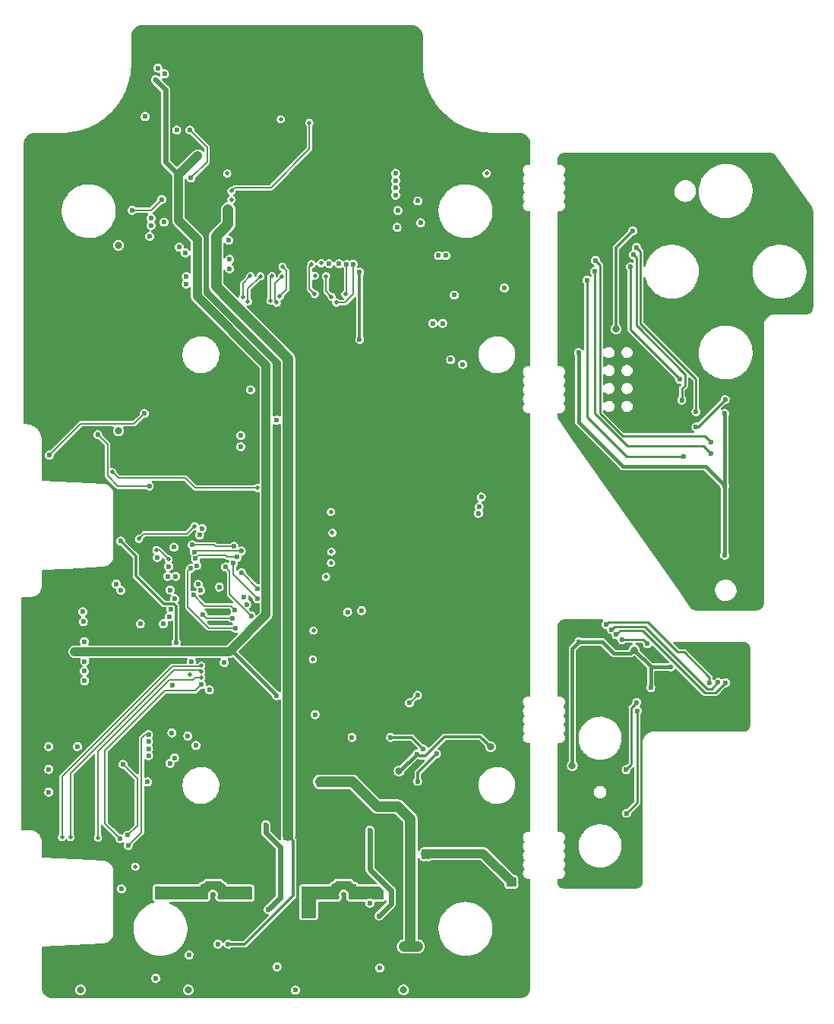
<source format=gbr>
%TF.GenerationSoftware,KiCad,Pcbnew,5.99.0-1.20210520gite8102d8.fc33*%
%TF.CreationDate,2021-05-24T11:11:44+01:00*%
%TF.ProjectId,bugg-panel-r3,62756767-2d70-4616-9e65-6c2d72332e6b,rev?*%
%TF.SameCoordinates,Original*%
%TF.FileFunction,Copper,L4,Bot*%
%TF.FilePolarity,Positive*%
%FSLAX46Y46*%
G04 Gerber Fmt 4.6, Leading zero omitted, Abs format (unit mm)*
G04 Created by KiCad (PCBNEW 5.99.0-1.20210520gite8102d8.fc33) date 2021-05-24 11:11:44*
%MOMM*%
%LPD*%
G01*
G04 APERTURE LIST*
%TA.AperFunction,ComponentPad*%
%ADD10O,0.950000X1.250000*%
%TD*%
%TA.AperFunction,ComponentPad*%
%ADD11O,1.550000X0.890000*%
%TD*%
%TA.AperFunction,ComponentPad*%
%ADD12C,0.500000*%
%TD*%
%TA.AperFunction,SMDPad,CuDef*%
%ADD13R,2.650000X2.650000*%
%TD*%
%TA.AperFunction,ViaPad*%
%ADD14C,0.600000*%
%TD*%
%TA.AperFunction,ViaPad*%
%ADD15C,0.800000*%
%TD*%
%TA.AperFunction,ViaPad*%
%ADD16C,0.500000*%
%TD*%
%TA.AperFunction,Conductor*%
%ADD17C,0.600000*%
%TD*%
%TA.AperFunction,Conductor*%
%ADD18C,0.200000*%
%TD*%
%TA.AperFunction,Conductor*%
%ADD19C,0.250000*%
%TD*%
%TA.AperFunction,Conductor*%
%ADD20C,0.400000*%
%TD*%
%TA.AperFunction,Conductor*%
%ADD21C,0.300000*%
%TD*%
%TA.AperFunction,Conductor*%
%ADD22C,1.000000*%
%TD*%
%TA.AperFunction,Conductor*%
%ADD23C,0.800000*%
%TD*%
%TA.AperFunction,Conductor*%
%ADD24C,1.200000*%
%TD*%
G04 APERTURE END LIST*
D10*
%TO.P,J15,6,Shield*%
%TO.N,GND*%
X24200000Y34700000D03*
X24200000Y29700000D03*
D11*
X26900000Y35700000D03*
X26900000Y28700000D03*
%TD*%
D12*
%TO.P,U101,25,VSS_THERMAL*%
%TO.N,GND*%
X37400000Y-12225000D03*
X36325000Y-11150000D03*
X36325000Y-12225000D03*
X36325000Y-10075000D03*
X37400000Y-11150000D03*
X38475000Y-10075000D03*
X38475000Y-12225000D03*
X38475000Y-11150000D03*
X37400000Y-10075000D03*
D13*
X37400000Y-11150000D03*
%TD*%
D14*
%TO.N,/SHDNZ*%
X-14200000Y37200000D03*
X-12100000Y400000D03*
%TO.N,/SCL*%
X-10900000Y36000000D03*
X-4050000Y13750000D03*
X-3700000Y-3050000D03*
X-13300000Y55950000D03*
%TO.N,/SDA*%
X-25400000Y12800000D03*
X-12550000Y55300000D03*
X-3400000Y-3850000D03*
X-14800000Y17450002D03*
X-10250000Y35350000D03*
X-4050000Y15000000D03*
%TO.N,/FSYNC*%
X-8650000Y3914088D03*
X48200000Y-12550000D03*
X-12615006Y38775010D03*
X36663564Y-6075291D03*
%TO.N,/BCLK*%
X37252932Y-6616275D03*
X-14050000Y38400000D03*
X49158051Y-12508051D03*
X-8947620Y500714D03*
%TO.N,/SDOUT*%
X-11500000Y2550000D03*
X50000000Y-12550000D03*
X-14050000Y39200000D03*
X37800000Y-7200000D03*
%TO.N,GND*%
X2550000Y57700000D03*
X-2550000Y56700000D03*
X2150000Y46250000D03*
X-18721304Y-1163782D03*
X-6450000Y-950000D03*
X51300000Y-13000000D03*
X1250000Y57700000D03*
X22700000Y-7100000D03*
X350000Y40300000D03*
X12286000Y-34117200D03*
X9500000Y38900000D03*
X-5750000Y-33810000D03*
X13450000Y45150000D03*
X13550000Y30750000D03*
X5800000Y46250000D03*
X-27800000Y29400000D03*
X22700000Y-4700000D03*
X9500000Y40350000D03*
X-13850000Y-1000000D03*
X18900000Y22700000D03*
X-5075000Y-10700000D03*
X27250000Y100000D03*
X-24485600Y-914400D03*
X-2225000Y7925000D03*
X27250000Y-1100000D03*
X-10400000Y16150000D03*
X27250000Y6100000D03*
X4050000Y38900000D03*
X15800000Y51350000D03*
X12300000Y60350000D03*
X22700000Y3700000D03*
X6500000Y-43722694D03*
X27600000Y-20800000D03*
X-13900000Y28800000D03*
X6850000Y5315500D03*
X2925000Y-24600000D03*
D15*
X36100000Y36775000D03*
D14*
X7450000Y-36699998D03*
X-6400000Y18200000D03*
X4650000Y-30786400D03*
X-101600Y14300000D03*
X34000000Y-11800000D03*
X1250000Y60350000D03*
X35350000Y-8700010D03*
X-9700000Y41700000D03*
X-3900000Y49600000D03*
X32000000Y-6200000D03*
X-1531600Y-34269600D03*
X-17850000Y-37200000D03*
X-27800000Y20200000D03*
X8410800Y-30786400D03*
X-101600Y10900000D03*
X-14100000Y46550000D03*
X27250000Y1300000D03*
X3025000Y-22850000D03*
X11200000Y46300000D03*
X39550000Y-13300000D03*
X-13900000Y26100000D03*
X-10500000Y21100000D03*
X15850000Y35500000D03*
X-4375010Y-16873471D03*
X34650000Y-14200000D03*
X2425000Y-20525000D03*
X-7400000Y60400000D03*
X18900000Y21050000D03*
X-13900000Y23700000D03*
X-13625010Y21100000D03*
X12794000Y-33558400D03*
X-3090400Y-30786400D03*
X9975000Y-43475000D03*
X0Y54300000D03*
X-6650000Y-40750000D03*
X-2400000Y50700000D03*
X-10400000Y8900000D03*
X-24993600Y-914400D03*
X-11300000Y6100000D03*
X-7150000Y-36175000D03*
X-12600000Y-25350000D03*
X0Y53350000D03*
X11450000Y-24000000D03*
X-15000000Y6425000D03*
X-6550000Y7300000D03*
X4050000Y20600000D03*
X12325000Y-30775000D03*
X18300000Y37400000D03*
X11250000Y-32858800D03*
X7650000Y40350000D03*
X-9700000Y40300000D03*
X-14200000Y1450000D03*
X19175000Y36725000D03*
X-101600Y23050000D03*
X-13047200Y-30786400D03*
X18900000Y17200000D03*
X2550000Y59100000D03*
X-4000000Y59000000D03*
X16900000Y25550000D03*
X-4000000Y54300000D03*
X-2775010Y-15273471D03*
X22700000Y1300000D03*
X-6200000Y-11900000D03*
X-16725000Y8075000D03*
X19100000Y-44700000D03*
X27250000Y-5900000D03*
X18550000Y-37300000D03*
X4050000Y17600000D03*
X-4950000Y49600000D03*
X-8250000Y-14050000D03*
X3050000Y-9400000D03*
X-10050000Y33950000D03*
X6800000Y49800000D03*
X1250000Y59100000D03*
X-1450000Y43250000D03*
X27250000Y-10700000D03*
X18400000Y50200000D03*
X-20200000Y10400000D03*
X9450000Y46300000D03*
X10650000Y53600000D03*
X-4000000Y56400000D03*
X-13900000Y33020000D03*
X15900000Y34000000D03*
X-13650000Y52150000D03*
X50700000Y-13000000D03*
X-11300000Y1150000D03*
X-14173200Y-7416800D03*
X-16925010Y-1000000D03*
X11225000Y-30775000D03*
X11150000Y38900000D03*
X7450000Y-36175000D03*
X26900000Y20600000D03*
X-16750000Y6300000D03*
X14090000Y-44140000D03*
X-9550000Y-5550000D03*
D15*
X41075000Y17075000D03*
D14*
X-7150000Y-37225000D03*
X9200000Y-27100000D03*
X-23400000Y48200000D03*
X6030000Y-34460000D03*
X100000Y-4600000D03*
X10650000Y59200000D03*
X26700000Y-16200000D03*
X15800000Y53800000D03*
X20800000Y9450000D03*
X-19200000Y-42000000D03*
X-13500000Y11200000D03*
X-25800000Y10800000D03*
X18900000Y11750000D03*
X-101600Y20600000D03*
X22700000Y-8300000D03*
X3475000Y-19650000D03*
X3850000Y8900000D03*
X6226400Y-30786400D03*
X19400000Y7750000D03*
X-14364368Y2544825D03*
X-6500000Y3300000D03*
X-5250000Y48650000D03*
X-9600000Y-6700000D03*
X27250000Y-9500000D03*
X-11200000Y60400000D03*
X-8450000Y-34450000D03*
X-11300000Y4900000D03*
X7650000Y44750000D03*
X27400000Y45900000D03*
X15900000Y33300000D03*
X5850000Y38850000D03*
X16900000Y19100000D03*
X11250000Y-32300000D03*
X5800000Y37400000D03*
X-2565400Y-4241800D03*
X27250000Y4900000D03*
X-6189200Y-30786400D03*
X0Y52650000D03*
X19925000Y31950000D03*
X-7250000Y52850000D03*
X18900000Y13600000D03*
X22050000Y-45900000D03*
X-9724500Y3500000D03*
X8730000Y-33820000D03*
X7350000Y-30786400D03*
X-18150000Y-3850000D03*
X-11950000Y-25350000D03*
X6030000Y-33820000D03*
X-1350000Y-7450000D03*
X0Y6400000D03*
X9500000Y37400000D03*
X18900000Y19150000D03*
X-13250000Y3000000D03*
X15800000Y52100000D03*
X184247Y8814500D03*
X10650000Y56600000D03*
X-4000000Y5800000D03*
X1250000Y55400000D03*
X22700000Y-3500000D03*
X16900000Y13550000D03*
X-7250000Y-30786400D03*
X27600000Y16000000D03*
X1189133Y-43848333D03*
X-3025500Y-9400000D03*
X-1531600Y-32034400D03*
X-550000Y-31800000D03*
X4000000Y46250000D03*
X14650000Y45850000D03*
X15600000Y32350000D03*
X9450000Y43300000D03*
X-1450000Y38850000D03*
X-14350000Y3400000D03*
D15*
X41350000Y-9150000D03*
D14*
X-1450000Y41800000D03*
X-7650000Y30750000D03*
X-6650000Y-40250000D03*
X-7150000Y-36699998D03*
X-18400000Y-32400000D03*
D16*
X6000000Y3050000D03*
D14*
X13400000Y33900000D03*
X4050000Y43250000D03*
X-27800000Y23400000D03*
X-6500000Y52850000D03*
X-3200000Y44750000D03*
X350000Y38850000D03*
X-13625010Y6400000D03*
X27250000Y-3500000D03*
X22450000Y5500000D03*
X39450000Y-24250000D03*
X18900000Y15200000D03*
X-13550000Y9050000D03*
X5850000Y44750000D03*
X43673746Y-13294056D03*
X-20100000Y17100000D03*
X2550000Y60350000D03*
X-11150000Y-19400000D03*
X15700000Y57200000D03*
X-9700000Y41000000D03*
X-2000000Y49650000D03*
X7650000Y37400000D03*
X39450000Y-25350000D03*
X-8350000Y16150000D03*
X27700000Y-35500000D03*
X17450000Y-44500000D03*
X-5173200Y-30786400D03*
X-6500000Y-7100000D03*
X0Y1300000D03*
X2200000Y43250000D03*
X19450000Y10800000D03*
X10650000Y55150000D03*
X7250000Y51750000D03*
X-20750000Y-750000D03*
X11250000Y43250000D03*
X4000000Y44750000D03*
X12794000Y-32999600D03*
X7450000Y-37225000D03*
X31900000Y-27800000D03*
X11150000Y40400000D03*
X-10400000Y11300000D03*
X-1800000Y-44000000D03*
X-14750000Y-3874990D03*
X19700000Y-24025000D03*
X27250000Y-11900000D03*
X15800000Y37500000D03*
X2100000Y-41000000D03*
X11800000Y49750000D03*
X22700000Y2500000D03*
X10650000Y57900000D03*
X2100000Y-40500000D03*
X-7550000Y-39100000D03*
X-8450000Y-33810000D03*
X16950000Y37400000D03*
X-4600000Y33000000D03*
X-7550000Y-39600000D03*
X9200000Y-26400000D03*
X-9389600Y-30786400D03*
D15*
X33800000Y28950000D03*
D14*
X27250000Y-2300000D03*
X22700000Y-9500000D03*
X11800000Y-25300000D03*
X18100000Y9150000D03*
X-13047200Y-33936000D03*
X-8373600Y-30786400D03*
X4050000Y14300000D03*
X16850000Y10450000D03*
X7650000Y38850000D03*
X-27800000Y32400000D03*
X350000Y44750000D03*
X16900000Y21000000D03*
X-6500000Y-5874500D03*
X4050000Y23050000D03*
X31950000Y-13800000D03*
X0Y56750000D03*
X400000Y41800000D03*
X-1531600Y-33710800D03*
X22550000Y4700000D03*
X-1531600Y-33152000D03*
X-27800000Y17000000D03*
X3904000Y-43718400D03*
X-250000Y50700000D03*
X9450000Y44750000D03*
X13400000Y33250000D03*
X27600000Y37200000D03*
X27250000Y3700000D03*
X-4000000Y60300000D03*
X-6086561Y-2575500D03*
X-11300000Y7300000D03*
X27250000Y-4700000D03*
X-10400000Y18200000D03*
X16900000Y24350000D03*
X20000000Y35850000D03*
X-6100000Y1000000D03*
X-6650000Y4900000D03*
X22700000Y-5900000D03*
X-6150000Y-40750000D03*
X-13047200Y-31751600D03*
X4250000Y-7900000D03*
D15*
X40475000Y37025000D03*
D14*
X10500000Y-22950000D03*
X8170000Y-40110000D03*
X-4000000Y53350000D03*
X19998008Y-21098008D03*
X21600000Y-14050000D03*
X-19400000Y49600000D03*
X16900000Y22700000D03*
X-6150000Y-40250000D03*
D15*
X33800000Y28150000D03*
D14*
X3229200Y-32600000D03*
X12286000Y-33558400D03*
X-25800000Y13800000D03*
X-15000000Y7950000D03*
X-5400000Y35700000D03*
X-5750000Y16300000D03*
X4050000Y10900000D03*
X-4106400Y-30786400D03*
X2100000Y-39992064D03*
X12450000Y49750000D03*
X-25700000Y-45650000D03*
X25400000Y47800000D03*
X-15400000Y-3900000D03*
X18350000Y-26320000D03*
X-13900000Y31200000D03*
X-1100000Y-13950000D03*
X4574500Y-4375000D03*
X2550000Y56100000D03*
X27600000Y11000000D03*
X8000000Y51750000D03*
X20500000Y6650000D03*
X31800000Y-20750000D03*
X13550000Y30100000D03*
X27250000Y-8300000D03*
X-2150000Y-34269600D03*
X-5750000Y-34450000D03*
X5850000Y43300000D03*
X-8300000Y6100000D03*
X-2150000Y-33710800D03*
X31650000Y-8750000D03*
X-8350000Y18200000D03*
X-197321Y-1674500D03*
X7130000Y-40100000D03*
X40400000Y-11100000D03*
X4675000Y-24650000D03*
X27700000Y39300000D03*
X-6500000Y-4650000D03*
X9426800Y-30786400D03*
X21800000Y8450000D03*
X7650000Y43300000D03*
X12794000Y-34117200D03*
X-15400000Y60000000D03*
X10650000Y60350000D03*
X13450000Y46600000D03*
X2200000Y44750000D03*
X11250000Y44750000D03*
X4050000Y24700000D03*
X7650000Y46250000D03*
X17000000Y35500000D03*
X-10400000Y13600000D03*
X27250000Y-7100000D03*
X2100000Y-39450000D03*
X7650000Y-40100000D03*
X22700000Y-10700000D03*
X-14681200Y-7416800D03*
X16900000Y15150000D03*
X-10150000Y29006800D03*
X22700000Y-11900000D03*
X22000000Y-14500000D03*
X8730000Y-34460000D03*
X-9400000Y-600000D03*
X27250000Y2500000D03*
X22700000Y100000D03*
X-4000000Y57550000D03*
X-1531600Y-32593200D03*
X-10150000Y30150000D03*
X26400000Y-47200000D03*
X11450000Y-24650000D03*
X-1450000Y40300000D03*
X-7000000Y-39100000D03*
X-4000000Y55250000D03*
X-27800000Y26400000D03*
X5850000Y40300000D03*
X16900000Y17150000D03*
X4050000Y37400000D03*
X-13047200Y-32818400D03*
X-23200000Y-400000D03*
X-7000000Y-39600000D03*
%TO.N,+3V3*%
X-5900000Y-9100000D03*
D15*
X13600000Y-22400000D03*
X-9900000Y-46800000D03*
D14*
X41650000Y-13100000D03*
X2050000Y-46800000D03*
D15*
X39800000Y-8900000D03*
X14100000Y-46800000D03*
D14*
X-13550000Y54650000D03*
D15*
X-21650000Y-9100000D03*
D14*
X39650000Y37800000D03*
D15*
X37800000Y26850000D03*
D14*
X-8850000Y46200000D03*
X-50000Y-14000000D03*
D15*
X-21900000Y-46800000D03*
D14*
X15570000Y-20500000D03*
D15*
X23798008Y-19698008D03*
X-22550000Y-9100000D03*
D14*
X43850000Y-10800000D03*
X-1219200Y22800000D03*
X-1219200Y-180800D03*
D15*
X32900000Y-21800000D03*
D14*
X-1219200Y2819200D03*
X33650000Y-8000000D03*
X-1219200Y16250000D03*
%TO.N,/Power and input connector/Vin*%
X15200000Y-41950000D03*
X13950000Y-41950000D03*
X4650000Y-23300000D03*
X15900000Y-41950000D03*
X4650000Y-23900000D03*
X14600000Y-41950000D03*
%TO.N,/Modem/UIM_SIM_DET*%
X-5400000Y36750000D03*
X-2950000Y20100000D03*
%TO.N,/Modem/UIM_VCC*%
X-11447350Y-20920750D03*
X-25450800Y-24739600D03*
X-14325600Y-20675600D03*
X13206594Y41793406D03*
X-14450000Y-23600000D03*
%TO.N,/USB-UART bridge/CP2102_VDD*%
X12650000Y-18650000D03*
X16310000Y-19960000D03*
%TO.N,/Modem/UIM_RESET_N*%
X-25450800Y-22199600D03*
X-14325600Y-19913600D03*
X-9950000Y-18500000D03*
X13200000Y44200000D03*
%TO.N,Net-(D3-Pad1)*%
X7850000Y-4675000D03*
X-10000Y-44230000D03*
%TO.N,/Modem/UIM_CLK_R*%
X-14325600Y-19100800D03*
X-25450800Y-19659600D03*
%TO.N,/Power and input connector/IN_VIN*%
X16900000Y-31400000D03*
X25850000Y-34500000D03*
X26400000Y-35050000D03*
X16350000Y-31950000D03*
X26400000Y-34500000D03*
X25850000Y-35050000D03*
X16900000Y-31950000D03*
X16350000Y-31400000D03*
%TO.N,/Power and input connector/VIN_DCDC_3V7*%
X10850000Y-35700000D03*
X3209600Y-37886400D03*
X3809600Y-38486400D03*
X3209600Y-38486400D03*
X11450000Y-35700000D03*
X10850000Y-36300000D03*
X3809600Y-37886400D03*
X11450000Y-36300000D03*
%TO.N,/SD_DAT2*%
X-12000000Y-5200000D03*
X-8350000Y4650000D03*
X-21450000Y-12350000D03*
%TO.N,/SD_DAT3*%
X-21500000Y-11250000D03*
X-11840000Y-4390000D03*
X-8500342Y-2249658D03*
%TO.N,/SD_CMD*%
X-11400000Y-3200000D03*
X-21450000Y-10200000D03*
%TO.N,/SD_CLK*%
X-8800000Y-1574800D03*
X-21480000Y-7970000D03*
X-11922998Y-2210328D03*
%TO.N,/SD_DAT0*%
X-12200000Y-700000D03*
X-21600000Y-5750000D03*
X-17925010Y-1553728D03*
%TO.N,/SD_DAT1*%
X-11300000Y-700000D03*
X-17400000Y-2250000D03*
X-21650000Y-4650000D03*
%TO.N,/SD_nDET*%
X-12700000Y-6000000D03*
X-6450000Y-1900000D03*
%TO.N,VBUS*%
X17760000Y-20480000D03*
X15650000Y-23550000D03*
%TO.N,/USB-OTG flashing interface/OTG_USB_DP*%
X25350000Y31450000D03*
X19750000Y30650000D03*
%TO.N,/USB_DN*%
X22500290Y7054808D03*
X18450000Y27500000D03*
%TO.N,/USB_DP*%
X17350000Y27500000D03*
X22456659Y6331621D03*
%TO.N,/USB_OTG_ID*%
X22750000Y8150000D03*
X19350000Y23450000D03*
%TO.N,/Power and input connector/VIN_DCDC_5*%
X-3150000Y-36300000D03*
X-3150000Y-35700000D03*
X-13250000Y-36300000D03*
X-3750000Y-36300000D03*
X-12650000Y-36300000D03*
X-3750000Y-35700000D03*
X-13250000Y-35700000D03*
X-12650000Y-35700000D03*
D16*
%TO.N,Net-(J1-Pad1)*%
X-3800000Y30400000D03*
X-2997200Y32766000D03*
D14*
%TO.N,/RXD*%
X-4700000Y-4450000D03*
X-9300000Y-2800000D03*
%TO.N,/TXD*%
X-5000000Y-5350000D03*
X14750000Y-14800000D03*
X15650000Y-13950000D03*
X-8300000Y-4950000D03*
%TO.N,/nPWR_LED*%
X-12850000Y41300000D03*
X-16150000Y40100000D03*
X-17325000Y-35525000D03*
%TO.N,/LED driver\u002C LED board connections/LED1_R*%
X-9725500Y49050000D03*
X-14700000Y50550000D03*
X-9600000Y43700000D03*
X-11200000Y49050000D03*
%TO.N,+5V*%
X-11250000Y-8050000D03*
X49900000Y9400000D03*
D15*
X-17700000Y15500000D03*
X-17675010Y36200000D03*
D14*
X49900000Y1650000D03*
X-17425000Y3225000D03*
X49900000Y17450000D03*
X33600000Y24250000D03*
X-1000000Y-37850000D03*
X-1250000Y-28400000D03*
%TO.N,Net-(D7-Pad1)*%
X11440000Y-44350000D03*
X9400000Y-4525000D03*
%TO.N,/POWER_ON_N*%
X-5768131Y355976D03*
X-2900000Y-5100000D03*
%TO.N,/RESET_IN_N*%
X-4900000Y775000D03*
X-2200000Y-3200000D03*
%TO.N,/BOOT_MODE*%
X-2150000Y-2050000D03*
X-3950000Y-300000D03*
%TO.N,/SAFE_PWR_REMOVE*%
X-9098196Y1291580D03*
X-4450000Y1450000D03*
%TO.N,/WAKE_ON_WWAN*%
X-4000000Y2125000D03*
X-9250000Y2000000D03*
%TO.N,/TX_ON*%
X-4800000Y2650000D03*
X-9449620Y2799824D03*
D16*
%TO.N,/Modem/1V8_TX_ON*%
X-5100000Y41300000D03*
X5990000Y6480000D03*
%TO.N,/Modem/1V8_WAKE_ON_WWAN*%
X23350000Y44200000D03*
X6150000Y4150000D03*
%TO.N,/Modem/1V8_SAFE_PWR_REMOVE*%
X-5550000Y44200000D03*
X6050000Y2050000D03*
D14*
%TO.N,Net-(D6-Pad2)*%
X-17170400Y-21640800D03*
X-11950000Y-21550000D03*
X-16650000Y-29550000D03*
X-50000Y16700000D03*
D16*
%TO.N,/Modem/1V8_WAKE*%
X6000000Y800000D03*
X4208507Y32800000D03*
%TO.N,/Modem/1V8_BOOT_MODE*%
X400000Y50250000D03*
X5450000Y-750000D03*
%TO.N,/Modem/1V8_RESET_IN_N*%
X4050000Y-6750000D03*
X4900000Y34200000D03*
%TO.N,/Modem/1V8_POWER_ON_N*%
X4000000Y-9950000D03*
X3600000Y49850000D03*
X-5100000Y42250000D03*
D14*
%TO.N,/MODEM_USB_DN*%
X5800000Y34150000D03*
X18800000Y35050000D03*
%TO.N,/MODEM_USB_DP*%
X6900000Y34150000D03*
X18000000Y35050000D03*
D16*
%TO.N,Net-(J9-Pad1)*%
X7600000Y30750000D03*
D14*
X7750000Y34050000D03*
%TO.N,Net-(J8-Pad1)*%
X8500000Y34094998D03*
D16*
X6600000Y29800000D03*
%TO.N,Net-(J7-Pad1)*%
X5450000Y32750000D03*
X6062510Y30465483D03*
%TO.N,Net-(J6-Pad1)*%
X3850000Y34100000D03*
X4200000Y30750000D03*
%TO.N,Net-(J5-Pad1)*%
X600001Y33810538D03*
X300000Y30500000D03*
%TO.N,Net-(J4-Pad1)*%
X-50000Y29800000D03*
X562490Y32750000D03*
%TO.N,Net-(J3-Pad1)*%
X-750000Y30050000D03*
X-609600Y32766000D03*
%TO.N,Net-(J2-Pad1)*%
X-3250000Y29950000D03*
X-1850000Y32750000D03*
D14*
%TO.N,+3V7*%
X9200000Y25700000D03*
X9200000Y33200000D03*
X-5450000Y-41700000D03*
X10350000Y-29000000D03*
X1500000Y-29340000D03*
X11370000Y-38540000D03*
X920000Y-29340000D03*
X325000Y24475000D03*
X920000Y-29870000D03*
X-5450000Y39100000D03*
X1500000Y-29870000D03*
X-5450000Y40200000D03*
X-5450000Y38550000D03*
X-5450000Y39650000D03*
%TO.N,/Modem/UIM_CLK*%
X13200000Y42600000D03*
X-9050000Y-19550000D03*
%TO.N,/GLOBAL_EN_o*%
X-14250000Y9350000D03*
X-11700000Y-12850000D03*
X-20000000Y15100000D03*
X-15250000Y-6000000D03*
%TO.N,/nRPIBOOT*%
X-7550000Y-13350000D03*
X4225000Y-16125000D03*
X-9550000Y-10200000D03*
X20681118Y22932069D03*
%TO.N,/3V7_EN*%
X8350000Y-18650000D03*
X-9650000Y200000D03*
X10350000Y-37130000D03*
X-4675000Y-6475000D03*
%TO.N,Net-(D1-Pad1)*%
X-13525000Y-45500000D03*
X-9825000Y-42900000D03*
%TO.N,Net-(T10-Pad1)*%
X13360400Y38201600D03*
X16000000Y38700000D03*
%TO.N,Net-(T11-Pad1)*%
X15697200Y41148000D03*
X13462000Y40081200D03*
D16*
%TO.N,/nPWR_LED_BUF*%
X-9750000Y-11650000D03*
X-15800000Y-33050000D03*
D14*
%TO.N,Net-(T8-Pad1)*%
X-10109200Y32715200D03*
X-5283200Y34645600D03*
%TO.N,Net-(T9-Pad1)*%
X-10109200Y31902400D03*
X-5283200Y33578800D03*
%TO.N,Net-(Module1-Pad21)*%
X-6600000Y-41700000D03*
X-13350000Y1400000D03*
D16*
%TO.N,Net-(Module1-Pad35)*%
X-13425000Y2225000D03*
X-12100000Y1200000D03*
%TO.N,Net-(Module1-Pad36)*%
X-9200000Y4900000D03*
X-15400000Y3475000D03*
%TO.N,Net-(Module1-Pad92)*%
X-8450000Y-10650000D03*
X-23977600Y-29768800D03*
%TO.N,Net-(Module1-Pad94)*%
X-8450000Y-11300000D03*
X-23012400Y-29768800D03*
%TO.N,Net-(Module1-Pad96)*%
X-8450000Y-12000000D03*
X-19964400Y-29819600D03*
D14*
%TO.N,Net-(Module1-Pad100)*%
X-17526000Y-29921200D03*
X-8450000Y-12750000D03*
D16*
%TO.N,/+1V8*%
X-18400000Y10950000D03*
D14*
X-5900000Y-10300000D03*
D16*
X-2200000Y9150000D03*
D14*
%TO.N,/Modem/UIM_DATA*%
X-22250400Y-19659600D03*
X13225435Y43412246D03*
X-16600000Y-30700000D03*
X-14325600Y-18338800D03*
X-11725000Y-18150000D03*
%TO.N,Net-(LED201-Pad4)*%
X49950000Y19000000D03*
X46700000Y15950000D03*
%TO.N,/LED1_B*%
X44874990Y21275602D03*
X39400000Y33800000D03*
%TO.N,/LED1_G*%
X39700000Y35150000D03*
X45100000Y18950000D03*
%TO.N,/LED1_R*%
X46700000Y17650000D03*
X40050000Y35950000D03*
%TO.N,/LED2_B*%
X45350000Y12650000D03*
X34574990Y32300000D03*
%TO.N,/LED2_G*%
X48350000Y13000000D03*
X35374990Y33300000D03*
%TO.N,/LED2_R*%
X48400000Y14250000D03*
X35500000Y34500000D03*
%TO.N,Net-(R101-Pad2)*%
X38950000Y-27100000D03*
X40150000Y-15700000D03*
%TO.N,Net-(R102-Pad2)*%
X40100000Y-14750000D03*
X38900000Y-22250000D03*
%TO.N,Net-(TP101-Pad1)*%
X41283051Y-8216949D03*
X38425373Y-7775373D03*
%TD*%
D17*
%TO.N,+5V*%
X-1250000Y-28400000D02*
X-1250000Y-29300000D01*
X-1250000Y-29300000D02*
X350000Y-30900000D01*
X350000Y-30900000D02*
X350000Y-36500000D01*
X350000Y-36500000D02*
X-1000000Y-37850000D01*
D18*
%TO.N,/SDA*%
X-25400000Y12800000D02*
X-21900000Y16300000D01*
X-15950002Y16300000D02*
X-14800000Y17450002D01*
X-21900000Y16300000D02*
X-15950002Y16300000D01*
D19*
%TO.N,/FSYNC*%
X41300000Y-5800000D02*
X44650000Y-9150000D01*
X36963563Y-5775292D02*
X41275292Y-5775292D01*
X41275292Y-5775292D02*
X41300000Y-5800000D01*
X48200000Y-11950000D02*
X48200000Y-12550000D01*
X36663564Y-6075291D02*
X36963563Y-5775292D01*
X44650000Y-9150000D02*
X45400000Y-9150000D01*
X45400000Y-9150000D02*
X48200000Y-11950000D01*
%TO.N,/BCLK*%
X48416102Y-13250000D02*
X49158051Y-12508051D01*
X37252932Y-6616275D02*
X37569218Y-6299989D01*
X40963579Y-6299989D02*
X47913590Y-13250000D01*
X37569218Y-6299989D02*
X40963579Y-6299989D01*
X47913590Y-13250000D02*
X48416102Y-13250000D01*
%TO.N,/SDOUT*%
X40700000Y-6750000D02*
X47650000Y-13700000D01*
X48850000Y-13700000D02*
X50000000Y-12550000D01*
X38250000Y-6750000D02*
X40700000Y-6750000D01*
X47650000Y-13700000D02*
X48850000Y-13700000D01*
X37800000Y-7200000D02*
X38250000Y-6750000D01*
D20*
%TO.N,+3V3*%
X41650000Y-13100000D02*
X41650000Y-10750000D01*
X-50000Y-13950000D02*
X-50000Y-14000000D01*
D21*
X18680000Y-18560000D02*
X22660000Y-18560000D01*
X22660000Y-18560000D02*
X23798008Y-19698008D01*
D20*
X-4900000Y-9100000D02*
X-50000Y-13950000D01*
D22*
X-11000000Y44050000D02*
X-8850000Y46200000D01*
X-1219200Y-4969200D02*
X-1219200Y-1930800D01*
X-5350000Y-9100000D02*
X-1219200Y-4969200D01*
X-1219200Y22800000D02*
X-1219200Y16250000D01*
D20*
X39800000Y-8900000D02*
X39400000Y-9300000D01*
X13670000Y-22400000D02*
X15570000Y-20500000D01*
X39400000Y-9300000D02*
X37534300Y-9300000D01*
D22*
X-1219200Y2819200D02*
X-1219200Y16250000D01*
X-1219200Y-180800D02*
X-1219200Y2819200D01*
X-6700000Y-9100000D02*
X-5300000Y-9100000D01*
D20*
X33650000Y-8000000D02*
X32900000Y-8750000D01*
D22*
X-8900000Y30480800D02*
X-8900000Y36900000D01*
X-1219200Y-1930800D02*
X-1219200Y-180800D01*
X-1219200Y22800000D02*
X-8900000Y30480800D01*
D23*
X-5350000Y-9100000D02*
X-5900000Y-9100000D01*
D20*
X13600000Y-22400000D02*
X13670000Y-22400000D01*
D21*
X15570000Y-20500000D02*
X15810000Y-20740000D01*
X16500000Y-20740000D02*
X18680000Y-18560000D01*
D22*
X-11000000Y39000000D02*
X-11000000Y44050000D01*
X-6700000Y-9100000D02*
X-22550000Y-9100000D01*
D17*
X-11000000Y44050000D02*
X-12450000Y45500000D01*
D22*
X-8900000Y36900000D02*
X-11000000Y39000000D01*
D20*
X41700000Y-10800000D02*
X41650000Y-10750000D01*
X37534300Y-9300000D02*
X36234300Y-8000000D01*
D17*
X-12450000Y45500000D02*
X-12450000Y53550000D01*
D22*
X-5350000Y-9100000D02*
X-6700000Y-9100000D01*
D20*
X32900000Y-8750000D02*
X32900000Y-21800000D01*
X36234300Y-8000000D02*
X33650000Y-8000000D01*
D21*
X37800000Y35950000D02*
X39650000Y37800000D01*
D20*
X41650000Y-10750000D02*
X39800000Y-8900000D01*
D21*
X37800000Y26850000D02*
X37800000Y35950000D01*
D20*
X43850000Y-10800000D02*
X41700000Y-10800000D01*
D21*
X15810000Y-20740000D02*
X16500000Y-20740000D01*
D20*
X-5300000Y-9100000D02*
X-4900000Y-9100000D01*
D17*
X-12450000Y53550000D02*
X-13550000Y54650000D01*
D24*
%TO.N,/Power and input connector/Vin*%
X13475000Y-26375000D02*
X11175000Y-26375000D01*
X14850000Y-41950000D02*
X14850000Y-27750000D01*
X8400000Y-23600000D02*
X4800000Y-23600000D01*
X14800000Y-41950000D02*
X15650000Y-41950000D01*
X11175000Y-26375000D02*
X8400000Y-23600000D01*
X14850000Y-41950000D02*
X14150000Y-41950000D01*
X14850000Y-27750000D02*
X13475000Y-26375000D01*
D21*
%TO.N,/USB-UART bridge/CP2102_VDD*%
X15000000Y-18650000D02*
X16310000Y-19960000D01*
X12650000Y-18650000D02*
X15000000Y-18650000D01*
D22*
%TO.N,/Power and input connector/IN_VIN*%
X16550000Y-31600000D02*
X23000000Y-31600000D01*
X23000000Y-31600000D02*
X26150000Y-34750000D01*
D21*
%TO.N,VBUS*%
X15650000Y-22590000D02*
X17760000Y-20480000D01*
X15650000Y-23550000D02*
X15650000Y-22590000D01*
D18*
%TO.N,Net-(J1-Pad1)*%
X-3800000Y30400000D02*
X-3800000Y31963200D01*
X-3800000Y31963200D02*
X-2997200Y32766000D01*
%TO.N,/RXD*%
X-4700000Y-4450000D02*
X-5150000Y-4000000D01*
X-5150000Y-4000000D02*
X-8100000Y-4000000D01*
X-8100000Y-4000000D02*
X-9300000Y-2800000D01*
%TO.N,/TXD*%
X-5000000Y-5350000D02*
X-7900000Y-5350000D01*
X-7900000Y-5350000D02*
X-8300000Y-4950000D01*
X14750000Y-14800000D02*
X14800000Y-14800000D01*
X14800000Y-14800000D02*
X15650000Y-13950000D01*
%TO.N,/nPWR_LED*%
X-12850000Y41300000D02*
X-14050000Y40100000D01*
X-14050000Y40100000D02*
X-16150000Y40100000D01*
%TO.N,/LED driver\u002C LED board connections/LED1_R*%
X-9600000Y43700000D02*
X-7800000Y45500000D01*
X-7800000Y47124500D02*
X-9725500Y49050000D01*
X-7800000Y45500000D02*
X-7800000Y47124500D01*
D20*
%TO.N,+5V*%
X49900000Y9400000D02*
X49900000Y17450000D01*
X38550000Y11550000D02*
X33600000Y16500000D01*
D21*
X-15750000Y-650000D02*
X-15750000Y1550000D01*
D20*
X33600000Y16500000D02*
X33600000Y24250000D01*
D21*
X-11250000Y-8050000D02*
X-11250000Y-4049500D01*
X-11524999Y-3774501D02*
X-12625499Y-3774501D01*
D20*
X47750000Y11550000D02*
X38550000Y11550000D01*
D21*
X-15750000Y1550000D02*
X-17425000Y3225000D01*
X-11250000Y-4049500D02*
X-11524999Y-3774501D01*
D20*
X49900000Y1650000D02*
X49900000Y9400000D01*
X49900000Y9400000D02*
X47750000Y11550000D01*
D21*
X-12625499Y-3774501D02*
X-15750000Y-650000D01*
D18*
%TO.N,/POWER_ON_N*%
X-5300000Y-112155D02*
X-5768131Y355976D01*
X-5300000Y-2700000D02*
X-5300000Y-112155D01*
X-2900000Y-5100000D02*
X-5300000Y-2700000D01*
%TO.N,/RESET_IN_N*%
X-4900000Y775000D02*
X-4900000Y-500000D01*
X-4900000Y-500000D02*
X-2200000Y-3200000D01*
%TO.N,/BOOT_MODE*%
X-2150000Y-2050000D02*
X-3900000Y-300000D01*
X-3900000Y-300000D02*
X-3950000Y-300000D01*
%TO.N,/SAFE_PWR_REMOVE*%
X-5540494Y1450000D02*
X-5706617Y1616123D01*
X-8773653Y1616123D02*
X-9098196Y1291580D01*
X-4450000Y1450000D02*
X-5540494Y1450000D01*
X-5706617Y1616123D02*
X-8773653Y1616123D01*
%TO.N,/WAKE_ON_WWAN*%
X-9125000Y2125000D02*
X-9250000Y2000000D01*
X-4000000Y2125000D02*
X-9125000Y2125000D01*
%TO.N,/TX_ON*%
X-4800000Y2650000D02*
X-6850000Y2650000D01*
X-6999824Y2799824D02*
X-9449620Y2799824D01*
X-6850000Y2650000D02*
X-6999824Y2799824D01*
%TO.N,Net-(D6-Pad2)*%
X-15600000Y-23211200D02*
X-15600000Y-28500000D01*
X-15600000Y-28500000D02*
X-16650000Y-29550000D01*
X-17170400Y-21640800D02*
X-15600000Y-23211200D01*
%TO.N,/Modem/1V8_POWER_ON_N*%
X-4750000Y42600000D02*
X-5100000Y42250000D01*
X-700000Y42600000D02*
X-4750000Y42600000D01*
X3600000Y49850000D02*
X3600000Y46900000D01*
X3600000Y46900000D02*
X-700000Y42600000D01*
%TO.N,Net-(J9-Pad1)*%
X7750000Y32200000D02*
X7750000Y34050000D01*
X7750000Y34050000D02*
X7750000Y30900000D01*
X7750000Y30900000D02*
X7600000Y30750000D01*
%TO.N,Net-(J8-Pad1)*%
X7550000Y29800000D02*
X6600000Y29800000D01*
X8500000Y34094998D02*
X8500000Y30750000D01*
X8500000Y30750000D02*
X7550000Y29800000D01*
%TO.N,Net-(J7-Pad1)*%
X5450000Y31077993D02*
X6062510Y30465483D01*
X5450000Y32750000D02*
X5450000Y31077993D01*
%TO.N,Net-(J6-Pad1)*%
X4200000Y30750000D02*
X3600000Y31350000D01*
X3600000Y33850000D02*
X3850000Y34100000D01*
X3600000Y31350000D02*
X3600000Y33850000D01*
%TO.N,Net-(J5-Pad1)*%
X600001Y33810538D02*
X1050000Y33360539D01*
X1050000Y31250000D02*
X300000Y30500000D01*
X1050000Y33360539D02*
X1050000Y31250000D01*
%TO.N,Net-(J4-Pad1)*%
X-250000Y30000000D02*
X-50000Y29800000D01*
X-250000Y31937510D02*
X-250000Y30000000D01*
X562490Y32750000D02*
X-250000Y31937510D01*
%TO.N,Net-(J3-Pad1)*%
X-750000Y32625600D02*
X-750000Y30050000D01*
X-609600Y32766000D02*
X-750000Y32625600D01*
%TO.N,Net-(J2-Pad1)*%
X-3250000Y31350000D02*
X-1850000Y32750000D01*
X-3250000Y29950000D02*
X-3250000Y31350000D01*
D17*
%TO.N,+3V7*%
X10350000Y-33350000D02*
X10350000Y-29000000D01*
D21*
X-3600000Y-41700000D02*
X-5450000Y-41700000D01*
X9200000Y33200000D02*
X9200000Y29000000D01*
D24*
X-5450000Y40200000D02*
X-5450000Y38550000D01*
X1208748Y23591252D02*
X-6800000Y31600000D01*
D21*
X1500000Y-28900000D02*
X1500000Y-29000000D01*
D24*
X-6800000Y31600000D02*
X-6800000Y37200000D01*
D21*
X9200000Y29000000D02*
X9200000Y25700000D01*
X1800000Y-36300000D02*
X-3600000Y-41700000D01*
D24*
X1200000Y-28950000D02*
X1220000Y-29600000D01*
D17*
X11050000Y-34050000D02*
X10350000Y-33350000D01*
X12700000Y-35700000D02*
X11050000Y-34050000D01*
X11370000Y-38540000D02*
X12700000Y-37210000D01*
X12700000Y-37210000D02*
X12700000Y-35700000D01*
D21*
X1800000Y-30170000D02*
X1800000Y-36300000D01*
D24*
X-6800000Y37200000D02*
X-5450000Y38550000D01*
D21*
X1500000Y-29870000D02*
X1800000Y-30170000D01*
X1500000Y-29000000D02*
X1500000Y-29450000D01*
D24*
X1220000Y-29600000D02*
X1208748Y23591252D01*
D18*
%TO.N,/GLOBAL_EN_o*%
X-18900000Y11600000D02*
X-18900000Y14000000D01*
X-17750000Y9350000D02*
X-18900000Y10500000D01*
X-18900000Y10500000D02*
X-18900000Y11600000D01*
X-14250000Y9350000D02*
X-17750000Y9350000D01*
X-18900000Y14000000D02*
X-20000000Y15100000D01*
%TO.N,/3V7_EN*%
X-4675000Y-6475000D02*
X-7575000Y-6475000D01*
X-7575000Y-6475000D02*
X-9950000Y-4100000D01*
X-9950000Y-100000D02*
X-9650000Y200000D01*
X-9950000Y-4100000D02*
X-9950000Y-100000D01*
%TO.N,Net-(Module1-Pad35)*%
X-13425000Y2225000D02*
X-13125000Y2225000D01*
X-13125000Y2225000D02*
X-12100000Y1200000D01*
%TO.N,Net-(Module1-Pad36)*%
X-10075011Y4024989D02*
X-9200000Y4900000D01*
X-15400000Y3475000D02*
X-14850011Y4024989D01*
X-14850011Y4024989D02*
X-10075011Y4024989D01*
%TO.N,Net-(Module1-Pad92)*%
X-23977600Y-23027600D02*
X-23977600Y-29768800D01*
X-8550000Y-10750000D02*
X-11700000Y-10750000D01*
X-11700000Y-10750000D02*
X-23977600Y-23027600D01*
X-8450000Y-10650000D02*
X-8550000Y-10750000D01*
%TO.N,Net-(Module1-Pad94)*%
X-23012400Y-29768800D02*
X-23012400Y-22662400D01*
X-23012400Y-22662400D02*
X-11500000Y-11150000D01*
X-8600000Y-11150000D02*
X-8450000Y-11300000D01*
X-11500000Y-11150000D02*
X-8600000Y-11150000D01*
%TO.N,Net-(Module1-Pad96)*%
X-19964400Y-29819600D02*
X-19964400Y-20214400D01*
X-9350000Y-12250000D02*
X-9100000Y-12000000D01*
X-19964400Y-20214400D02*
X-12000000Y-12250000D01*
X-9100000Y-12000000D02*
X-8450000Y-12000000D01*
X-12000000Y-12250000D02*
X-9350000Y-12250000D01*
%TO.N,Net-(Module1-Pad100)*%
X-19202400Y-20102400D02*
X-12550000Y-13450000D01*
X-9150000Y-13450000D02*
X-8450000Y-12750000D01*
X-17526000Y-29921200D02*
X-19202400Y-28244800D01*
X-19202400Y-28244800D02*
X-19202400Y-20102400D01*
X-12550000Y-13450000D02*
X-9150000Y-13450000D01*
%TO.N,/+1V8*%
X-9100000Y9150000D02*
X-10200000Y10250000D01*
X-17700000Y10250000D02*
X-18400000Y10950000D01*
X-2200000Y9150000D02*
X-9100000Y9150000D01*
X-10200000Y10250000D02*
X-17700000Y10250000D01*
%TO.N,/Modem/UIM_DATA*%
X-15125000Y-29225000D02*
X-16600000Y-30700000D01*
X-15125000Y-29075000D02*
X-15125000Y-29225000D01*
X-14713800Y-18338800D02*
X-15125000Y-18750000D01*
X-14325600Y-18338800D02*
X-14713800Y-18338800D01*
X-15125000Y-18750000D02*
X-15125000Y-29075000D01*
D19*
%TO.N,Net-(LED201-Pad4)*%
X49950000Y19000000D02*
X46900000Y15950000D01*
X46900000Y15950000D02*
X46700000Y15950000D01*
%TO.N,/LED1_B*%
X39400000Y33800000D02*
X39400000Y26750592D01*
X39400000Y26750592D02*
X44874990Y21275602D01*
%TO.N,/LED1_G*%
X45500000Y20600000D02*
X45500000Y21813589D01*
X45100000Y20200000D02*
X45500000Y20600000D01*
X40049989Y27263600D02*
X40049989Y34800011D01*
X45100000Y18950000D02*
X45100000Y20200000D01*
X45500000Y21813589D02*
X40049989Y27263600D01*
X40049989Y34800011D02*
X39700000Y35150000D01*
%TO.N,/LED1_R*%
X40050000Y35950000D02*
X40500000Y35500000D01*
X40500000Y27450000D02*
X46700000Y21250000D01*
X46700000Y21250000D02*
X46700000Y17650000D01*
X40500000Y35500000D02*
X40500000Y27450000D01*
%TO.N,/LED2_B*%
X38950000Y12650000D02*
X34574990Y17025010D01*
X34574990Y17025010D02*
X34574990Y32300000D01*
X45350000Y12650000D02*
X38950000Y12650000D01*
%TO.N,/LED2_G*%
X35374990Y17488600D02*
X35374990Y33300000D01*
X47500000Y13850000D02*
X39013590Y13850000D01*
X39013590Y13850000D02*
X35374990Y17488600D01*
X48350000Y13000000D02*
X47500000Y13850000D01*
%TO.N,/LED2_R*%
X48400000Y14250000D02*
X47700000Y14950000D01*
X47700000Y14950000D02*
X38550000Y14950000D01*
X36000000Y34000000D02*
X35500000Y34500000D01*
X38550000Y14950000D02*
X36000000Y17500000D01*
X36000000Y17500000D02*
X36000000Y34000000D01*
%TO.N,Net-(R101-Pad2)*%
X40150000Y-15700000D02*
X40150000Y-25900000D01*
X40150000Y-25900000D02*
X38950000Y-27100000D01*
%TO.N,Net-(R102-Pad2)*%
X40100000Y-14750000D02*
X39500000Y-15350000D01*
X39500000Y-21650000D02*
X38900000Y-22250000D01*
X39500000Y-15350000D02*
X39500000Y-21650000D01*
%TO.N,Net-(TP101-Pad1)*%
X38425373Y-7775373D02*
X40841475Y-7775373D01*
X40841475Y-7775373D02*
X41283051Y-8216949D01*
%TD*%
%TA.AperFunction,Conductor*%
%TO.N,GND*%
G36*
X14962818Y60747116D02*
G01*
X14970256Y60745496D01*
X14976443Y60745384D01*
X14976444Y60745384D01*
X15012929Y60744724D01*
X15066625Y60743753D01*
X15074219Y60743386D01*
X15109683Y60740596D01*
X15119504Y60739433D01*
X15269350Y60715700D01*
X15279049Y60713771D01*
X15302411Y60708162D01*
X15311926Y60705478D01*
X15456193Y60658603D01*
X15465475Y60655179D01*
X15487693Y60645976D01*
X15496677Y60641834D01*
X15631810Y60572981D01*
X15640444Y60568146D01*
X15660969Y60555568D01*
X15669182Y60550081D01*
X15791896Y60460923D01*
X15799662Y60454801D01*
X15817954Y60439178D01*
X15825209Y60432471D01*
X15932462Y60325219D01*
X15939178Y60317954D01*
X15954806Y60299656D01*
X15960932Y60291885D01*
X16050079Y60169183D01*
X16055574Y60160959D01*
X16068136Y60140460D01*
X16072971Y60131827D01*
X16141837Y59996669D01*
X16145976Y59987691D01*
X16151419Y59974553D01*
X16155179Y59965475D01*
X16158599Y59956207D01*
X16171835Y59915470D01*
X16205478Y59811926D01*
X16208164Y59802404D01*
X16213770Y59779053D01*
X16215700Y59769350D01*
X16239433Y59619504D01*
X16240596Y59609679D01*
X16243386Y59574229D01*
X16243753Y59566625D01*
X16245496Y59470256D01*
X16247116Y59462818D01*
X16250000Y59436015D01*
X16250000Y56562219D01*
X16247784Y56538690D01*
X16244795Y56522965D01*
X16245786Y56406647D01*
X16247080Y56254618D01*
X16247040Y56250169D01*
X16246908Y56245243D01*
X16246136Y56239099D01*
X16246963Y56227531D01*
X16247075Y56225970D01*
X16247391Y56218060D01*
X16247503Y56204911D01*
X16248761Y56198856D01*
X16249286Y56193953D01*
X16249681Y56189529D01*
X16256877Y56088925D01*
X16282886Y55725287D01*
X16284434Y55703638D01*
X16284475Y55698970D01*
X16284559Y55698974D01*
X16284836Y55692782D01*
X16284505Y55686610D01*
X16286030Y55676003D01*
X16286145Y55675204D01*
X16287107Y55666259D01*
X16287930Y55654754D01*
X16289569Y55648780D01*
X16290613Y55642685D01*
X16290528Y55642671D01*
X16291478Y55638105D01*
X16360904Y55155241D01*
X16361278Y55150593D01*
X16361363Y55150603D01*
X16362079Y55144459D01*
X16362190Y55138265D01*
X16364641Y55127000D01*
X16366239Y55118143D01*
X16366520Y55116192D01*
X16367879Y55106736D01*
X16369937Y55100901D01*
X16371414Y55094891D01*
X16371332Y55094871D01*
X16372605Y55090386D01*
X16476300Y54613713D01*
X16477006Y54609097D01*
X16477089Y54609113D01*
X16478243Y54603026D01*
X16478795Y54596860D01*
X16480538Y54590926D01*
X16480540Y54590918D01*
X16482044Y54585796D01*
X16484270Y54577076D01*
X16486719Y54565817D01*
X16489189Y54560141D01*
X16491091Y54554252D01*
X16491010Y54554226D01*
X16492598Y54549849D01*
X16536977Y54398711D01*
X16630038Y54081774D01*
X16631071Y54077220D01*
X16631153Y54077242D01*
X16632738Y54071257D01*
X16633727Y54065153D01*
X16635887Y54059360D01*
X16635888Y54059358D01*
X16637759Y54054342D01*
X16640593Y54045826D01*
X16643845Y54034753D01*
X16646715Y54029266D01*
X16649031Y54023531D01*
X16648952Y54023499D01*
X16650849Y54019246D01*
X16705369Y53873074D01*
X16821332Y53562165D01*
X16822684Y53557709D01*
X16822764Y53557736D01*
X16824774Y53551873D01*
X16826196Y53545853D01*
X16830989Y53535358D01*
X16834418Y53527079D01*
X16838456Y53516253D01*
X16841707Y53510990D01*
X16844430Y53505427D01*
X16844354Y53505390D01*
X16846555Y53501273D01*
X17049205Y53057529D01*
X17050873Y53053177D01*
X17050950Y53053210D01*
X17053372Y53047508D01*
X17055220Y53041606D01*
X17058184Y53036178D01*
X17058186Y53036173D01*
X17060746Y53031485D01*
X17064768Y53023452D01*
X17069561Y53012956D01*
X17073185Y53007931D01*
X17076294Y53002582D01*
X17076220Y53002539D01*
X17078703Y52998600D01*
X17186111Y52801897D01*
X17312497Y52570437D01*
X17314474Y52566210D01*
X17314549Y52566248D01*
X17317367Y52560741D01*
X17319633Y52554982D01*
X17322976Y52549780D01*
X17322978Y52549776D01*
X17325871Y52545275D01*
X17330459Y52537543D01*
X17335982Y52527428D01*
X17339953Y52522677D01*
X17343437Y52517562D01*
X17343366Y52517514D01*
X17346125Y52513761D01*
X17440650Y52366676D01*
X17609868Y52103367D01*
X17612141Y52099292D01*
X17612213Y52099336D01*
X17615419Y52094040D01*
X17618089Y52088461D01*
X17625005Y52079222D01*
X17630120Y52071855D01*
X17636361Y52062144D01*
X17640665Y52057684D01*
X17644504Y52052832D01*
X17644437Y52052779D01*
X17647461Y52049225D01*
X17939799Y51658707D01*
X17942359Y51654801D01*
X17942428Y51654850D01*
X17946002Y51649799D01*
X17949064Y51644422D01*
X17953115Y51639747D01*
X17953119Y51639741D01*
X17956617Y51635704D01*
X17962259Y51628704D01*
X17965458Y51624430D01*
X17965461Y51624426D01*
X17969168Y51619475D01*
X17973773Y51615339D01*
X17977951Y51610771D01*
X17977887Y51610713D01*
X17981156Y51607386D01*
X18300606Y51238721D01*
X18303437Y51235009D01*
X18303503Y51235063D01*
X18307432Y51230275D01*
X18310874Y51225124D01*
X18319027Y51216971D01*
X18325156Y51210389D01*
X18332706Y51201676D01*
X18337595Y51197878D01*
X18342086Y51193621D01*
X18342027Y51193559D01*
X18345524Y51190474D01*
X18690470Y50845528D01*
X18693559Y50842027D01*
X18693621Y50842085D01*
X18697879Y50837593D01*
X18701675Y50832706D01*
X18706350Y50828655D01*
X18706352Y50828653D01*
X18710395Y50825150D01*
X18716971Y50819027D01*
X18725124Y50810874D01*
X18730273Y50807433D01*
X18735056Y50803508D01*
X18735002Y50803442D01*
X18738705Y50800619D01*
X19107394Y50481149D01*
X19110718Y50477883D01*
X19110775Y50477945D01*
X19115343Y50473768D01*
X19119475Y50469168D01*
X19124423Y50465464D01*
X19124424Y50465463D01*
X19128712Y50462253D01*
X19135706Y50456617D01*
X19144422Y50449065D01*
X19149804Y50446000D01*
X19154851Y50442429D01*
X19154802Y50442359D01*
X19158702Y50439803D01*
X19181194Y50422966D01*
X19549234Y50147455D01*
X19552780Y50144437D01*
X19552833Y50144504D01*
X19557686Y50140664D01*
X19562144Y50136362D01*
X19571844Y50130128D01*
X19579222Y50125005D01*
X19579228Y50125001D01*
X19588461Y50118089D01*
X19594045Y50115418D01*
X19599340Y50112212D01*
X19599296Y50112140D01*
X19603373Y50109866D01*
X20013758Y49846126D01*
X20017514Y49843367D01*
X20017562Y49843437D01*
X20022677Y49839953D01*
X20027428Y49835982D01*
X20037543Y49830459D01*
X20045275Y49825871D01*
X20049776Y49822978D01*
X20049780Y49822976D01*
X20054982Y49819633D01*
X20060741Y49817367D01*
X20066248Y49814549D01*
X20066210Y49814474D01*
X20070437Y49812497D01*
X20135823Y49776794D01*
X20498600Y49578703D01*
X20502539Y49576220D01*
X20502582Y49576294D01*
X20507931Y49573185D01*
X20512956Y49569561D01*
X20523449Y49564769D01*
X20531485Y49560746D01*
X20536173Y49558186D01*
X20536178Y49558184D01*
X20541606Y49555220D01*
X20547508Y49553372D01*
X20553210Y49550950D01*
X20553177Y49550873D01*
X20557528Y49549205D01*
X21001286Y49346548D01*
X21005393Y49344352D01*
X21005430Y49344428D01*
X21010991Y49341706D01*
X21016253Y49338456D01*
X21022047Y49336295D01*
X21027063Y49334424D01*
X21035336Y49330998D01*
X21045853Y49326195D01*
X21051871Y49324773D01*
X21057733Y49322763D01*
X21057706Y49322684D01*
X21062168Y49321330D01*
X21519241Y49150851D01*
X21523499Y49148952D01*
X21523531Y49149031D01*
X21529266Y49146715D01*
X21534753Y49143845D01*
X21545826Y49140593D01*
X21554342Y49137759D01*
X21559358Y49135888D01*
X21559360Y49135887D01*
X21565153Y49133727D01*
X21571257Y49132738D01*
X21577242Y49131153D01*
X21577220Y49131071D01*
X21581774Y49130038D01*
X22049845Y48992600D01*
X22054220Y48991012D01*
X22054246Y48991092D01*
X22060145Y48989187D01*
X22065816Y48986719D01*
X22077081Y48984268D01*
X22085775Y48982050D01*
X22096860Y48978795D01*
X22103022Y48978244D01*
X22109110Y48977089D01*
X22109094Y48977006D01*
X22113712Y48976300D01*
X22590378Y48872607D01*
X22594868Y48871333D01*
X22594888Y48871416D01*
X22600890Y48869941D01*
X22606735Y48867879D01*
X22615628Y48866600D01*
X22618145Y48866238D01*
X22626978Y48864645D01*
X22638265Y48862190D01*
X22644453Y48862079D01*
X22650601Y48861363D01*
X22650591Y48861278D01*
X22655244Y48860904D01*
X22795845Y48840689D01*
X23138099Y48791479D01*
X23142667Y48790529D01*
X23142681Y48790612D01*
X23148784Y48789567D01*
X23154754Y48787930D01*
X23165908Y48787133D01*
X23166250Y48787108D01*
X23175193Y48786146D01*
X23180481Y48785386D01*
X23180483Y48785386D01*
X23186609Y48784505D01*
X23192784Y48784836D01*
X23198976Y48784559D01*
X23198972Y48784475D01*
X23203630Y48784434D01*
X23479836Y48764679D01*
X23689540Y48749680D01*
X23693964Y48749285D01*
X23698853Y48748762D01*
X23704911Y48747503D01*
X23711099Y48747450D01*
X23711101Y48747450D01*
X23715022Y48747417D01*
X23718061Y48747391D01*
X23725964Y48747075D01*
X23739100Y48746136D01*
X23745244Y48746908D01*
X23750170Y48747040D01*
X23754619Y48747080D01*
X23847430Y48746290D01*
X24022965Y48744795D01*
X24029041Y48745950D01*
X24029042Y48745950D01*
X24038690Y48747784D01*
X24062219Y48750000D01*
X26936015Y48750000D01*
X26962818Y48747116D01*
X26970256Y48745496D01*
X26976443Y48745384D01*
X26976444Y48745384D01*
X27009010Y48744795D01*
X27066625Y48743753D01*
X27074219Y48743386D01*
X27109683Y48740596D01*
X27119504Y48739433D01*
X27269350Y48715700D01*
X27279049Y48713771D01*
X27302411Y48708162D01*
X27311926Y48705478D01*
X27456193Y48658603D01*
X27465475Y48655179D01*
X27487693Y48645976D01*
X27496677Y48641834D01*
X27631810Y48572981D01*
X27640444Y48568146D01*
X27660969Y48555568D01*
X27669182Y48550081D01*
X27791896Y48460923D01*
X27799662Y48454801D01*
X27817954Y48439178D01*
X27825209Y48432471D01*
X27932462Y48325219D01*
X27939178Y48317954D01*
X27954806Y48299656D01*
X27960932Y48291885D01*
X28050079Y48169183D01*
X28055574Y48160959D01*
X28068136Y48140460D01*
X28072971Y48131827D01*
X28141837Y47996669D01*
X28145976Y47987691D01*
X28151419Y47974553D01*
X28155179Y47965475D01*
X28158599Y47956207D01*
X28171835Y47915470D01*
X28205478Y47811926D01*
X28208164Y47802404D01*
X28213770Y47779053D01*
X28215700Y47769350D01*
X28239433Y47619504D01*
X28240596Y47609679D01*
X28243386Y47574229D01*
X28243753Y47566625D01*
X28245496Y47470256D01*
X28247116Y47462818D01*
X28250000Y47436015D01*
X28250000Y45361768D01*
X28248042Y45339645D01*
X28244552Y45320082D01*
X28244675Y45313893D01*
X28244190Y45307721D01*
X28241429Y45307938D01*
X28225904Y45250949D01*
X28173172Y45203411D01*
X28102143Y45192053D01*
X28008188Y45204422D01*
X28000000Y45205500D01*
X27843285Y45184868D01*
X27697250Y45124378D01*
X27571847Y45028153D01*
X27475622Y44902750D01*
X27415132Y44756715D01*
X27394500Y44600000D01*
X27395578Y44591812D01*
X27407415Y44501905D01*
X27415132Y44443285D01*
X27475622Y44297250D01*
X27510659Y44251589D01*
X27568120Y44176704D01*
X27593720Y44110484D01*
X27579455Y44040935D01*
X27568120Y44023296D01*
X27554893Y44006058D01*
X27475622Y43902750D01*
X27436347Y43807932D01*
X27420818Y43770441D01*
X27415132Y43756715D01*
X27414054Y43748527D01*
X27408939Y43709677D01*
X27394500Y43600000D01*
X27415132Y43443285D01*
X27475622Y43297250D01*
X27518960Y43240771D01*
X27568120Y43176704D01*
X27593720Y43110484D01*
X27579455Y43040935D01*
X27568120Y43023296D01*
X27475622Y42902750D01*
X27415132Y42756715D01*
X27414054Y42748527D01*
X27413179Y42741877D01*
X27394500Y42600000D01*
X27415132Y42443285D01*
X27475622Y42297250D01*
X27511878Y42250000D01*
X27568120Y42176704D01*
X27593720Y42110484D01*
X27579455Y42040935D01*
X27568120Y42023296D01*
X27475622Y41902750D01*
X27415132Y41756715D01*
X27394500Y41600000D01*
X27415132Y41443285D01*
X27475622Y41297250D01*
X27530550Y41225667D01*
X27568120Y41176704D01*
X27593720Y41110484D01*
X27579455Y41040935D01*
X27568120Y41023296D01*
X27545879Y40994311D01*
X27475622Y40902750D01*
X27415132Y40756715D01*
X27394500Y40600000D01*
X27415132Y40443285D01*
X27475622Y40297250D01*
X27571847Y40171847D01*
X27578393Y40166824D01*
X27606708Y40145097D01*
X27697250Y40075622D01*
X27843285Y40015132D01*
X28000000Y39994500D01*
X28008188Y39995578D01*
X28102143Y40007947D01*
X28172292Y39997007D01*
X28225390Y39949879D01*
X28241382Y39892058D01*
X28244190Y39892279D01*
X28244675Y39886107D01*
X28244552Y39879918D01*
X28245639Y39873827D01*
X28245639Y39873823D01*
X28248041Y39860362D01*
X28250000Y39838232D01*
X28250000Y22861768D01*
X28248042Y22839645D01*
X28244552Y22820082D01*
X28244675Y22813893D01*
X28244190Y22807721D01*
X28241429Y22807938D01*
X28225904Y22750949D01*
X28173172Y22703411D01*
X28102143Y22692053D01*
X28008188Y22704422D01*
X28000000Y22705500D01*
X27991812Y22704422D01*
X27856897Y22686660D01*
X27843285Y22684868D01*
X27697250Y22624378D01*
X27571847Y22528153D01*
X27475622Y22402750D01*
X27415132Y22256715D01*
X27394500Y22100000D01*
X27415132Y21943285D01*
X27475622Y21797250D01*
X27529087Y21727573D01*
X27568120Y21676704D01*
X27593720Y21610484D01*
X27579455Y21540935D01*
X27568120Y21523296D01*
X27475622Y21402750D01*
X27415132Y21256715D01*
X27394500Y21100000D01*
X27415132Y20943285D01*
X27475622Y20797250D01*
X27491590Y20776440D01*
X27568120Y20676704D01*
X27593720Y20610484D01*
X27579455Y20540935D01*
X27568120Y20523296D01*
X27475622Y20402750D01*
X27415132Y20256715D01*
X27414054Y20248527D01*
X27413212Y20242132D01*
X27394500Y20100000D01*
X27415132Y19943285D01*
X27475622Y19797250D01*
X27480649Y19790699D01*
X27568120Y19676704D01*
X27593720Y19610484D01*
X27579455Y19540935D01*
X27568120Y19523296D01*
X27475622Y19402750D01*
X27415132Y19256715D01*
X27394500Y19100000D01*
X27415132Y18943285D01*
X27475622Y18797250D01*
X27487056Y18782349D01*
X27568120Y18676704D01*
X27593720Y18610484D01*
X27579455Y18540935D01*
X27568120Y18523296D01*
X27475622Y18402750D01*
X27415132Y18256715D01*
X27394500Y18100000D01*
X27415132Y17943285D01*
X27418292Y17935656D01*
X27421658Y17927531D01*
X27475622Y17797250D01*
X27571847Y17671847D01*
X27697250Y17575622D01*
X27843285Y17515132D01*
X28000000Y17494500D01*
X28008188Y17495578D01*
X28102143Y17507947D01*
X28172292Y17497007D01*
X28225390Y17449879D01*
X28241382Y17392058D01*
X28244190Y17392279D01*
X28244675Y17386107D01*
X28244552Y17379918D01*
X28245639Y17373827D01*
X28245639Y17373823D01*
X28248041Y17360362D01*
X28250000Y17338232D01*
X28250000Y-13938232D01*
X28248041Y-13960362D01*
X28245962Y-13972016D01*
X28244552Y-13979918D01*
X28244675Y-13986107D01*
X28244190Y-13992279D01*
X28241429Y-13992062D01*
X28225904Y-14049051D01*
X28173172Y-14096589D01*
X28102143Y-14107947D01*
X28008188Y-14095578D01*
X28000000Y-14094500D01*
X27843285Y-14115132D01*
X27697250Y-14175622D01*
X27633436Y-14224588D01*
X27600323Y-14249997D01*
X27571847Y-14271847D01*
X27475622Y-14397250D01*
X27415132Y-14543285D01*
X27394500Y-14700000D01*
X27415132Y-14856715D01*
X27475622Y-15002750D01*
X27510659Y-15048411D01*
X27568120Y-15123296D01*
X27593720Y-15189516D01*
X27579455Y-15259065D01*
X27568120Y-15276704D01*
X27475622Y-15397250D01*
X27415132Y-15543285D01*
X27394500Y-15700000D01*
X27415132Y-15856715D01*
X27475622Y-16002750D01*
X27480649Y-16009301D01*
X27568120Y-16123296D01*
X27593720Y-16189516D01*
X27579455Y-16259065D01*
X27568120Y-16276704D01*
X27475622Y-16397250D01*
X27415132Y-16543285D01*
X27394500Y-16700000D01*
X27415132Y-16856715D01*
X27475622Y-17002750D01*
X27480649Y-17009301D01*
X27568120Y-17123296D01*
X27593720Y-17189516D01*
X27579455Y-17259065D01*
X27568120Y-17276704D01*
X27475622Y-17397250D01*
X27415132Y-17543285D01*
X27414054Y-17551473D01*
X27404816Y-17621642D01*
X27394500Y-17700000D01*
X27415132Y-17856715D01*
X27418292Y-17864344D01*
X27421658Y-17872469D01*
X27475622Y-18002750D01*
X27524695Y-18066703D01*
X27568120Y-18123296D01*
X27593720Y-18189516D01*
X27579455Y-18259065D01*
X27568120Y-18276704D01*
X27565976Y-18279498D01*
X27475622Y-18397250D01*
X27415132Y-18543285D01*
X27394500Y-18700000D01*
X27415132Y-18856715D01*
X27475622Y-19002750D01*
X27571847Y-19128153D01*
X27697250Y-19224378D01*
X27843285Y-19284868D01*
X27851473Y-19285946D01*
X27897860Y-19292053D01*
X28000000Y-19305500D01*
X28008188Y-19304422D01*
X28102143Y-19292053D01*
X28172292Y-19302993D01*
X28225390Y-19350121D01*
X28241382Y-19407942D01*
X28244190Y-19407721D01*
X28244675Y-19413893D01*
X28244552Y-19420082D01*
X28245639Y-19426173D01*
X28245639Y-19426177D01*
X28248041Y-19439638D01*
X28250000Y-19461768D01*
X28250000Y-29038232D01*
X28248042Y-29060355D01*
X28244552Y-29079918D01*
X28244675Y-29086107D01*
X28244190Y-29092279D01*
X28241429Y-29092062D01*
X28225904Y-29149051D01*
X28173172Y-29196589D01*
X28102143Y-29207947D01*
X28008188Y-29195578D01*
X28000000Y-29194500D01*
X27843285Y-29215132D01*
X27697250Y-29275622D01*
X27571847Y-29371847D01*
X27475622Y-29497250D01*
X27415132Y-29643285D01*
X27394500Y-29800000D01*
X27395578Y-29808188D01*
X27408924Y-29909557D01*
X27415132Y-29956715D01*
X27418292Y-29964344D01*
X27420129Y-29968778D01*
X27475622Y-30102750D01*
X27522930Y-30164403D01*
X27568120Y-30223296D01*
X27593720Y-30289516D01*
X27579455Y-30359065D01*
X27568120Y-30376704D01*
X27553072Y-30396315D01*
X27475622Y-30497250D01*
X27424425Y-30620851D01*
X27420818Y-30629559D01*
X27415132Y-30643285D01*
X27394500Y-30800000D01*
X27415132Y-30956715D01*
X27475622Y-31102750D01*
X27518960Y-31159229D01*
X27568120Y-31223296D01*
X27593720Y-31289516D01*
X27579455Y-31359065D01*
X27568120Y-31376704D01*
X27475622Y-31497250D01*
X27415132Y-31643285D01*
X27394500Y-31800000D01*
X27415132Y-31956715D01*
X27475622Y-32102750D01*
X27480649Y-32109301D01*
X27568120Y-32223296D01*
X27593720Y-32289516D01*
X27579455Y-32359065D01*
X27568120Y-32376704D01*
X27475622Y-32497250D01*
X27415132Y-32643285D01*
X27394500Y-32800000D01*
X27415132Y-32956715D01*
X27475622Y-33102750D01*
X27501544Y-33136532D01*
X27568120Y-33223296D01*
X27593720Y-33289516D01*
X27579455Y-33359065D01*
X27568120Y-33376704D01*
X27561820Y-33384914D01*
X27475622Y-33497250D01*
X27415132Y-33643285D01*
X27394500Y-33800000D01*
X27415132Y-33956715D01*
X27475622Y-34102750D01*
X27571847Y-34228153D01*
X27697250Y-34324378D01*
X27843285Y-34384868D01*
X28000000Y-34405500D01*
X28008188Y-34404422D01*
X28102143Y-34392053D01*
X28172292Y-34402993D01*
X28225390Y-34450121D01*
X28241382Y-34507942D01*
X28244190Y-34507721D01*
X28244675Y-34513893D01*
X28244552Y-34520082D01*
X28245639Y-34526173D01*
X28245639Y-34526177D01*
X28248041Y-34539638D01*
X28250000Y-34561768D01*
X28250000Y-46436015D01*
X28247116Y-46462818D01*
X28245496Y-46470256D01*
X28245384Y-46476443D01*
X28245384Y-46476444D01*
X28243753Y-46566622D01*
X28243386Y-46574229D01*
X28240596Y-46609679D01*
X28239433Y-46619503D01*
X28235541Y-46644080D01*
X28215700Y-46769350D01*
X28213770Y-46779053D01*
X28208164Y-46802404D01*
X28205478Y-46811926D01*
X28158599Y-46956207D01*
X28155181Y-46965471D01*
X28151419Y-46974553D01*
X28145976Y-46987691D01*
X28141837Y-46996669D01*
X28072971Y-47131827D01*
X28068136Y-47140460D01*
X28055574Y-47160959D01*
X28050079Y-47169183D01*
X28003586Y-47233176D01*
X27979531Y-47266286D01*
X27960932Y-47291885D01*
X27954806Y-47299656D01*
X27939178Y-47317954D01*
X27932462Y-47325219D01*
X27825209Y-47432471D01*
X27817954Y-47439178D01*
X27799663Y-47454800D01*
X27791898Y-47460921D01*
X27669182Y-47550081D01*
X27660969Y-47555568D01*
X27640444Y-47568146D01*
X27631810Y-47572981D01*
X27496677Y-47641834D01*
X27487693Y-47645976D01*
X27465475Y-47655179D01*
X27456193Y-47658603D01*
X27311926Y-47705478D01*
X27302411Y-47708162D01*
X27279049Y-47713771D01*
X27269350Y-47715700D01*
X27119504Y-47739433D01*
X27109683Y-47740596D01*
X27074219Y-47743386D01*
X27066625Y-47743753D01*
X27012929Y-47744724D01*
X26976444Y-47745384D01*
X26976443Y-47745384D01*
X26970256Y-47745496D01*
X26962818Y-47747116D01*
X26936015Y-47750000D01*
X-24936015Y-47750000D01*
X-24962818Y-47747116D01*
X-24970256Y-47745496D01*
X-24976443Y-47745384D01*
X-24976444Y-47745384D01*
X-25012929Y-47744724D01*
X-25066625Y-47743753D01*
X-25074219Y-47743386D01*
X-25109683Y-47740596D01*
X-25119504Y-47739433D01*
X-25269350Y-47715700D01*
X-25279049Y-47713771D01*
X-25302411Y-47708162D01*
X-25311926Y-47705478D01*
X-25335969Y-47697666D01*
X-25456207Y-47658599D01*
X-25465471Y-47655181D01*
X-25474553Y-47651419D01*
X-25487691Y-47645976D01*
X-25496669Y-47641837D01*
X-25631827Y-47572971D01*
X-25640460Y-47568136D01*
X-25660959Y-47555574D01*
X-25669183Y-47550079D01*
X-25791885Y-47460932D01*
X-25799656Y-47454806D01*
X-25817954Y-47439178D01*
X-25825219Y-47432462D01*
X-25932471Y-47325209D01*
X-25939178Y-47317954D01*
X-25954806Y-47299656D01*
X-25960923Y-47291896D01*
X-25984657Y-47259229D01*
X-26050081Y-47169182D01*
X-26055568Y-47160969D01*
X-26068146Y-47140444D01*
X-26072981Y-47131810D01*
X-26141834Y-46996677D01*
X-26145976Y-46987693D01*
X-26155179Y-46965475D01*
X-26158603Y-46956193D01*
X-26205478Y-46811926D01*
X-26208164Y-46802404D01*
X-26208741Y-46800000D01*
X-22505500Y-46800000D01*
X-22484868Y-46956715D01*
X-22481708Y-46964344D01*
X-22477479Y-46974553D01*
X-22424378Y-47102750D01*
X-22328153Y-47228153D01*
X-22202750Y-47324378D01*
X-22056715Y-47384868D01*
X-21900000Y-47405500D01*
X-21891812Y-47404422D01*
X-21751473Y-47385946D01*
X-21743285Y-47384868D01*
X-21597250Y-47324378D01*
X-21471847Y-47228153D01*
X-21375622Y-47102750D01*
X-21322521Y-46974553D01*
X-21318292Y-46964344D01*
X-21315132Y-46956715D01*
X-21294500Y-46800000D01*
X-10505500Y-46800000D01*
X-10484868Y-46956715D01*
X-10481708Y-46964344D01*
X-10477479Y-46974553D01*
X-10424378Y-47102750D01*
X-10328153Y-47228153D01*
X-10202750Y-47324378D01*
X-10056715Y-47384868D01*
X-9900000Y-47405500D01*
X-9891812Y-47404422D01*
X-9751473Y-47385946D01*
X-9743285Y-47384868D01*
X-9597250Y-47324378D01*
X-9471847Y-47228153D01*
X-9375622Y-47102750D01*
X-9322521Y-46974553D01*
X-9318292Y-46964344D01*
X-9315132Y-46956715D01*
X-9294500Y-46800000D01*
X-9295313Y-46793824D01*
X1544538Y-46793824D01*
X1545702Y-46802726D01*
X1545702Y-46802729D01*
X1546416Y-46808188D01*
X1563121Y-46935939D01*
X1620845Y-47067126D01*
X1633913Y-47082672D01*
X1705936Y-47168353D01*
X1713068Y-47176838D01*
X1720539Y-47181811D01*
X1720540Y-47181812D01*
X1740819Y-47195311D01*
X1832377Y-47256257D01*
X1969180Y-47298997D01*
X1978152Y-47299161D01*
X1978155Y-47299162D01*
X2043374Y-47300357D01*
X2112481Y-47301624D01*
X2169043Y-47286203D01*
X2242099Y-47266286D01*
X2242101Y-47266285D01*
X2250758Y-47263925D01*
X2372897Y-47188931D01*
X2383843Y-47176838D01*
X2463050Y-47089332D01*
X2463051Y-47089331D01*
X2469078Y-47082672D01*
X2531570Y-46953689D01*
X2555349Y-46812350D01*
X2555500Y-46800000D01*
X13494500Y-46800000D01*
X13515132Y-46956715D01*
X13518292Y-46964344D01*
X13522521Y-46974553D01*
X13575622Y-47102750D01*
X13671847Y-47228153D01*
X13797250Y-47324378D01*
X13943285Y-47384868D01*
X14100000Y-47405500D01*
X14108188Y-47404422D01*
X14248527Y-47385946D01*
X14256715Y-47384868D01*
X14402750Y-47324378D01*
X14528153Y-47228153D01*
X14624378Y-47102750D01*
X14677479Y-46974553D01*
X14681708Y-46964344D01*
X14684868Y-46956715D01*
X14705500Y-46800000D01*
X14686821Y-46658123D01*
X14685946Y-46651473D01*
X14684868Y-46643285D01*
X14624378Y-46497250D01*
X14528153Y-46371847D01*
X14402750Y-46275622D01*
X14256715Y-46215132D01*
X14100000Y-46194500D01*
X13943285Y-46215132D01*
X13797250Y-46275622D01*
X13671847Y-46371847D01*
X13575622Y-46497250D01*
X13515132Y-46643285D01*
X13514054Y-46651473D01*
X13513179Y-46658123D01*
X13494500Y-46800000D01*
X2555500Y-46800000D01*
X2535182Y-46658123D01*
X2527053Y-46640243D01*
X2506723Y-46595530D01*
X2475860Y-46527651D01*
X2382303Y-46419074D01*
X2262033Y-46341118D01*
X2253436Y-46338547D01*
X2253434Y-46338546D01*
X2169696Y-46313503D01*
X2124718Y-46300052D01*
X2115742Y-46299997D01*
X2115741Y-46299997D01*
X2054027Y-46299620D01*
X1981396Y-46299177D01*
X1972765Y-46301644D01*
X1972763Y-46301644D01*
X1852223Y-46336094D01*
X1852220Y-46336095D01*
X1843589Y-46338562D01*
X1722375Y-46415042D01*
X1627499Y-46522469D01*
X1606769Y-46566622D01*
X1572205Y-46640243D01*
X1566588Y-46652206D01*
X1565207Y-46661074D01*
X1565207Y-46661075D01*
X1545919Y-46784951D01*
X1545919Y-46784955D01*
X1544538Y-46793824D01*
X-9295313Y-46793824D01*
X-9313179Y-46658123D01*
X-9314054Y-46651473D01*
X-9315132Y-46643285D01*
X-9375622Y-46497250D01*
X-9471847Y-46371847D01*
X-9597250Y-46275622D01*
X-9743285Y-46215132D01*
X-9900000Y-46194500D01*
X-10056715Y-46215132D01*
X-10202750Y-46275622D01*
X-10328153Y-46371847D01*
X-10424378Y-46497250D01*
X-10484868Y-46643285D01*
X-10485946Y-46651473D01*
X-10486821Y-46658123D01*
X-10505500Y-46800000D01*
X-21294500Y-46800000D01*
X-21313179Y-46658123D01*
X-21314054Y-46651473D01*
X-21315132Y-46643285D01*
X-21375622Y-46497250D01*
X-21471847Y-46371847D01*
X-21597250Y-46275622D01*
X-21743285Y-46215132D01*
X-21900000Y-46194500D01*
X-22056715Y-46215132D01*
X-22202750Y-46275622D01*
X-22328153Y-46371847D01*
X-22424378Y-46497250D01*
X-22484868Y-46643285D01*
X-22485946Y-46651473D01*
X-22486821Y-46658123D01*
X-22505500Y-46800000D01*
X-26208741Y-46800000D01*
X-26213770Y-46779053D01*
X-26215700Y-46769350D01*
X-26235541Y-46644080D01*
X-26239433Y-46619503D01*
X-26240596Y-46609679D01*
X-26243386Y-46574229D01*
X-26243753Y-46566622D01*
X-26245384Y-46476444D01*
X-26245384Y-46476443D01*
X-26245496Y-46470256D01*
X-26247116Y-46462818D01*
X-26250000Y-46436015D01*
X-26250000Y-45493824D01*
X-14030462Y-45493824D01*
X-14029298Y-45502726D01*
X-14029298Y-45502729D01*
X-14028040Y-45512350D01*
X-14011879Y-45635939D01*
X-13954155Y-45767126D01*
X-13861932Y-45876838D01*
X-13854461Y-45881811D01*
X-13854460Y-45881812D01*
X-13750097Y-45951282D01*
X-13742623Y-45956257D01*
X-13605820Y-45998997D01*
X-13596848Y-45999161D01*
X-13596845Y-45999162D01*
X-13531626Y-46000357D01*
X-13462519Y-46001624D01*
X-13405957Y-45986203D01*
X-13332901Y-45966286D01*
X-13332899Y-45966285D01*
X-13324242Y-45963925D01*
X-13202103Y-45888931D01*
X-13191157Y-45876838D01*
X-13111950Y-45789332D01*
X-13111949Y-45789331D01*
X-13105922Y-45782672D01*
X-13043430Y-45653689D01*
X-13019651Y-45512350D01*
X-13019500Y-45500000D01*
X-13039818Y-45358123D01*
X-13099140Y-45227651D01*
X-13192697Y-45119074D01*
X-13312967Y-45041118D01*
X-13321564Y-45038547D01*
X-13321566Y-45038546D01*
X-13405304Y-45013503D01*
X-13450282Y-45000052D01*
X-13459258Y-44999997D01*
X-13459259Y-44999997D01*
X-13520973Y-44999620D01*
X-13593604Y-44999177D01*
X-13602235Y-45001644D01*
X-13602237Y-45001644D01*
X-13722777Y-45036094D01*
X-13722780Y-45036095D01*
X-13731411Y-45038562D01*
X-13852625Y-45115042D01*
X-13947501Y-45222469D01*
X-14008412Y-45352206D01*
X-14009793Y-45361074D01*
X-14009793Y-45361075D01*
X-14029081Y-45484951D01*
X-14029081Y-45484955D01*
X-14030462Y-45493824D01*
X-26250000Y-45493824D01*
X-26250000Y-44223824D01*
X-515462Y-44223824D01*
X-514298Y-44232726D01*
X-514298Y-44232729D01*
X-513040Y-44242350D01*
X-496879Y-44365939D01*
X-439155Y-44497126D01*
X-346932Y-44606838D01*
X-339461Y-44611811D01*
X-339460Y-44611812D01*
X-298117Y-44639332D01*
X-227623Y-44686257D01*
X-90820Y-44728997D01*
X-81848Y-44729161D01*
X-81845Y-44729162D01*
X-16626Y-44730357D01*
X52481Y-44731624D01*
X109043Y-44716203D01*
X182099Y-44696286D01*
X182101Y-44696285D01*
X190758Y-44693925D01*
X312897Y-44618931D01*
X319341Y-44611812D01*
X403050Y-44519332D01*
X403051Y-44519331D01*
X409078Y-44512672D01*
X413431Y-44503689D01*
X467655Y-44391769D01*
X471570Y-44383689D01*
X478277Y-44343824D01*
X10934538Y-44343824D01*
X10935702Y-44352726D01*
X10935702Y-44352729D01*
X10938593Y-44374837D01*
X10953121Y-44485939D01*
X11010845Y-44617126D01*
X11103068Y-44726838D01*
X11110539Y-44731811D01*
X11110540Y-44731812D01*
X11214903Y-44801282D01*
X11222377Y-44806257D01*
X11359180Y-44848997D01*
X11368152Y-44849161D01*
X11368155Y-44849162D01*
X11433374Y-44850357D01*
X11502481Y-44851624D01*
X11559043Y-44836203D01*
X11632099Y-44816286D01*
X11632101Y-44816285D01*
X11640758Y-44813925D01*
X11762897Y-44738931D01*
X11769511Y-44731624D01*
X11853050Y-44639332D01*
X11853051Y-44639331D01*
X11859078Y-44632672D01*
X11863461Y-44623627D01*
X11917655Y-44511769D01*
X11921570Y-44503689D01*
X11945349Y-44362350D01*
X11945500Y-44350000D01*
X11937346Y-44293059D01*
X11926455Y-44217009D01*
X11926454Y-44217006D01*
X11925182Y-44208123D01*
X11865860Y-44077651D01*
X11772303Y-43969074D01*
X11652033Y-43891118D01*
X11643436Y-43888547D01*
X11643434Y-43888546D01*
X11534192Y-43855876D01*
X11514718Y-43850052D01*
X11505742Y-43849997D01*
X11505741Y-43849997D01*
X11444027Y-43849620D01*
X11371396Y-43849177D01*
X11362765Y-43851644D01*
X11362763Y-43851644D01*
X11242223Y-43886094D01*
X11242220Y-43886095D01*
X11233589Y-43888562D01*
X11112375Y-43965042D01*
X11017499Y-44072469D01*
X10956588Y-44202206D01*
X10955207Y-44211074D01*
X10955207Y-44211075D01*
X10935919Y-44334951D01*
X10935919Y-44334955D01*
X10934538Y-44343824D01*
X478277Y-44343824D01*
X495349Y-44242350D01*
X495500Y-44230000D01*
X475182Y-44088123D01*
X415860Y-43957651D01*
X322303Y-43849074D01*
X202033Y-43771118D01*
X193436Y-43768547D01*
X193434Y-43768546D01*
X109696Y-43743503D01*
X64718Y-43730052D01*
X55742Y-43729997D01*
X55741Y-43729997D01*
X-5973Y-43729620D01*
X-78604Y-43729177D01*
X-87235Y-43731644D01*
X-87237Y-43731644D01*
X-207777Y-43766094D01*
X-207780Y-43766095D01*
X-216411Y-43768562D01*
X-337625Y-43845042D01*
X-432501Y-43952469D01*
X-493412Y-44082206D01*
X-494793Y-44091074D01*
X-494793Y-44091075D01*
X-514081Y-44214951D01*
X-514081Y-44214955D01*
X-515462Y-44223824D01*
X-26250000Y-44223824D01*
X-26250000Y-42106790D01*
X-26229998Y-42038669D01*
X-26176342Y-41992176D01*
X-26130602Y-41980963D01*
X-19496558Y-41632892D01*
X-19474480Y-41633673D01*
X-19454417Y-41636156D01*
X-19448240Y-41635703D01*
X-19448237Y-41635703D01*
X-19340076Y-41627770D01*
X-19336597Y-41627563D01*
X-19322812Y-41626935D01*
X-19322809Y-41626935D01*
X-19316628Y-41626653D01*
X-19313145Y-41625794D01*
X-19309576Y-41625532D01*
X-19295686Y-41621695D01*
X-19290366Y-41620225D01*
X-19286993Y-41619343D01*
X-19109638Y-41575591D01*
X-19108840Y-41575397D01*
X-19090656Y-41571037D01*
X-19090652Y-41571035D01*
X-19085095Y-41569703D01*
X-19084315Y-41569344D01*
X-19083473Y-41569136D01*
X-19061020Y-41558615D01*
X-19060608Y-41558423D01*
X-18940666Y-41503172D01*
X-18891591Y-41480566D01*
X-18890893Y-41480247D01*
X-18868467Y-41470095D01*
X-18867760Y-41469589D01*
X-18866979Y-41469229D01*
X-18862355Y-41465872D01*
X-18862352Y-41465870D01*
X-18847288Y-41454932D01*
X-18846620Y-41454450D01*
X-18695218Y-41346026D01*
X-18694736Y-41345683D01*
X-18674521Y-41331405D01*
X-18673925Y-41330777D01*
X-18673225Y-41330276D01*
X-18656492Y-41312422D01*
X-18655952Y-41311849D01*
X-18654435Y-41310252D01*
X-18574119Y-41225667D01*
X-18527769Y-41176854D01*
X-18527301Y-41176364D01*
X-18510225Y-41158614D01*
X-18509759Y-41157887D01*
X-18509164Y-41157260D01*
X-18506104Y-41152414D01*
X-18496094Y-41136561D01*
X-18495653Y-41135867D01*
X-18395215Y-40979071D01*
X-18394767Y-40978377D01*
X-18384595Y-40962724D01*
X-18381479Y-40957929D01*
X-18381158Y-40957126D01*
X-18380692Y-40956398D01*
X-18371765Y-40933611D01*
X-18371479Y-40932887D01*
X-18302478Y-40760087D01*
X-18302170Y-40759325D01*
X-18295062Y-40741855D01*
X-18295061Y-40741852D01*
X-18292907Y-40736558D01*
X-18292743Y-40735708D01*
X-18292424Y-40734908D01*
X-18287970Y-40710917D01*
X-18287817Y-40710105D01*
X-18253303Y-40530752D01*
X-18252596Y-40527336D01*
X-18249620Y-40513890D01*
X-18249619Y-40513885D01*
X-18248282Y-40507842D01*
X-18248205Y-40504258D01*
X-18247528Y-40500740D01*
X-18247652Y-40480756D01*
X-18247625Y-40477271D01*
X-18245298Y-40368829D01*
X-18245165Y-40362645D01*
X-18248078Y-40346158D01*
X-18250000Y-40324235D01*
X-18250000Y-40125857D01*
X-16002864Y-40125857D01*
X-16002503Y-40129472D01*
X-16002503Y-40129476D01*
X-15993096Y-40223721D01*
X-15968497Y-40470164D01*
X-15967726Y-40473701D01*
X-15967725Y-40473706D01*
X-15905284Y-40760087D01*
X-15894785Y-40808239D01*
X-15893612Y-40811666D01*
X-15893610Y-40811672D01*
X-15812756Y-41047826D01*
X-15782704Y-41135600D01*
X-15781145Y-41138868D01*
X-15781142Y-41138876D01*
X-15736570Y-41232323D01*
X-15633740Y-41447911D01*
X-15449867Y-41741030D01*
X-15233522Y-42011072D01*
X-14987573Y-42254459D01*
X-14715280Y-42467964D01*
X-14420251Y-42648758D01*
X-14416966Y-42650283D01*
X-14416962Y-42650285D01*
X-14238409Y-42733166D01*
X-14106398Y-42794443D01*
X-14002364Y-42828849D01*
X-13781326Y-42901951D01*
X-13781321Y-42901952D01*
X-13777881Y-42903090D01*
X-13774326Y-42903826D01*
X-13774323Y-42903827D01*
X-13442603Y-42972523D01*
X-13442600Y-42972523D01*
X-13439053Y-42973258D01*
X-13300965Y-42985582D01*
X-13136605Y-43000251D01*
X-13136599Y-43000251D01*
X-13133812Y-43000500D01*
X-12913283Y-43000500D01*
X-12911464Y-43000395D01*
X-12911460Y-43000395D01*
X-12658176Y-42985791D01*
X-12658171Y-42985790D01*
X-12654556Y-42985582D01*
X-12579732Y-42972523D01*
X-12317264Y-42926715D01*
X-12317257Y-42926713D01*
X-12313691Y-42926091D01*
X-12310216Y-42925062D01*
X-12310209Y-42925060D01*
X-12204759Y-42893824D01*
X-10330462Y-42893824D01*
X-10329298Y-42902726D01*
X-10329298Y-42902729D01*
X-10328040Y-42912350D01*
X-10311879Y-43035939D01*
X-10254155Y-43167126D01*
X-10161932Y-43276838D01*
X-10154461Y-43281811D01*
X-10154460Y-43281812D01*
X-10050097Y-43351282D01*
X-10042623Y-43356257D01*
X-9905820Y-43398997D01*
X-9896848Y-43399161D01*
X-9896845Y-43399162D01*
X-9831626Y-43400357D01*
X-9762519Y-43401624D01*
X-9705957Y-43386203D01*
X-9632901Y-43366286D01*
X-9632899Y-43366285D01*
X-9624242Y-43363925D01*
X-9502103Y-43288931D01*
X-9491157Y-43276838D01*
X-9411950Y-43189332D01*
X-9411949Y-43189331D01*
X-9405922Y-43182672D01*
X-9343430Y-43053689D01*
X-9319651Y-42912350D01*
X-9319500Y-42900000D01*
X-9334454Y-42795579D01*
X-9338545Y-42767009D01*
X-9338546Y-42767006D01*
X-9339818Y-42758123D01*
X-9352375Y-42730504D01*
X-9370672Y-42690263D01*
X-9399140Y-42627651D01*
X-9492697Y-42519074D01*
X-9612967Y-42441118D01*
X-9621564Y-42438547D01*
X-9621566Y-42438546D01*
X-9705304Y-42413503D01*
X-9750282Y-42400052D01*
X-9759258Y-42399997D01*
X-9759259Y-42399997D01*
X-9820973Y-42399620D01*
X-9893604Y-42399177D01*
X-9902235Y-42401644D01*
X-9902237Y-42401644D01*
X-10022777Y-42436094D01*
X-10022780Y-42436095D01*
X-10031411Y-42438562D01*
X-10152625Y-42515042D01*
X-10247501Y-42622469D01*
X-10308412Y-42752206D01*
X-10309793Y-42761074D01*
X-10309793Y-42761075D01*
X-10329081Y-42884951D01*
X-10329081Y-42884955D01*
X-10330462Y-42893824D01*
X-12204759Y-42893824D01*
X-12174804Y-42884951D01*
X-11981923Y-42827817D01*
X-11903678Y-42794443D01*
X-11666983Y-42693484D01*
X-11666984Y-42693484D01*
X-11663649Y-42692062D01*
X-11587729Y-42648758D01*
X-11366247Y-42522427D01*
X-11366240Y-42522422D01*
X-11363087Y-42520624D01*
X-11084222Y-42315778D01*
X-10888539Y-42133937D01*
X-10833410Y-42082708D01*
X-10833409Y-42082707D01*
X-10830750Y-42080236D01*
X-10827847Y-42076838D01*
X-10734144Y-41967126D01*
X-10606029Y-41817123D01*
X-10604011Y-41814120D01*
X-10604005Y-41814112D01*
X-10473127Y-41619343D01*
X-10413040Y-41529924D01*
X-10373896Y-41454085D01*
X-10257465Y-41228504D01*
X-10254339Y-41222447D01*
X-10132031Y-40898767D01*
X-10047736Y-40563175D01*
X-10028655Y-40418242D01*
X-10003045Y-40223721D01*
X-10003044Y-40223713D01*
X-10002571Y-40220117D01*
X-9997136Y-39874143D01*
X-10006544Y-39779883D01*
X-10031143Y-39533445D01*
X-10031503Y-39529836D01*
X-10051782Y-39436825D01*
X-10104442Y-39195306D01*
X-10104442Y-39195305D01*
X-10105215Y-39191761D01*
X-10136209Y-39101233D01*
X-10216121Y-38867831D01*
X-10216123Y-38867826D01*
X-10217296Y-38864400D01*
X-10218855Y-38861132D01*
X-10218858Y-38861124D01*
X-10316074Y-38657306D01*
X-10366260Y-38552089D01*
X-10550133Y-38258970D01*
X-10766478Y-37988928D01*
X-11012427Y-37745541D01*
X-11260061Y-37551371D01*
X-11281867Y-37534273D01*
X-11284720Y-37532036D01*
X-11288414Y-37529772D01*
X-11423594Y-37446934D01*
X-11579749Y-37351242D01*
X-11583034Y-37349717D01*
X-11583038Y-37349715D01*
X-11890319Y-37207081D01*
X-11893602Y-37205557D01*
X-11897043Y-37204419D01*
X-11897048Y-37204417D01*
X-11923625Y-37195627D01*
X-11982020Y-37155247D01*
X-12009313Y-37089707D01*
X-11996840Y-37019814D01*
X-11948561Y-36967760D01*
X-11884061Y-36950000D01*
X-7817721Y-36950000D01*
X-7816635Y-36949960D01*
X-7816609Y-36949960D01*
X-7804486Y-36949518D01*
X-7799533Y-36949338D01*
X-7798379Y-36949254D01*
X-7798364Y-36949253D01*
X-7792480Y-36948824D01*
X-7781245Y-36948004D01*
X-7775777Y-36946596D01*
X-7775772Y-36946595D01*
X-7700397Y-36927184D01*
X-7700391Y-36927182D01*
X-7694928Y-36925775D01*
X-7675856Y-36916999D01*
X-7632991Y-36897275D01*
X-7632983Y-36897271D01*
X-7630432Y-36896097D01*
X-7591771Y-36873936D01*
X-7552399Y-36832899D01*
X-7528527Y-36808018D01*
X-7528524Y-36808014D01*
X-7524239Y-36803548D01*
X-7486026Y-36743713D01*
X-7484168Y-36739614D01*
X-7458512Y-36683009D01*
X-7458510Y-36683005D01*
X-7456650Y-36678900D01*
X-7417401Y-36543803D01*
X-7417253Y-36542100D01*
X-7416869Y-36540532D01*
X-7416390Y-36538095D01*
X-7414514Y-36531944D01*
X-7405210Y-36430968D01*
X-7412798Y-36363713D01*
X-7417601Y-36349376D01*
X-7421998Y-36325931D01*
X-7420614Y-36325560D01*
X-7424119Y-36312478D01*
X-7446308Y-36229667D01*
X-7450594Y-36195740D01*
X-7450095Y-36147977D01*
X-7445098Y-36114138D01*
X-7431769Y-36068262D01*
X-7417860Y-36037021D01*
X-7415859Y-36033794D01*
X-7392690Y-35996426D01*
X-7370891Y-35970077D01*
X-7360762Y-35960762D01*
X-7353984Y-35954529D01*
X-7335721Y-35937736D01*
X-7307639Y-35918219D01*
X-7265079Y-35896534D01*
X-7232781Y-35885287D01*
X-7185953Y-35875845D01*
X-7151820Y-35873697D01*
X-7140192Y-35874551D01*
X-7140188Y-35874552D01*
X-7140186Y-35874552D01*
X-7140177Y-35874553D01*
X-7140174Y-35874553D01*
X-7115909Y-35876335D01*
X-7104180Y-35877196D01*
X-7070730Y-35884306D01*
X-7025782Y-35900488D01*
X-6995476Y-35916333D01*
X-6956537Y-35944006D01*
X-6931608Y-35967415D01*
X-6901546Y-36004537D01*
X-6883830Y-36033790D01*
X-6882431Y-36037021D01*
X-6864856Y-36077635D01*
X-6855660Y-36110572D01*
X-6848924Y-36159746D01*
X-6849309Y-36196553D01*
X-6856269Y-36240496D01*
X-6857074Y-36245581D01*
X-6866705Y-36277471D01*
X-6866656Y-36277491D01*
X-6866853Y-36277962D01*
X-6866964Y-36278331D01*
X-6868338Y-36281331D01*
X-6880153Y-36312462D01*
X-6889923Y-36344491D01*
X-6890494Y-36351064D01*
X-6890494Y-36351065D01*
X-6891367Y-36361121D01*
X-6898917Y-36448057D01*
X-6898109Y-36454603D01*
X-6898109Y-36454607D01*
X-6894528Y-36483614D01*
X-6890220Y-36518519D01*
X-6871542Y-36587181D01*
X-6869759Y-36591301D01*
X-6869755Y-36591313D01*
X-6863977Y-36604666D01*
X-6856364Y-36628527D01*
X-6849525Y-36660730D01*
X-6839305Y-36695972D01*
X-6788135Y-36790057D01*
X-6783681Y-36795198D01*
X-6783679Y-36795200D01*
X-6751012Y-36832899D01*
X-6741642Y-36843713D01*
X-6739622Y-36845662D01*
X-6716055Y-36868403D01*
X-6716053Y-36868405D01*
X-6709571Y-36874659D01*
X-6623137Y-36919871D01*
X-6555016Y-36939873D01*
X-6550557Y-36940514D01*
X-6550553Y-36940515D01*
X-6524317Y-36944287D01*
X-6484583Y-36950000D01*
X-2876000Y-36950000D01*
X-2872653Y-36949640D01*
X-2872650Y-36949640D01*
X-2826224Y-36944649D01*
X-2826218Y-36944648D01*
X-2822860Y-36944287D01*
X-2770518Y-36932901D01*
X-2761499Y-36930427D01*
X-2752315Y-36927908D01*
X-2752311Y-36927907D01*
X-2744709Y-36925821D01*
X-2659943Y-36877552D01*
X-2621382Y-36844139D01*
X-2608410Y-36832899D01*
X-2608405Y-36832894D01*
X-2606287Y-36831059D01*
X-2584054Y-36808018D01*
X-2581597Y-36805472D01*
X-2581595Y-36805470D01*
X-2575341Y-36798988D01*
X-2530129Y-36712554D01*
X-2510127Y-36644433D01*
X-2507640Y-36627140D01*
X-2501480Y-36584292D01*
X-2500000Y-36574000D01*
X-2500000Y-35426000D01*
X-2500480Y-35421537D01*
X-2505351Y-35376224D01*
X-2505352Y-35376218D01*
X-2505713Y-35372860D01*
X-2517099Y-35320518D01*
X-2524179Y-35294709D01*
X-2572448Y-35209943D01*
X-2591296Y-35188191D01*
X-2617101Y-35158410D01*
X-2617106Y-35158405D01*
X-2618941Y-35156287D01*
X-2631598Y-35144074D01*
X-2644528Y-35131597D01*
X-2644530Y-35131595D01*
X-2651012Y-35125341D01*
X-2737446Y-35080129D01*
X-2805567Y-35060127D01*
X-2810026Y-35059486D01*
X-2810030Y-35059485D01*
X-2842206Y-35054859D01*
X-2876000Y-35050000D01*
X-5416042Y-35050000D01*
X-5484163Y-35029998D01*
X-5531660Y-34973390D01*
X-5532628Y-34970250D01*
X-5566297Y-34907744D01*
X-5584981Y-34879433D01*
X-5585881Y-34878069D01*
X-5585882Y-34878068D01*
X-5590844Y-34870549D01*
X-5597724Y-34864732D01*
X-5660607Y-34811565D01*
X-5660612Y-34811562D01*
X-5665333Y-34807570D01*
X-5719844Y-34777399D01*
X-5723510Y-34775370D01*
X-5723512Y-34775369D01*
X-5727449Y-34773190D01*
X-5793976Y-34747943D01*
X-5838833Y-34737916D01*
X-5870884Y-34725996D01*
X-5912988Y-34703421D01*
X-5940654Y-34683320D01*
X-5975130Y-34650259D01*
X-5996373Y-34623456D01*
X-6017480Y-34587766D01*
X-6017485Y-34587758D01*
X-6019353Y-34584600D01*
X-6054511Y-34538395D01*
X-6094843Y-34496537D01*
X-6118004Y-34475341D01*
X-6125248Y-34471552D01*
X-6125252Y-34471549D01*
X-6179868Y-34442981D01*
X-6204438Y-34430129D01*
X-6272559Y-34410127D01*
X-6277018Y-34409486D01*
X-6277022Y-34409485D01*
X-6319269Y-34403411D01*
X-6342992Y-34400000D01*
X-7855376Y-34400000D01*
X-7925692Y-34410092D01*
X-7929999Y-34411354D01*
X-7930002Y-34411355D01*
X-7956786Y-34419206D01*
X-7993711Y-34430028D01*
X-8035086Y-34446273D01*
X-8042202Y-34451790D01*
X-8107279Y-34502243D01*
X-8107280Y-34502244D01*
X-8112176Y-34506040D01*
X-8116234Y-34510715D01*
X-8116238Y-34510718D01*
X-8137969Y-34535749D01*
X-8158720Y-34559651D01*
X-8161155Y-34563432D01*
X-8161160Y-34563439D01*
X-8184115Y-34599080D01*
X-8193807Y-34612182D01*
X-8234434Y-34660258D01*
X-8236002Y-34662113D01*
X-8261415Y-34684995D01*
X-8293286Y-34706655D01*
X-8300927Y-34711848D01*
X-8331558Y-34727053D01*
X-8376838Y-34742292D01*
X-8410433Y-34748700D01*
X-8423367Y-34749378D01*
X-8443677Y-34750442D01*
X-8446603Y-34750873D01*
X-8446610Y-34750874D01*
X-8463177Y-34753316D01*
X-8490108Y-34757286D01*
X-8535856Y-34768499D01*
X-8539631Y-34769588D01*
X-8548112Y-34772034D01*
X-8548114Y-34772035D01*
X-8555291Y-34774105D01*
X-8640057Y-34822374D01*
X-8660444Y-34840039D01*
X-8675356Y-34852961D01*
X-8693713Y-34868867D01*
X-8698047Y-34873359D01*
X-8718403Y-34894454D01*
X-8718405Y-34894456D01*
X-8724659Y-34900938D01*
X-8730008Y-34911164D01*
X-8767271Y-34982401D01*
X-8816569Y-35033492D01*
X-8878919Y-35050000D01*
X-13524000Y-35050000D01*
X-13527347Y-35050360D01*
X-13527350Y-35050360D01*
X-13573776Y-35055351D01*
X-13573782Y-35055352D01*
X-13577140Y-35055713D01*
X-13580440Y-35056431D01*
X-13580441Y-35056431D01*
X-13593331Y-35059235D01*
X-13629482Y-35067099D01*
X-13638501Y-35069573D01*
X-13647685Y-35072092D01*
X-13647689Y-35072093D01*
X-13655291Y-35074179D01*
X-13740057Y-35122448D01*
X-13754834Y-35135252D01*
X-13779109Y-35156287D01*
X-13793713Y-35168941D01*
X-13795662Y-35170961D01*
X-13818403Y-35194528D01*
X-13818405Y-35194530D01*
X-13824659Y-35201012D01*
X-13869871Y-35287446D01*
X-13889873Y-35355567D01*
X-13890514Y-35360026D01*
X-13890515Y-35360030D01*
X-13892379Y-35372995D01*
X-13900000Y-35426000D01*
X-13900000Y-36574000D01*
X-13899640Y-36577347D01*
X-13899640Y-36577350D01*
X-13895219Y-36618469D01*
X-13894287Y-36627140D01*
X-13882901Y-36679482D01*
X-13882454Y-36681110D01*
X-13878377Y-36695972D01*
X-13875821Y-36705291D01*
X-13827552Y-36790057D01*
X-13820386Y-36798327D01*
X-13790429Y-36832899D01*
X-13781059Y-36843713D01*
X-13748988Y-36874659D01*
X-13741373Y-36878642D01*
X-13697948Y-36934541D01*
X-13691618Y-37005254D01*
X-13724524Y-37068165D01*
X-13779412Y-37101487D01*
X-13859445Y-37125194D01*
X-14018077Y-37172183D01*
X-14021413Y-37173606D01*
X-14021416Y-37173607D01*
X-14207220Y-37252859D01*
X-14336351Y-37307938D01*
X-14339505Y-37309737D01*
X-14633753Y-37477573D01*
X-14633760Y-37477578D01*
X-14636913Y-37479376D01*
X-14915778Y-37684222D01*
X-15169250Y-37919764D01*
X-15171602Y-37922518D01*
X-15171606Y-37922522D01*
X-15228322Y-37988928D01*
X-15393971Y-38182877D01*
X-15395989Y-38185880D01*
X-15395995Y-38185888D01*
X-15488951Y-38324222D01*
X-15586960Y-38470076D01*
X-15745661Y-38777553D01*
X-15867969Y-39101233D01*
X-15952264Y-39436825D01*
X-15997429Y-39779883D01*
X-16002864Y-40125857D01*
X-18250000Y-40125857D01*
X-18250000Y-35518824D01*
X-17830462Y-35518824D01*
X-17829298Y-35527726D01*
X-17829298Y-35527729D01*
X-17821766Y-35585327D01*
X-17811879Y-35660939D01*
X-17754155Y-35792126D01*
X-17697022Y-35860094D01*
X-17672613Y-35889131D01*
X-17661932Y-35901838D01*
X-17654461Y-35906811D01*
X-17654460Y-35906812D01*
X-17550097Y-35976282D01*
X-17542623Y-35981257D01*
X-17441266Y-36012923D01*
X-17425175Y-36017950D01*
X-17405820Y-36023997D01*
X-17396848Y-36024161D01*
X-17396845Y-36024162D01*
X-17331626Y-36025357D01*
X-17262519Y-36026624D01*
X-17185115Y-36005521D01*
X-17132901Y-35991286D01*
X-17132899Y-35991285D01*
X-17124242Y-35988925D01*
X-17002103Y-35913931D01*
X-16995659Y-35906812D01*
X-16911950Y-35814332D01*
X-16911949Y-35814331D01*
X-16905922Y-35807672D01*
X-16885322Y-35765155D01*
X-16847345Y-35686769D01*
X-16843430Y-35678689D01*
X-16819651Y-35537350D01*
X-16819500Y-35525000D01*
X-16831153Y-35443627D01*
X-16838545Y-35392009D01*
X-16838546Y-35392006D01*
X-16839818Y-35383123D01*
X-16851141Y-35358218D01*
X-16877752Y-35299692D01*
X-16899140Y-35252651D01*
X-16913830Y-35235602D01*
X-16980344Y-35158410D01*
X-16992697Y-35144074D01*
X-17112967Y-35066118D01*
X-17121564Y-35063547D01*
X-17121566Y-35063546D01*
X-17233744Y-35029998D01*
X-17250282Y-35025052D01*
X-17259258Y-35024997D01*
X-17259259Y-35024997D01*
X-17320973Y-35024620D01*
X-17393604Y-35024177D01*
X-17402235Y-35026644D01*
X-17402237Y-35026644D01*
X-17522777Y-35061094D01*
X-17522780Y-35061095D01*
X-17531411Y-35063562D01*
X-17652625Y-35140042D01*
X-17747501Y-35247469D01*
X-17766270Y-35287446D01*
X-17796222Y-35351243D01*
X-17808412Y-35377206D01*
X-17809793Y-35386074D01*
X-17809793Y-35386075D01*
X-17829081Y-35509951D01*
X-17829081Y-35509955D01*
X-17830462Y-35518824D01*
X-18250000Y-35518824D01*
X-18250000Y-33679734D01*
X-18248072Y-33657774D01*
X-18246957Y-33651473D01*
X-18244525Y-33637734D01*
X-18245771Y-33578875D01*
X-18246953Y-33523014D01*
X-18246978Y-33519527D01*
X-18246888Y-33505772D01*
X-18246888Y-33505767D01*
X-18246848Y-33499578D01*
X-18247524Y-33496059D01*
X-18247600Y-33492475D01*
X-18248935Y-33486433D01*
X-18248936Y-33486427D01*
X-18251910Y-33472972D01*
X-18252616Y-33469554D01*
X-18287061Y-33290261D01*
X-18287214Y-33289454D01*
X-18291695Y-33265278D01*
X-18292016Y-33264472D01*
X-18292179Y-33263626D01*
X-18294322Y-33258355D01*
X-18294325Y-33258345D01*
X-18301411Y-33240917D01*
X-18301720Y-33240151D01*
X-18351976Y-33114181D01*
X-16250956Y-33114181D01*
X-16248257Y-33123206D01*
X-16214848Y-33234919D01*
X-16214847Y-33234922D01*
X-16212149Y-33243942D01*
X-16206918Y-33251770D01*
X-16206917Y-33251773D01*
X-16159696Y-33322444D01*
X-16136902Y-33356557D01*
X-16031868Y-33442068D01*
X-15906334Y-33492914D01*
X-15896947Y-33493727D01*
X-15780779Y-33503789D01*
X-15780776Y-33503789D01*
X-15771399Y-33504601D01*
X-15762198Y-33502620D01*
X-15762196Y-33502620D01*
X-15686983Y-33486427D01*
X-15638992Y-33476095D01*
X-15520821Y-33409916D01*
X-15427333Y-33311915D01*
X-15422467Y-33302178D01*
X-15391475Y-33240151D01*
X-15366794Y-33190757D01*
X-15364860Y-33179141D01*
X-15355550Y-33123206D01*
X-15344556Y-33057155D01*
X-15344500Y-33050000D01*
X-15364636Y-32916065D01*
X-15423265Y-32793971D01*
X-15515202Y-32694514D01*
X-15632319Y-32626487D01*
X-15722992Y-32605470D01*
X-15755085Y-32598031D01*
X-15755086Y-32598031D01*
X-15764262Y-32595904D01*
X-15773657Y-32596569D01*
X-15773660Y-32596569D01*
X-15850741Y-32602027D01*
X-15899364Y-32605470D01*
X-15908143Y-32608866D01*
X-15908146Y-32608867D01*
X-16016901Y-32650941D01*
X-16016903Y-32650942D01*
X-16025681Y-32654338D01*
X-16132045Y-32738189D01*
X-16209052Y-32849608D01*
X-16249892Y-32978744D01*
X-16250956Y-33114181D01*
X-18351976Y-33114181D01*
X-18370672Y-33067319D01*
X-18370974Y-33066555D01*
X-18377846Y-33048998D01*
X-18377849Y-33048992D01*
X-18379942Y-33043645D01*
X-18380408Y-33042917D01*
X-18380728Y-33042115D01*
X-18394216Y-33021345D01*
X-18394370Y-33021106D01*
X-18494943Y-32863995D01*
X-18495334Y-32863380D01*
X-18498357Y-32858588D01*
X-18508419Y-32842642D01*
X-18509014Y-32842015D01*
X-18509480Y-32841287D01*
X-18513465Y-32837142D01*
X-18513470Y-32837136D01*
X-18526490Y-32823595D01*
X-18527062Y-32822997D01*
X-18655187Y-32687979D01*
X-18655751Y-32687380D01*
X-18668571Y-32673693D01*
X-18668575Y-32673690D01*
X-18672511Y-32669487D01*
X-18673213Y-32668984D01*
X-18673808Y-32668357D01*
X-18693944Y-32654126D01*
X-18694438Y-32653774D01*
X-18845822Y-32545293D01*
X-18846488Y-32544813D01*
X-18848616Y-32543267D01*
X-18866325Y-32530401D01*
X-18867111Y-32530039D01*
X-18867811Y-32529537D01*
X-18882166Y-32523032D01*
X-18890094Y-32519440D01*
X-18890838Y-32519100D01*
X-18921684Y-32504880D01*
X-19060036Y-32441100D01*
X-19060454Y-32440905D01*
X-19082899Y-32430379D01*
X-19083743Y-32430170D01*
X-19084523Y-32429811D01*
X-19090056Y-32428483D01*
X-19090058Y-32428482D01*
X-19108200Y-32424126D01*
X-19109000Y-32423932D01*
X-19201840Y-32401000D01*
X-19286501Y-32380088D01*
X-19289860Y-32379208D01*
X-19303128Y-32375538D01*
X-19303130Y-32375538D01*
X-19309101Y-32373886D01*
X-19312677Y-32373623D01*
X-19316157Y-32372763D01*
X-19328415Y-32372201D01*
X-19336103Y-32371848D01*
X-19339585Y-32371640D01*
X-19367224Y-32369604D01*
X-19454001Y-32363212D01*
X-19460140Y-32363970D01*
X-19460144Y-32363970D01*
X-19473986Y-32365679D01*
X-19477857Y-32366157D01*
X-19499895Y-32366933D01*
X-20766072Y-32300500D01*
X-26130602Y-32019037D01*
X-26197581Y-31995493D01*
X-26241199Y-31939475D01*
X-26250000Y-31893210D01*
X-26250000Y-30311669D01*
X-26248126Y-30290019D01*
X-26246110Y-30278464D01*
X-26244476Y-30269093D01*
X-26244631Y-30262514D01*
X-26247288Y-30150389D01*
X-26247323Y-30147405D01*
X-26247323Y-30126644D01*
X-26247921Y-30123636D01*
X-26247994Y-30120571D01*
X-26249343Y-30114540D01*
X-26249344Y-30114530D01*
X-26252527Y-30100298D01*
X-26253143Y-30097383D01*
X-26280666Y-29959018D01*
X-26280668Y-29958998D01*
X-26280666Y-29958990D01*
X-26280893Y-29957845D01*
X-26294607Y-29888906D01*
X-26294608Y-29888904D01*
X-26295458Y-29884629D01*
X-26295467Y-29884606D01*
X-26295471Y-29884588D01*
X-26297428Y-29879862D01*
X-26316847Y-29832981D01*
X-24428556Y-29832981D01*
X-24425857Y-29842006D01*
X-24392448Y-29953719D01*
X-24392447Y-29953722D01*
X-24389749Y-29962742D01*
X-24384518Y-29970570D01*
X-24384517Y-29970573D01*
X-24320688Y-30066099D01*
X-24314502Y-30075357D01*
X-24209468Y-30160868D01*
X-24083934Y-30211714D01*
X-24074547Y-30212527D01*
X-23958379Y-30222589D01*
X-23958376Y-30222589D01*
X-23948999Y-30223401D01*
X-23939798Y-30221420D01*
X-23939796Y-30221420D01*
X-23840546Y-30200052D01*
X-23816592Y-30194895D01*
X-23698421Y-30128716D01*
X-23647073Y-30074889D01*
X-23611433Y-30037529D01*
X-23611432Y-30037528D01*
X-23604933Y-30030715D01*
X-23600723Y-30022290D01*
X-23595728Y-30015182D01*
X-23540194Y-29970949D01*
X-23469562Y-29963762D01*
X-23406257Y-29995903D01*
X-23387875Y-30017629D01*
X-23355982Y-30065359D01*
X-23349302Y-30075357D01*
X-23244268Y-30160868D01*
X-23118734Y-30211714D01*
X-23109347Y-30212527D01*
X-22993179Y-30222589D01*
X-22993176Y-30222589D01*
X-22983799Y-30223401D01*
X-22974598Y-30221420D01*
X-22974596Y-30221420D01*
X-22875346Y-30200052D01*
X-22851392Y-30194895D01*
X-22733221Y-30128716D01*
X-22639733Y-30030715D01*
X-22633603Y-30018448D01*
X-22603322Y-29957844D01*
X-22579194Y-29909557D01*
X-22574903Y-29883781D01*
X-22569401Y-29850721D01*
X-22556956Y-29775955D01*
X-22556900Y-29768800D01*
X-22572400Y-29665699D01*
X-22575636Y-29644176D01*
X-22575636Y-29644175D01*
X-22577036Y-29634865D01*
X-22635665Y-29512771D01*
X-22642058Y-29505855D01*
X-22642060Y-29505852D01*
X-22678425Y-29466512D01*
X-22709977Y-29402912D01*
X-22711900Y-29380984D01*
X-22711900Y-22839061D01*
X-22691898Y-22770940D01*
X-22674995Y-22749966D01*
X-20479995Y-20554966D01*
X-20417683Y-20520940D01*
X-20346868Y-20526005D01*
X-20290032Y-20568552D01*
X-20265221Y-20635072D01*
X-20264900Y-20644061D01*
X-20264900Y-29426356D01*
X-20284902Y-29494477D01*
X-20293441Y-29505421D01*
X-20296445Y-29507789D01*
X-20301800Y-29515537D01*
X-20301802Y-29515539D01*
X-20368065Y-29611414D01*
X-20373452Y-29619208D01*
X-20414292Y-29748344D01*
X-20415356Y-29883781D01*
X-20412657Y-29892806D01*
X-20379248Y-30004519D01*
X-20379247Y-30004522D01*
X-20376549Y-30013542D01*
X-20371318Y-30021370D01*
X-20371317Y-30021373D01*
X-20306989Y-30117646D01*
X-20301302Y-30126157D01*
X-20196268Y-30211668D01*
X-20070734Y-30262514D01*
X-20061347Y-30263327D01*
X-19945179Y-30273389D01*
X-19945176Y-30273389D01*
X-19935799Y-30274201D01*
X-19926598Y-30272220D01*
X-19926596Y-30272220D01*
X-19853846Y-30256557D01*
X-19803392Y-30245695D01*
X-19685221Y-30179516D01*
X-19591733Y-30081515D01*
X-19585291Y-30068624D01*
X-19556375Y-30010752D01*
X-19531194Y-29960357D01*
X-19508956Y-29826755D01*
X-19508900Y-29819600D01*
X-19522870Y-29726680D01*
X-19527636Y-29694976D01*
X-19527636Y-29694975D01*
X-19529036Y-29685665D01*
X-19579740Y-29580074D01*
X-19583588Y-29572061D01*
X-19583588Y-29572060D01*
X-19587665Y-29563571D01*
X-19594058Y-29556655D01*
X-19594060Y-29556652D01*
X-19630425Y-29517312D01*
X-19661977Y-29453712D01*
X-19663900Y-29431784D01*
X-19663900Y-28513006D01*
X-19643898Y-28444885D01*
X-19590242Y-28398392D01*
X-19519968Y-28388288D01*
X-19455388Y-28417782D01*
X-19443255Y-28432052D01*
X-19442635Y-28431490D01*
X-19434820Y-28440108D01*
X-19428716Y-28450011D01*
X-19408143Y-28465655D01*
X-19395315Y-28476856D01*
X-18066700Y-29805471D01*
X-18032674Y-29867783D01*
X-18031796Y-29897155D01*
X-18029971Y-29897177D01*
X-18030081Y-29906153D01*
X-18031462Y-29915024D01*
X-18030298Y-29923926D01*
X-18030298Y-29923929D01*
X-18022170Y-29986082D01*
X-18012879Y-30057139D01*
X-17955155Y-30188326D01*
X-17862932Y-30298038D01*
X-17837387Y-30315042D01*
X-17756090Y-30369158D01*
X-17743623Y-30377457D01*
X-17606820Y-30420197D01*
X-17597848Y-30420361D01*
X-17597845Y-30420362D01*
X-17532626Y-30421557D01*
X-17463519Y-30422824D01*
X-17397331Y-30404779D01*
X-17333901Y-30387486D01*
X-17333899Y-30387485D01*
X-17325242Y-30385125D01*
X-17234283Y-30329276D01*
X-17165767Y-30310678D01*
X-17098071Y-30332075D01*
X-17052690Y-30386674D01*
X-17044032Y-30457141D01*
X-17054300Y-30490199D01*
X-17083412Y-30552206D01*
X-17084793Y-30561074D01*
X-17084793Y-30561075D01*
X-17104081Y-30684951D01*
X-17104081Y-30684955D01*
X-17105462Y-30693824D01*
X-17104298Y-30702726D01*
X-17104298Y-30702729D01*
X-17097771Y-30752639D01*
X-17086879Y-30835939D01*
X-17029155Y-30967126D01*
X-16936932Y-31076838D01*
X-16929461Y-31081811D01*
X-16929460Y-31081812D01*
X-16831280Y-31147166D01*
X-16817623Y-31156257D01*
X-16680820Y-31198997D01*
X-16671848Y-31199161D01*
X-16671845Y-31199162D01*
X-16606626Y-31200357D01*
X-16537519Y-31201624D01*
X-16480957Y-31186203D01*
X-16407901Y-31166286D01*
X-16407899Y-31166285D01*
X-16399242Y-31163925D01*
X-16277103Y-31088931D01*
X-16270659Y-31081812D01*
X-16186950Y-30989332D01*
X-16186949Y-30989331D01*
X-16180922Y-30982672D01*
X-16169086Y-30958244D01*
X-16140524Y-30899291D01*
X-16118430Y-30853689D01*
X-16094651Y-30712350D01*
X-16094500Y-30700000D01*
X-16095653Y-30691949D01*
X-16095479Y-30690743D01*
X-16095506Y-30690329D01*
X-16095418Y-30690323D01*
X-16085511Y-30621681D01*
X-16060021Y-30584992D01*
X-15524928Y-30049900D01*
X-14948556Y-29473528D01*
X-14947276Y-29472423D01*
X-14942853Y-29470261D01*
X-14913220Y-29438316D01*
X-14909939Y-29434911D01*
X-14893531Y-29418503D01*
X-14890423Y-29413972D01*
X-14886610Y-29409631D01*
X-14866773Y-29388245D01*
X-14862462Y-29377438D01*
X-14859922Y-29373421D01*
X-14854199Y-29362703D01*
X-14852275Y-29358361D01*
X-14845696Y-29348771D01*
X-14840008Y-29324805D01*
X-14834445Y-29307217D01*
X-14825318Y-29284339D01*
X-14824500Y-29275996D01*
X-14824500Y-29272913D01*
X-14824350Y-29269844D01*
X-14823992Y-29269862D01*
X-14823080Y-29262075D01*
X-14822550Y-29251243D01*
X-14819864Y-29239923D01*
X-14823349Y-29214315D01*
X-14824500Y-29197324D01*
X-14824500Y-24178616D01*
X-14804498Y-24110495D01*
X-14750842Y-24064002D01*
X-14680568Y-24053898D01*
X-14660929Y-24058348D01*
X-14530820Y-24098997D01*
X-14521848Y-24099161D01*
X-14521845Y-24099162D01*
X-14456626Y-24100357D01*
X-14387519Y-24101624D01*
X-14293917Y-24076105D01*
X-14257901Y-24066286D01*
X-14257899Y-24066285D01*
X-14249242Y-24063925D01*
X-14127103Y-23988931D01*
X-14116157Y-23976838D01*
X-14072190Y-23928264D01*
X-10554248Y-23928264D01*
X-10554095Y-23932652D01*
X-10554095Y-23932658D01*
X-10547112Y-24132609D01*
X-10544240Y-24214858D01*
X-10543478Y-24219181D01*
X-10543477Y-24219188D01*
X-10518613Y-24360198D01*
X-10494443Y-24497270D01*
X-10493088Y-24501441D01*
X-10493086Y-24501448D01*
X-10451021Y-24630909D01*
X-10405826Y-24770004D01*
X-10403898Y-24773957D01*
X-10403896Y-24773962D01*
X-10294377Y-24998508D01*
X-10280115Y-25027750D01*
X-10277660Y-25031389D01*
X-10277657Y-25031395D01*
X-10122216Y-25261846D01*
X-10122211Y-25261853D01*
X-10119756Y-25265492D01*
X-10116812Y-25268761D01*
X-10116811Y-25268763D01*
X-9953585Y-25450044D01*
X-9927870Y-25478603D01*
X-9708193Y-25662934D01*
X-9464999Y-25814899D01*
X-9317593Y-25880528D01*
X-9209158Y-25928806D01*
X-9203022Y-25931538D01*
X-8927362Y-26010582D01*
X-8923012Y-26011193D01*
X-8923009Y-26011194D01*
X-8820277Y-26025632D01*
X-8643384Y-26050493D01*
X-8643184Y-26050500D01*
X-8428497Y-26050500D01*
X-8426311Y-26050347D01*
X-8426307Y-26050347D01*
X-8218315Y-26035803D01*
X-8218310Y-26035802D01*
X-8213930Y-26035496D01*
X-8209636Y-26034583D01*
X-8209634Y-26034583D01*
X-8057215Y-26002185D01*
X-7933427Y-25975873D01*
X-7929298Y-25974370D01*
X-7929294Y-25974369D01*
X-7668098Y-25879302D01*
X-7668094Y-25879300D01*
X-7663953Y-25877793D01*
X-7660063Y-25875725D01*
X-7660057Y-25875722D01*
X-7414643Y-25745233D01*
X-7414637Y-25745229D01*
X-7410751Y-25743163D01*
X-7407191Y-25740576D01*
X-7407187Y-25740574D01*
X-7182313Y-25577193D01*
X-7182310Y-25577191D01*
X-7178750Y-25574604D01*
X-7175583Y-25571546D01*
X-6975628Y-25378452D01*
X-6975625Y-25378448D01*
X-6972466Y-25375398D01*
X-6969623Y-25371760D01*
X-6798621Y-25152887D01*
X-6795913Y-25149421D01*
X-6652529Y-24901072D01*
X-6545103Y-24635184D01*
X-6537978Y-24606609D01*
X-6476793Y-24361205D01*
X-6475728Y-24356934D01*
X-6474983Y-24349852D01*
X-6446211Y-24076105D01*
X-6446211Y-24076102D01*
X-6445752Y-24071736D01*
X-6445942Y-24066286D01*
X-6455606Y-23789539D01*
X-6455607Y-23789533D01*
X-6455760Y-23785142D01*
X-6456730Y-23779637D01*
X-6495044Y-23562350D01*
X-6505557Y-23502730D01*
X-6506912Y-23498559D01*
X-6506914Y-23498552D01*
X-6580374Y-23272469D01*
X-6594174Y-23229996D01*
X-6601467Y-23215042D01*
X-6717958Y-22976201D01*
X-6719885Y-22972250D01*
X-6722340Y-22968611D01*
X-6722343Y-22968605D01*
X-6877784Y-22738154D01*
X-6877789Y-22738147D01*
X-6880244Y-22734508D01*
X-6910361Y-22701059D01*
X-7069182Y-22524671D01*
X-7069183Y-22524670D01*
X-7072130Y-22521397D01*
X-7291807Y-22337066D01*
X-7535001Y-22185101D01*
X-7743926Y-22092082D01*
X-7792964Y-22070249D01*
X-7792966Y-22070248D01*
X-7796978Y-22068462D01*
X-7978938Y-22016286D01*
X-8068411Y-21990630D01*
X-8068412Y-21990630D01*
X-8072638Y-21989418D01*
X-8076988Y-21988807D01*
X-8076991Y-21988806D01*
X-8205005Y-21970815D01*
X-8356616Y-21949507D01*
X-8356816Y-21949500D01*
X-8571503Y-21949500D01*
X-8573689Y-21949653D01*
X-8573693Y-21949653D01*
X-8781685Y-21964197D01*
X-8781690Y-21964198D01*
X-8786070Y-21964504D01*
X-8790364Y-21965417D01*
X-8790366Y-21965417D01*
X-8903281Y-21989418D01*
X-9066573Y-22024127D01*
X-9070702Y-22025630D01*
X-9070706Y-22025631D01*
X-9331902Y-22120698D01*
X-9331906Y-22120700D01*
X-9336047Y-22122207D01*
X-9339937Y-22124275D01*
X-9339943Y-22124278D01*
X-9585357Y-22254767D01*
X-9585363Y-22254771D01*
X-9589249Y-22256837D01*
X-9592809Y-22259424D01*
X-9592813Y-22259426D01*
X-9812085Y-22418737D01*
X-9821250Y-22425396D01*
X-9824414Y-22428452D01*
X-9824417Y-22428454D01*
X-10024372Y-22621548D01*
X-10024375Y-22621552D01*
X-10027534Y-22624602D01*
X-10030240Y-22628066D01*
X-10030244Y-22628070D01*
X-10148952Y-22780010D01*
X-10204087Y-22850579D01*
X-10347471Y-23098928D01*
X-10454897Y-23364816D01*
X-10455962Y-23369089D01*
X-10455963Y-23369091D01*
X-10466431Y-23411075D01*
X-10524272Y-23643066D01*
X-10524731Y-23647436D01*
X-10524732Y-23647440D01*
X-10549456Y-23882672D01*
X-10554248Y-23928264D01*
X-14072190Y-23928264D01*
X-14036950Y-23889332D01*
X-14036949Y-23889331D01*
X-14030922Y-23882672D01*
X-13968430Y-23753689D01*
X-13944651Y-23612350D01*
X-13944500Y-23600000D01*
X-13964818Y-23458123D01*
X-14024140Y-23327651D01*
X-14117697Y-23219074D01*
X-14237967Y-23141118D01*
X-14246564Y-23138547D01*
X-14246566Y-23138546D01*
X-14365398Y-23103008D01*
X-14375282Y-23100052D01*
X-14384258Y-23099997D01*
X-14384259Y-23099997D01*
X-14445973Y-23099620D01*
X-14518604Y-23099177D01*
X-14527235Y-23101644D01*
X-14527237Y-23101644D01*
X-14656411Y-23138562D01*
X-14656829Y-23137099D01*
X-14717404Y-23145326D01*
X-14781753Y-23115330D01*
X-14819669Y-23055306D01*
X-14824500Y-23020752D01*
X-14824500Y-21543824D01*
X-12455462Y-21543824D01*
X-12454298Y-21552726D01*
X-12454298Y-21552729D01*
X-12453040Y-21562350D01*
X-12436879Y-21685939D01*
X-12379155Y-21817126D01*
X-12286932Y-21926838D01*
X-12279461Y-21931811D01*
X-12279460Y-21931812D01*
X-12193839Y-21988806D01*
X-12167623Y-22006257D01*
X-12030820Y-22048997D01*
X-12021848Y-22049161D01*
X-12021845Y-22049162D01*
X-11956626Y-22050357D01*
X-11887519Y-22051624D01*
X-11830957Y-22036203D01*
X-11757901Y-22016286D01*
X-11757899Y-22016285D01*
X-11749242Y-22013925D01*
X-11656067Y-21956715D01*
X-11634751Y-21943627D01*
X-11627103Y-21938931D01*
X-11620659Y-21931812D01*
X-11536950Y-21839332D01*
X-11536949Y-21839331D01*
X-11530922Y-21832672D01*
X-11522186Y-21814642D01*
X-11490634Y-21749518D01*
X-11468430Y-21703689D01*
X-11444651Y-21562350D01*
X-11444500Y-21550000D01*
X-11445191Y-21545177D01*
X-11445309Y-21543359D01*
X-11429776Y-21474083D01*
X-11379255Y-21424201D01*
X-11352719Y-21413609D01*
X-11302949Y-21400040D01*
X-11255251Y-21387036D01*
X-11255249Y-21387035D01*
X-11246592Y-21384675D01*
X-11124453Y-21309681D01*
X-11109831Y-21293527D01*
X-11034300Y-21210082D01*
X-11034299Y-21210081D01*
X-11028272Y-21203422D01*
X-11012936Y-21171770D01*
X-10983851Y-21111737D01*
X-10965780Y-21074439D01*
X-10942001Y-20933100D01*
X-10941850Y-20920750D01*
X-10954948Y-20829289D01*
X-10960895Y-20787759D01*
X-10960896Y-20787756D01*
X-10962168Y-20778873D01*
X-11021490Y-20648401D01*
X-11115047Y-20539824D01*
X-11235317Y-20461868D01*
X-11243914Y-20459297D01*
X-11243916Y-20459296D01*
X-11345310Y-20428973D01*
X-11372632Y-20420802D01*
X-11381608Y-20420747D01*
X-11381609Y-20420747D01*
X-11443323Y-20420370D01*
X-11515954Y-20419927D01*
X-11524585Y-20422394D01*
X-11524587Y-20422394D01*
X-11645127Y-20456844D01*
X-11645130Y-20456845D01*
X-11653761Y-20459312D01*
X-11774975Y-20535792D01*
X-11869851Y-20643219D01*
X-11930762Y-20772956D01*
X-11932143Y-20781824D01*
X-11932143Y-20781825D01*
X-11951431Y-20905701D01*
X-11951431Y-20905705D01*
X-11952812Y-20914574D01*
X-11951648Y-20923478D01*
X-11951757Y-20932448D01*
X-11954466Y-20932415D01*
X-11963293Y-20988690D01*
X-12010468Y-21041747D01*
X-12042604Y-21056036D01*
X-12147777Y-21086094D01*
X-12147780Y-21086095D01*
X-12156411Y-21088562D01*
X-12277625Y-21165042D01*
X-12372501Y-21272469D01*
X-12389972Y-21309681D01*
X-12411972Y-21356541D01*
X-12433412Y-21402206D01*
X-12434793Y-21411074D01*
X-12434793Y-21411075D01*
X-12454081Y-21534951D01*
X-12454081Y-21534955D01*
X-12455462Y-21543824D01*
X-14824500Y-21543824D01*
X-14824500Y-21179858D01*
X-14804498Y-21111737D01*
X-14750842Y-21065244D01*
X-14680568Y-21055140D01*
X-14628682Y-21074971D01*
X-14543223Y-21131857D01*
X-14406420Y-21174597D01*
X-14397448Y-21174761D01*
X-14397445Y-21174762D01*
X-14332226Y-21175957D01*
X-14263119Y-21177224D01*
X-14182509Y-21155247D01*
X-14133501Y-21141886D01*
X-14133499Y-21141885D01*
X-14124842Y-21139525D01*
X-14026071Y-21078879D01*
X-14010351Y-21069227D01*
X-14002703Y-21064531D01*
X-13995014Y-21056036D01*
X-13912550Y-20964932D01*
X-13912549Y-20964931D01*
X-13906522Y-20958272D01*
X-13897295Y-20939229D01*
X-13865512Y-20873627D01*
X-13844030Y-20829289D01*
X-13820251Y-20687950D01*
X-13820100Y-20675600D01*
X-13835430Y-20568552D01*
X-13839145Y-20542609D01*
X-13839146Y-20542606D01*
X-13840418Y-20533723D01*
X-13899740Y-20403251D01*
X-13921776Y-20377678D01*
X-13951090Y-20313017D01*
X-13940793Y-20242771D01*
X-13919739Y-20210874D01*
X-13912550Y-20202932D01*
X-13912549Y-20202931D01*
X-13906522Y-20196272D01*
X-13897606Y-20177871D01*
X-13865151Y-20110882D01*
X-13844030Y-20067289D01*
X-13820251Y-19925950D01*
X-13820100Y-19913600D01*
X-13831572Y-19833495D01*
X-13839145Y-19780609D01*
X-13839146Y-19780606D01*
X-13840418Y-19771723D01*
X-13851536Y-19747269D01*
X-13860072Y-19728496D01*
X-13899740Y-19641251D01*
X-13944202Y-19589651D01*
X-13964977Y-19543824D01*
X-9555462Y-19543824D01*
X-9554298Y-19552726D01*
X-9554298Y-19552729D01*
X-9550853Y-19579074D01*
X-9536879Y-19685939D01*
X-9479155Y-19817126D01*
X-9386932Y-19926838D01*
X-9379461Y-19931811D01*
X-9379460Y-19931812D01*
X-9276945Y-20000052D01*
X-9267623Y-20006257D01*
X-9172120Y-20036094D01*
X-9148885Y-20043353D01*
X-9130820Y-20048997D01*
X-9121848Y-20049161D01*
X-9121845Y-20049162D01*
X-9056626Y-20050357D01*
X-8987519Y-20051624D01*
X-8906619Y-20029568D01*
X-8857901Y-20016286D01*
X-8857899Y-20016285D01*
X-8849242Y-20013925D01*
X-8727103Y-19938931D01*
X-8716157Y-19926838D01*
X-8636950Y-19839332D01*
X-8636949Y-19839331D01*
X-8630922Y-19832672D01*
X-8625445Y-19821369D01*
X-8572345Y-19711769D01*
X-8568430Y-19703689D01*
X-8544651Y-19562350D01*
X-8544500Y-19550000D01*
X-8557135Y-19461774D01*
X-8563545Y-19417009D01*
X-8563546Y-19417006D01*
X-8564818Y-19408123D01*
X-8624140Y-19277651D01*
X-8630857Y-19269855D01*
X-8692647Y-19198146D01*
X-8717697Y-19169074D01*
X-8837967Y-19091118D01*
X-8846564Y-19088547D01*
X-8846566Y-19088546D01*
X-8937514Y-19061347D01*
X-8975282Y-19050052D01*
X-8984258Y-19049997D01*
X-8984259Y-19049997D01*
X-9045973Y-19049620D01*
X-9118604Y-19049177D01*
X-9127235Y-19051644D01*
X-9127237Y-19051644D01*
X-9247777Y-19086094D01*
X-9247780Y-19086095D01*
X-9256411Y-19088562D01*
X-9377625Y-19165042D01*
X-9383567Y-19171770D01*
X-9409133Y-19200718D01*
X-9472501Y-19272469D01*
X-9478828Y-19285946D01*
X-9527741Y-19390128D01*
X-9533412Y-19402206D01*
X-9534793Y-19411074D01*
X-9534793Y-19411075D01*
X-9554081Y-19534951D01*
X-9554081Y-19534955D01*
X-9555462Y-19543824D01*
X-13964977Y-19543824D01*
X-13973516Y-19524989D01*
X-13963217Y-19454743D01*
X-13942168Y-19422853D01*
X-13906522Y-19383472D01*
X-13902582Y-19375341D01*
X-13857054Y-19281370D01*
X-13844030Y-19254489D01*
X-13820251Y-19113150D01*
X-13820100Y-19100800D01*
X-13833203Y-19009301D01*
X-13839145Y-18967809D01*
X-13839146Y-18967806D01*
X-13840418Y-18958923D01*
X-13852353Y-18932672D01*
X-13871500Y-18890561D01*
X-13899740Y-18828451D01*
X-13921776Y-18802878D01*
X-13951090Y-18738217D01*
X-13940793Y-18667971D01*
X-13919739Y-18636074D01*
X-13912550Y-18628132D01*
X-13912549Y-18628131D01*
X-13906522Y-18621472D01*
X-13902076Y-18612297D01*
X-13851605Y-18508123D01*
X-13844030Y-18492489D01*
X-13820251Y-18351150D01*
X-13820175Y-18344919D01*
X-13820159Y-18343659D01*
X-13820159Y-18343654D01*
X-13820100Y-18338800D01*
X-13832996Y-18248749D01*
X-13839145Y-18205809D01*
X-13839146Y-18205806D01*
X-13840418Y-18196923D01*
X-13844219Y-18188562D01*
X-13864560Y-18143824D01*
X-12230462Y-18143824D01*
X-12229298Y-18152726D01*
X-12229298Y-18152729D01*
X-12221963Y-18208824D01*
X-12211879Y-18285939D01*
X-12154155Y-18417126D01*
X-12122706Y-18454539D01*
X-12074110Y-18512350D01*
X-12061932Y-18526838D01*
X-12054461Y-18531811D01*
X-12054460Y-18531812D01*
X-11961643Y-18593596D01*
X-11942623Y-18606257D01*
X-11872605Y-18628132D01*
X-11819135Y-18644837D01*
X-11805820Y-18648997D01*
X-11796848Y-18649161D01*
X-11796845Y-18649162D01*
X-11731626Y-18650357D01*
X-11662519Y-18651624D01*
X-11576352Y-18628132D01*
X-11532901Y-18616286D01*
X-11532899Y-18616285D01*
X-11524242Y-18613925D01*
X-11424020Y-18552388D01*
X-11409751Y-18543627D01*
X-11402103Y-18538931D01*
X-11391157Y-18526838D01*
X-11361274Y-18493824D01*
X-10455462Y-18493824D01*
X-10454298Y-18502726D01*
X-10454298Y-18502729D01*
X-10448950Y-18543627D01*
X-10436879Y-18635939D01*
X-10379155Y-18767126D01*
X-10286932Y-18876838D01*
X-10279461Y-18881811D01*
X-10279460Y-18881812D01*
X-10206314Y-18930502D01*
X-10167623Y-18956257D01*
X-10030820Y-18998997D01*
X-10021848Y-18999161D01*
X-10021845Y-18999162D01*
X-9956626Y-19000357D01*
X-9887519Y-19001624D01*
X-9830957Y-18986203D01*
X-9757901Y-18966286D01*
X-9757899Y-18966285D01*
X-9749242Y-18963925D01*
X-9662231Y-18910500D01*
X-9634751Y-18893627D01*
X-9627103Y-18888931D01*
X-9614014Y-18874471D01*
X-9536950Y-18789332D01*
X-9536949Y-18789331D01*
X-9530922Y-18782672D01*
X-9505744Y-18730706D01*
X-9486343Y-18690661D01*
X-9468430Y-18653689D01*
X-9444651Y-18512350D01*
X-9444575Y-18506136D01*
X-9444559Y-18504859D01*
X-9444559Y-18504854D01*
X-9444500Y-18500000D01*
X-9459130Y-18397840D01*
X-9463545Y-18367009D01*
X-9463546Y-18367006D01*
X-9464818Y-18358123D01*
X-9470198Y-18346289D01*
X-9492842Y-18296487D01*
X-9524140Y-18227651D01*
X-9617697Y-18119074D01*
X-9737967Y-18041118D01*
X-9746564Y-18038547D01*
X-9746566Y-18038546D01*
X-9844356Y-18009301D01*
X-9875282Y-18000052D01*
X-9884258Y-17999997D01*
X-9884259Y-17999997D01*
X-9945973Y-17999620D01*
X-10018604Y-17999177D01*
X-10027235Y-18001644D01*
X-10027237Y-18001644D01*
X-10147777Y-18036094D01*
X-10147780Y-18036095D01*
X-10156411Y-18038562D01*
X-10277625Y-18115042D01*
X-10283567Y-18121770D01*
X-10308496Y-18149997D01*
X-10372501Y-18222469D01*
X-10382252Y-18243239D01*
X-10426964Y-18338473D01*
X-10433412Y-18352206D01*
X-10434793Y-18361074D01*
X-10434793Y-18361075D01*
X-10454081Y-18484951D01*
X-10454081Y-18484955D01*
X-10455462Y-18493824D01*
X-11361274Y-18493824D01*
X-11311950Y-18439332D01*
X-11311949Y-18439331D01*
X-11305922Y-18432672D01*
X-11285243Y-18389992D01*
X-11266936Y-18352206D01*
X-11243430Y-18303689D01*
X-11219651Y-18162350D01*
X-11219500Y-18150000D01*
X-11227876Y-18091512D01*
X-11238545Y-18017009D01*
X-11238546Y-18017006D01*
X-11239818Y-18008123D01*
X-11244526Y-17997767D01*
X-11264498Y-17953842D01*
X-11299140Y-17877651D01*
X-11392697Y-17769074D01*
X-11512967Y-17691118D01*
X-11521564Y-17688547D01*
X-11521566Y-17688546D01*
X-11605304Y-17663503D01*
X-11650282Y-17650052D01*
X-11659258Y-17649997D01*
X-11659259Y-17649997D01*
X-11720973Y-17649620D01*
X-11793604Y-17649177D01*
X-11802235Y-17651644D01*
X-11802237Y-17651644D01*
X-11922777Y-17686094D01*
X-11922780Y-17686095D01*
X-11931411Y-17688562D01*
X-12052625Y-17765042D01*
X-12147501Y-17872469D01*
X-12159757Y-17898574D01*
X-12202672Y-17989981D01*
X-12208412Y-18002206D01*
X-12209793Y-18011074D01*
X-12209793Y-18011075D01*
X-12229081Y-18134951D01*
X-12229081Y-18134955D01*
X-12230462Y-18143824D01*
X-13864560Y-18143824D01*
X-13874588Y-18121770D01*
X-13899740Y-18066451D01*
X-13913963Y-18049944D01*
X-13958073Y-17998753D01*
X-13993297Y-17957874D01*
X-14113567Y-17879918D01*
X-14122164Y-17877347D01*
X-14122166Y-17877346D01*
X-14235862Y-17843344D01*
X-14250882Y-17838852D01*
X-14259858Y-17838797D01*
X-14259859Y-17838797D01*
X-14321573Y-17838420D01*
X-14394204Y-17837977D01*
X-14402835Y-17840444D01*
X-14402837Y-17840444D01*
X-14523377Y-17874894D01*
X-14523380Y-17874895D01*
X-14532011Y-17877362D01*
X-14653225Y-17953842D01*
X-14692765Y-17998613D01*
X-14759509Y-18038123D01*
X-14769337Y-18040338D01*
X-14780962Y-18040774D01*
X-14791650Y-18045366D01*
X-14796262Y-18046405D01*
X-14807913Y-18049944D01*
X-14812340Y-18051653D01*
X-14823779Y-18053783D01*
X-14844752Y-18066711D01*
X-14861112Y-18075209D01*
X-14870264Y-18079141D01*
X-14874272Y-18080863D01*
X-14883748Y-18084934D01*
X-14890226Y-18090255D01*
X-14892418Y-18092447D01*
X-14894681Y-18094499D01*
X-14894923Y-18094233D01*
X-14901071Y-18099093D01*
X-14909104Y-18106378D01*
X-14919011Y-18112484D01*
X-14934654Y-18133056D01*
X-14945856Y-18145885D01*
X-15301444Y-18501473D01*
X-15302724Y-18502577D01*
X-15307147Y-18504739D01*
X-15314854Y-18513048D01*
X-15314857Y-18513050D01*
X-15336780Y-18536684D01*
X-15340061Y-18540089D01*
X-15356469Y-18556497D01*
X-15359577Y-18561028D01*
X-15363390Y-18565369D01*
X-15383227Y-18586755D01*
X-15387538Y-18597562D01*
X-15390078Y-18601579D01*
X-15395801Y-18612297D01*
X-15397725Y-18616639D01*
X-15404304Y-18626229D01*
X-15406990Y-18637546D01*
X-15409992Y-18650195D01*
X-15415555Y-18667783D01*
X-15424682Y-18690661D01*
X-15425500Y-18699004D01*
X-15425500Y-18702087D01*
X-15425650Y-18705156D01*
X-15426008Y-18705138D01*
X-15426920Y-18712925D01*
X-15427450Y-18723757D01*
X-15430136Y-18735077D01*
X-15428567Y-18746606D01*
X-15428567Y-18746608D01*
X-15426651Y-18760685D01*
X-15425500Y-18777676D01*
X-15425500Y-22656539D01*
X-15445502Y-22724660D01*
X-15499158Y-22771153D01*
X-15569432Y-22781257D01*
X-15634012Y-22751763D01*
X-15640595Y-22745634D01*
X-16050689Y-22335539D01*
X-16629331Y-21756897D01*
X-16663357Y-21694585D01*
X-16665702Y-21657021D01*
X-16665051Y-21653150D01*
X-16664900Y-21640800D01*
X-16677206Y-21554868D01*
X-16683945Y-21507809D01*
X-16683946Y-21507806D01*
X-16685218Y-21498923D01*
X-16744540Y-21368451D01*
X-16838097Y-21259874D01*
X-16958367Y-21181918D01*
X-16966964Y-21179347D01*
X-16966966Y-21179346D01*
X-17050704Y-21154303D01*
X-17095682Y-21140852D01*
X-17104658Y-21140797D01*
X-17104659Y-21140797D01*
X-17166373Y-21140420D01*
X-17239004Y-21139977D01*
X-17247635Y-21142444D01*
X-17247637Y-21142444D01*
X-17368177Y-21176894D01*
X-17368180Y-21176895D01*
X-17376811Y-21179362D01*
X-17498025Y-21255842D01*
X-17503967Y-21262570D01*
X-17507593Y-21266676D01*
X-17592901Y-21363269D01*
X-17653812Y-21493006D01*
X-17655193Y-21501874D01*
X-17655193Y-21501875D01*
X-17674481Y-21625751D01*
X-17674481Y-21625755D01*
X-17675862Y-21634624D01*
X-17674698Y-21643526D01*
X-17674698Y-21643529D01*
X-17667989Y-21694837D01*
X-17657279Y-21776739D01*
X-17599555Y-21907926D01*
X-17545728Y-21971961D01*
X-17531053Y-21989418D01*
X-17507332Y-22017638D01*
X-17499861Y-22022611D01*
X-17499860Y-22022612D01*
X-17395497Y-22092082D01*
X-17388023Y-22097057D01*
X-17251220Y-22139797D01*
X-17242248Y-22139961D01*
X-17242245Y-22139962D01*
X-17144315Y-22141757D01*
X-17076573Y-22163005D01*
X-17057530Y-22178641D01*
X-16490538Y-22745634D01*
X-15937405Y-23298767D01*
X-15903379Y-23361079D01*
X-15900500Y-23387862D01*
X-15900500Y-28323338D01*
X-15920502Y-28391459D01*
X-15937405Y-28412434D01*
X-16537802Y-29012830D01*
X-16600114Y-29046855D01*
X-16627666Y-29049732D01*
X-16667419Y-29049489D01*
X-16718604Y-29049177D01*
X-16727235Y-29051644D01*
X-16727237Y-29051644D01*
X-16847777Y-29086094D01*
X-16847780Y-29086095D01*
X-16856411Y-29088562D01*
X-16977625Y-29165042D01*
X-17072501Y-29272469D01*
X-17133412Y-29402206D01*
X-17135248Y-29401344D01*
X-17167885Y-29450913D01*
X-17232788Y-29479690D01*
X-17302190Y-29469162D01*
X-17306433Y-29467201D01*
X-17313967Y-29462318D01*
X-17322566Y-29459746D01*
X-17322569Y-29459745D01*
X-17414939Y-29432121D01*
X-17451282Y-29421252D01*
X-17460258Y-29421197D01*
X-17460259Y-29421197D01*
X-17550159Y-29420648D01*
X-17618156Y-29400230D01*
X-17638484Y-29383745D01*
X-18251210Y-28771018D01*
X-18864995Y-28157233D01*
X-18899021Y-28094921D01*
X-18901900Y-28068138D01*
X-18901900Y-20279061D01*
X-18881898Y-20210940D01*
X-18864995Y-20189966D01*
X-12462434Y-13787405D01*
X-12400122Y-13753379D01*
X-12373339Y-13750500D01*
X-9200967Y-13750500D01*
X-9199286Y-13750623D01*
X-9194628Y-13752223D01*
X-9183303Y-13751798D01*
X-9183300Y-13751798D01*
X-9151106Y-13750589D01*
X-9146379Y-13750500D01*
X-9123154Y-13750500D01*
X-9117759Y-13749495D01*
X-9111969Y-13749120D01*
X-9082838Y-13748026D01*
X-9072150Y-13743434D01*
X-9067538Y-13742395D01*
X-9055887Y-13738856D01*
X-9051460Y-13737147D01*
X-9040021Y-13735017D01*
X-9019048Y-13722089D01*
X-9002688Y-13713591D01*
X-8980052Y-13703866D01*
X-8973574Y-13698545D01*
X-8971382Y-13696353D01*
X-8969119Y-13694301D01*
X-8968877Y-13694567D01*
X-8962721Y-13689701D01*
X-8954691Y-13682420D01*
X-8944789Y-13676316D01*
X-8929145Y-13655743D01*
X-8917944Y-13642915D01*
X-8562014Y-13286985D01*
X-8499702Y-13252959D01*
X-8470610Y-13250101D01*
X-8432520Y-13250799D01*
X-8387519Y-13251624D01*
X-8329988Y-13235939D01*
X-8257901Y-13216286D01*
X-8257899Y-13216285D01*
X-8249242Y-13213925D01*
X-8241595Y-13209230D01*
X-8233353Y-13205663D01*
X-8232387Y-13207895D01*
X-8176477Y-13192720D01*
X-8108782Y-13214118D01*
X-8063402Y-13268718D01*
X-8056113Y-13325951D01*
X-8053971Y-13325977D01*
X-8054081Y-13334953D01*
X-8055462Y-13343824D01*
X-8054298Y-13352726D01*
X-8054298Y-13352729D01*
X-8046170Y-13414882D01*
X-8036879Y-13485939D01*
X-7979155Y-13617126D01*
X-7966087Y-13632672D01*
X-7903292Y-13707375D01*
X-7886932Y-13726838D01*
X-7879461Y-13731811D01*
X-7879460Y-13731812D01*
X-7848797Y-13752223D01*
X-7767623Y-13806257D01*
X-7630820Y-13848997D01*
X-7621848Y-13849161D01*
X-7621845Y-13849162D01*
X-7556626Y-13850357D01*
X-7487519Y-13851624D01*
X-7430957Y-13836203D01*
X-7357901Y-13816286D01*
X-7357899Y-13816285D01*
X-7349242Y-13813925D01*
X-7244420Y-13749564D01*
X-7234751Y-13743627D01*
X-7227103Y-13738931D01*
X-7216157Y-13726838D01*
X-7136950Y-13639332D01*
X-7136949Y-13639331D01*
X-7130922Y-13632672D01*
X-7114606Y-13598997D01*
X-7079711Y-13526973D01*
X-7068430Y-13503689D01*
X-7044651Y-13362350D01*
X-7044500Y-13350000D01*
X-7057135Y-13261769D01*
X-7063545Y-13217009D01*
X-7063546Y-13217006D01*
X-7064818Y-13208123D01*
X-7124140Y-13077651D01*
X-7217697Y-12969074D01*
X-7337967Y-12891118D01*
X-7346564Y-12888547D01*
X-7346566Y-12888546D01*
X-7434160Y-12862350D01*
X-7475282Y-12850052D01*
X-7484258Y-12849997D01*
X-7484259Y-12849997D01*
X-7545973Y-12849620D01*
X-7618604Y-12849177D01*
X-7627235Y-12851644D01*
X-7627237Y-12851644D01*
X-7747780Y-12886095D01*
X-7747782Y-12886096D01*
X-7756411Y-12888562D01*
X-7764003Y-12893352D01*
X-7768695Y-12895451D01*
X-7839045Y-12905008D01*
X-7903395Y-12875014D01*
X-7941313Y-12814991D01*
X-7945640Y-12769177D01*
X-7945458Y-12767146D01*
X-7944651Y-12762350D01*
X-7944500Y-12750000D01*
X-7952654Y-12693059D01*
X-7963545Y-12617009D01*
X-7963546Y-12617006D01*
X-7964818Y-12608123D01*
X-8024140Y-12477651D01*
X-8071621Y-12422547D01*
X-8073802Y-12420016D01*
X-8103116Y-12355354D01*
X-8092817Y-12285108D01*
X-8082737Y-12267580D01*
X-8077333Y-12261915D01*
X-8016794Y-12140757D01*
X-8013056Y-12118303D01*
X-8008106Y-12088562D01*
X-7994556Y-12007155D01*
X-7994500Y-12000000D01*
X-8014636Y-11866065D01*
X-8058997Y-11773684D01*
X-8069186Y-11752464D01*
X-8069188Y-11752460D01*
X-8073265Y-11743971D01*
X-8080420Y-11736231D01*
X-8080964Y-11735135D01*
X-8084953Y-11729265D01*
X-8084148Y-11728718D01*
X-8111972Y-11672633D01*
X-8104131Y-11602071D01*
X-8087964Y-11577341D01*
X-8089250Y-11576437D01*
X-8083831Y-11568727D01*
X-8077333Y-11561915D01*
X-8058386Y-11523997D01*
X-8023101Y-11453379D01*
X-8016794Y-11440757D01*
X-7994556Y-11307155D01*
X-7994500Y-11300000D01*
X-8014636Y-11166065D01*
X-8073265Y-11043971D01*
X-8074802Y-11042308D01*
X-8095391Y-10978314D01*
X-8077886Y-10912494D01*
X-8077333Y-10911915D01*
X-8016794Y-10790757D01*
X-7994556Y-10657155D01*
X-7994500Y-10650000D01*
X-8009377Y-10551048D01*
X-8013236Y-10525376D01*
X-8013236Y-10525375D01*
X-8014636Y-10516065D01*
X-8059915Y-10421773D01*
X-8069188Y-10402461D01*
X-8069188Y-10402460D01*
X-8073265Y-10393971D01*
X-8165202Y-10294514D01*
X-8282319Y-10226487D01*
X-8375628Y-10204859D01*
X-8405085Y-10198031D01*
X-8405086Y-10198031D01*
X-8414262Y-10195904D01*
X-8423657Y-10196569D01*
X-8423660Y-10196569D01*
X-8500741Y-10202027D01*
X-8549364Y-10205470D01*
X-8558143Y-10208866D01*
X-8558146Y-10208867D01*
X-8666901Y-10250941D01*
X-8666903Y-10250942D01*
X-8675681Y-10254338D01*
X-8782045Y-10338189D01*
X-8787399Y-10345936D01*
X-8787403Y-10345940D01*
X-8821407Y-10395139D01*
X-8876592Y-10439806D01*
X-8925059Y-10449500D01*
X-8935580Y-10449500D01*
X-9003701Y-10429498D01*
X-9050194Y-10375842D01*
X-9059834Y-10302595D01*
X-9057679Y-10289784D01*
X-9044651Y-10212350D01*
X-9044500Y-10200000D01*
X-9053820Y-10134919D01*
X-9063545Y-10067009D01*
X-9063546Y-10067006D01*
X-9064818Y-10058123D01*
X-9100952Y-9978650D01*
X-9110939Y-9908361D01*
X-9081338Y-9843829D01*
X-9021548Y-9805545D01*
X-8986251Y-9800500D01*
X-6405849Y-9800500D01*
X-6337728Y-9820502D01*
X-6291235Y-9874158D01*
X-6281131Y-9944432D01*
X-6311406Y-10009906D01*
X-6322501Y-10022469D01*
X-6383412Y-10152206D01*
X-6384793Y-10161074D01*
X-6384793Y-10161075D01*
X-6404081Y-10284951D01*
X-6404081Y-10284955D01*
X-6405462Y-10293824D01*
X-6404298Y-10302726D01*
X-6404298Y-10302729D01*
X-6396469Y-10362595D01*
X-6386879Y-10435939D01*
X-6329155Y-10567126D01*
X-6236932Y-10676838D01*
X-6229461Y-10681811D01*
X-6229460Y-10681812D01*
X-6158984Y-10728725D01*
X-6117623Y-10756257D01*
X-6016266Y-10787923D01*
X-6000684Y-10792791D01*
X-5980820Y-10798997D01*
X-5971848Y-10799161D01*
X-5971845Y-10799162D01*
X-5906626Y-10800357D01*
X-5837519Y-10801624D01*
X-5780957Y-10786203D01*
X-5707901Y-10766286D01*
X-5707899Y-10766285D01*
X-5699242Y-10763925D01*
X-5577103Y-10688931D01*
X-5566157Y-10676838D01*
X-5486950Y-10589332D01*
X-5486949Y-10589331D01*
X-5480922Y-10582672D01*
X-5418430Y-10453689D01*
X-5394651Y-10312350D01*
X-5394500Y-10300000D01*
X-5406139Y-10218727D01*
X-5413545Y-10167009D01*
X-5413546Y-10167006D01*
X-5414818Y-10158123D01*
X-5474140Y-10027651D01*
X-5490428Y-10008748D01*
X-5519742Y-9944086D01*
X-5509443Y-9873840D01*
X-5462802Y-9820314D01*
X-5394975Y-9800500D01*
X-5376534Y-9800500D01*
X-5367964Y-9800792D01*
X-5320653Y-9804018D01*
X-5320649Y-9804018D01*
X-5313077Y-9804534D01*
X-5305600Y-9803229D01*
X-5305598Y-9803229D01*
X-5300712Y-9802376D01*
X-5279049Y-9800500D01*
X-5258683Y-9800500D01*
X-5177271Y-9790648D01*
X-5139258Y-9786048D01*
X-5139257Y-9786048D01*
X-5131715Y-9785135D01*
X-5037694Y-9749608D01*
X-4980256Y-9727904D01*
X-4973145Y-9725217D01*
X-4968407Y-9721961D01*
X-4899547Y-9708280D01*
X-4833486Y-9734289D01*
X-4821711Y-9744681D01*
X-583176Y-13983216D01*
X-549150Y-14045528D01*
X-547335Y-14055975D01*
X-538397Y-14124329D01*
X-536879Y-14135939D01*
X-479155Y-14267126D01*
X-386932Y-14376838D01*
X-379461Y-14381811D01*
X-379460Y-14381812D01*
X-276871Y-14450101D01*
X-267623Y-14456257D01*
X-130820Y-14498997D01*
X-121848Y-14499161D01*
X-121845Y-14499162D01*
X-56626Y-14500357D01*
X12481Y-14501624D01*
X89614Y-14480595D01*
X142099Y-14466286D01*
X142101Y-14466285D01*
X150758Y-14463925D01*
X224383Y-14418719D01*
X292899Y-14400121D01*
X360594Y-14421518D01*
X405975Y-14476117D01*
X416311Y-14526067D01*
X416736Y-16535656D01*
X419316Y-28730595D01*
X419318Y-28741179D01*
X414530Y-28771018D01*
X415280Y-28771175D01*
X413835Y-28778069D01*
X411630Y-28784761D01*
X398335Y-28924441D01*
X404647Y-29129591D01*
X419442Y-29610432D01*
X419502Y-29614278D01*
X419508Y-29641226D01*
X419509Y-29644745D01*
X419902Y-29648242D01*
X419902Y-29648244D01*
X420301Y-29651797D01*
X421028Y-29661972D01*
X421250Y-29669174D01*
X421748Y-29672643D01*
X421748Y-29672648D01*
X423357Y-29683866D01*
X424367Y-29690902D01*
X425618Y-29699626D01*
X426103Y-29703421D01*
X429840Y-29736667D01*
X429128Y-29770119D01*
X424476Y-29800000D01*
X416823Y-29849151D01*
X414538Y-29863824D01*
X415702Y-29872726D01*
X415702Y-29872730D01*
X425585Y-29948308D01*
X414584Y-30018448D01*
X367410Y-30071505D01*
X299039Y-30090635D01*
X231179Y-30069764D01*
X211554Y-30053740D01*
X-712595Y-29129591D01*
X-746621Y-29067279D01*
X-749500Y-29040496D01*
X-749500Y-28451698D01*
X-747754Y-28430794D01*
X-745458Y-28417146D01*
X-744651Y-28412350D01*
X-744500Y-28400000D01*
X-764818Y-28258123D01*
X-824140Y-28127651D01*
X-917697Y-28019074D01*
X-1037967Y-27941118D01*
X-1046564Y-27938547D01*
X-1046566Y-27938546D01*
X-1130304Y-27913503D01*
X-1175282Y-27900052D01*
X-1184258Y-27899997D01*
X-1184259Y-27899997D01*
X-1245973Y-27899620D01*
X-1318604Y-27899177D01*
X-1327235Y-27901644D01*
X-1327237Y-27901644D01*
X-1447777Y-27936094D01*
X-1447780Y-27936095D01*
X-1456411Y-27938562D01*
X-1577625Y-28015042D01*
X-1672501Y-28122469D01*
X-1733412Y-28252206D01*
X-1734793Y-28261074D01*
X-1734793Y-28261075D01*
X-1754081Y-28384951D01*
X-1754081Y-28384955D01*
X-1755462Y-28393824D01*
X-1754298Y-28402726D01*
X-1754298Y-28402729D01*
X-1751564Y-28423634D01*
X-1750500Y-28439971D01*
X-1750500Y-29230480D01*
X-1751755Y-29241709D01*
X-1751171Y-29241756D01*
X-1751891Y-29250703D01*
X-1753872Y-29259459D01*
X-1752328Y-29284339D01*
X-1750742Y-29309909D01*
X-1750500Y-29317711D01*
X-1750500Y-29334914D01*
X-1749865Y-29339350D01*
X-1749864Y-29339361D01*
X-1748907Y-29346042D01*
X-1747876Y-29356098D01*
X-1744997Y-29402509D01*
X-1741948Y-29410955D01*
X-1741175Y-29414687D01*
X-1737521Y-29429345D01*
X-1736454Y-29432992D01*
X-1735182Y-29441877D01*
X-1717989Y-29479690D01*
X-1715932Y-29484214D01*
X-1712119Y-29493581D01*
X-1696330Y-29537318D01*
X-1691032Y-29544570D01*
X-1689252Y-29547917D01*
X-1681609Y-29560998D01*
X-1679574Y-29564180D01*
X-1675860Y-29572349D01*
X-1670002Y-29579148D01*
X-1670001Y-29579149D01*
X-1645506Y-29607576D01*
X-1639220Y-29615491D01*
X-1630809Y-29627005D01*
X-1619344Y-29638470D01*
X-1612986Y-29645317D01*
X-1582303Y-29680926D01*
X-1574769Y-29685810D01*
X-1568006Y-29691709D01*
X-1568059Y-29691770D01*
X-1557506Y-29700308D01*
X-187405Y-31070409D01*
X-153379Y-31132721D01*
X-150500Y-31159504D01*
X-150500Y-36240496D01*
X-170502Y-36308617D01*
X-187405Y-36329591D01*
X-1304748Y-37446934D01*
X-1313578Y-37453989D01*
X-1313198Y-37454436D01*
X-1320029Y-37460250D01*
X-1327625Y-37465042D01*
X-1333568Y-37471771D01*
X-1333569Y-37471772D01*
X-1361097Y-37502942D01*
X-1366443Y-37508629D01*
X-1378595Y-37520781D01*
X-1381279Y-37524362D01*
X-1381285Y-37524369D01*
X-1385334Y-37529772D01*
X-1391716Y-37537611D01*
X-1422501Y-37572469D01*
X-1426314Y-37580592D01*
X-1428402Y-37583770D01*
X-1436186Y-37596726D01*
X-1438011Y-37600059D01*
X-1443398Y-37607247D01*
X-1446550Y-37615656D01*
X-1446551Y-37615657D01*
X-1459726Y-37650801D01*
X-1463652Y-37660118D01*
X-1483412Y-37702206D01*
X-1484793Y-37711075D01*
X-1485899Y-37714693D01*
X-1489747Y-37729359D01*
X-1490558Y-37733049D01*
X-1493708Y-37741451D01*
X-1494373Y-37750397D01*
X-1494373Y-37750398D01*
X-1497154Y-37787831D01*
X-1498307Y-37797870D01*
X-1505462Y-37843824D01*
X-1504299Y-37852723D01*
X-1504345Y-37856519D01*
X-1503922Y-37871648D01*
X-1503664Y-37875432D01*
X-1504329Y-37884382D01*
X-1502455Y-37893161D01*
X-1502455Y-37893162D01*
X-1494621Y-37929867D01*
X-1492909Y-37939829D01*
X-1486879Y-37985939D01*
X-1483262Y-37994159D01*
X-1482243Y-37997810D01*
X-1477590Y-38012215D01*
X-1476284Y-38015764D01*
X-1474409Y-38024549D01*
X-1452314Y-38065497D01*
X-1447881Y-38074568D01*
X-1429155Y-38117126D01*
X-1423378Y-38123999D01*
X-1421378Y-38127212D01*
X-1412853Y-38139757D01*
X-1410611Y-38142787D01*
X-1406350Y-38150683D01*
X-1400042Y-38157069D01*
X-1400041Y-38157070D01*
X-1373660Y-38183776D01*
X-1366852Y-38191245D01*
X-1336932Y-38226838D01*
X-1329459Y-38231813D01*
X-1326623Y-38234348D01*
X-1314950Y-38243970D01*
X-1311934Y-38246259D01*
X-1305625Y-38252646D01*
X-1297781Y-38257003D01*
X-1297777Y-38257006D01*
X-1264960Y-38275234D01*
X-1256324Y-38280495D01*
X-1217623Y-38306257D01*
X-1209054Y-38308934D01*
X-1205620Y-38310572D01*
X-1191714Y-38316532D01*
X-1188178Y-38317882D01*
X-1180331Y-38322241D01*
X-1171576Y-38324222D01*
X-1134966Y-38332506D01*
X-1125201Y-38335132D01*
X-1089581Y-38346260D01*
X-1080820Y-38348997D01*
X-1071848Y-38349162D01*
X-1068093Y-38349770D01*
X-1053072Y-38351587D01*
X-1049299Y-38351890D01*
X-1040541Y-38353872D01*
X-1038567Y-38353750D01*
X-975559Y-38377887D01*
X-933516Y-38435097D01*
X-929077Y-38505954D01*
X-962861Y-38567179D01*
X-3708277Y-41312595D01*
X-3770589Y-41346621D01*
X-3797372Y-41349500D01*
X-5037520Y-41349500D01*
X-5105641Y-41329498D01*
X-5114356Y-41322951D01*
X-5117697Y-41319074D01*
X-5237967Y-41241118D01*
X-5246564Y-41238547D01*
X-5246566Y-41238546D01*
X-5330304Y-41213503D01*
X-5375282Y-41200052D01*
X-5384258Y-41199997D01*
X-5384259Y-41199997D01*
X-5445973Y-41199620D01*
X-5518604Y-41199177D01*
X-5527235Y-41201644D01*
X-5527237Y-41201644D01*
X-5647777Y-41236094D01*
X-5647780Y-41236095D01*
X-5656411Y-41238562D01*
X-5777625Y-41315042D01*
X-5872501Y-41422469D01*
X-5909523Y-41501324D01*
X-5911047Y-41504570D01*
X-5958104Y-41557732D01*
X-6026432Y-41577014D01*
X-6094338Y-41556294D01*
X-6139803Y-41503172D01*
X-6140643Y-41501324D01*
X-6174140Y-41427651D01*
X-6267697Y-41319074D01*
X-6387967Y-41241118D01*
X-6396564Y-41238547D01*
X-6396566Y-41238546D01*
X-6480304Y-41213503D01*
X-6525282Y-41200052D01*
X-6534258Y-41199997D01*
X-6534259Y-41199997D01*
X-6595973Y-41199620D01*
X-6668604Y-41199177D01*
X-6677235Y-41201644D01*
X-6677237Y-41201644D01*
X-6797777Y-41236094D01*
X-6797780Y-41236095D01*
X-6806411Y-41238562D01*
X-6927625Y-41315042D01*
X-7022501Y-41422469D01*
X-7030876Y-41440308D01*
X-7067436Y-41518179D01*
X-7083412Y-41552206D01*
X-7084793Y-41561074D01*
X-7084793Y-41561075D01*
X-7104081Y-41684951D01*
X-7104081Y-41684955D01*
X-7105462Y-41693824D01*
X-7104298Y-41702726D01*
X-7104298Y-41702729D01*
X-7099693Y-41737945D01*
X-7086879Y-41835939D01*
X-7029155Y-41967126D01*
X-6990068Y-42013625D01*
X-6956229Y-42053881D01*
X-6936932Y-42076838D01*
X-6929461Y-42081811D01*
X-6929460Y-42081812D01*
X-6911706Y-42093630D01*
X-6817623Y-42156257D01*
X-6680820Y-42198997D01*
X-6671848Y-42199161D01*
X-6671845Y-42199162D01*
X-6606626Y-42200357D01*
X-6537519Y-42201624D01*
X-6480957Y-42186203D01*
X-6407901Y-42166286D01*
X-6407899Y-42166285D01*
X-6399242Y-42163925D01*
X-6277103Y-42088931D01*
X-6270659Y-42081812D01*
X-6186950Y-41989332D01*
X-6186949Y-41989331D01*
X-6180922Y-41982672D01*
X-6176358Y-41973253D01*
X-6138090Y-41894267D01*
X-6090388Y-41841684D01*
X-6021829Y-41823238D01*
X-5954182Y-41844785D01*
X-5909370Y-41898458D01*
X-5879155Y-41967126D01*
X-5840068Y-42013625D01*
X-5806229Y-42053881D01*
X-5786932Y-42076838D01*
X-5779461Y-42081811D01*
X-5779460Y-42081812D01*
X-5761706Y-42093630D01*
X-5667623Y-42156257D01*
X-5530820Y-42198997D01*
X-5521848Y-42199161D01*
X-5521845Y-42199162D01*
X-5456626Y-42200357D01*
X-5387519Y-42201624D01*
X-5330957Y-42186203D01*
X-5257901Y-42166286D01*
X-5257899Y-42166285D01*
X-5249242Y-42163925D01*
X-5127103Y-42088931D01*
X-5121076Y-42082273D01*
X-5117804Y-42079556D01*
X-5052615Y-42051432D01*
X-5037318Y-42050500D01*
X-3651547Y-42050500D01*
X-3630410Y-42052749D01*
X-3626926Y-42052913D01*
X-3616746Y-42055105D01*
X-3585215Y-42051373D01*
X-3580328Y-42051085D01*
X-3580341Y-42050928D01*
X-3575161Y-42050500D01*
X-3569961Y-42050500D01*
X-3553469Y-42047755D01*
X-3547652Y-42046927D01*
X-3500818Y-42041384D01*
X-3493192Y-42037722D01*
X-3484847Y-42036333D01*
X-3443349Y-42013942D01*
X-3438096Y-42011265D01*
X-3395586Y-41990852D01*
X-3392978Y-41988660D01*
X-3391039Y-41986721D01*
X-3389048Y-41984895D01*
X-3388959Y-41984992D01*
X-3387797Y-41983968D01*
X-3382112Y-41980900D01*
X-3345793Y-41941611D01*
X-3342364Y-41938046D01*
X2011390Y-36584292D01*
X2027922Y-36570940D01*
X2030506Y-36568589D01*
X2039256Y-36562939D01*
X2058917Y-36537999D01*
X2062170Y-36534339D01*
X2062049Y-36534237D01*
X2065402Y-36530280D01*
X2069082Y-36526600D01*
X2075837Y-36517147D01*
X2078786Y-36513021D01*
X2082352Y-36508271D01*
X2105081Y-36479440D01*
X2105082Y-36479439D01*
X2111527Y-36471263D01*
X2114330Y-36463282D01*
X2119249Y-36456398D01*
X2132758Y-36411225D01*
X2134594Y-36405577D01*
X2147579Y-36368601D01*
X2150206Y-36361121D01*
X2150500Y-36357727D01*
X2150500Y-36355017D01*
X2150618Y-36352286D01*
X2150748Y-36352292D01*
X2150845Y-36350744D01*
X2152696Y-36344556D01*
X2150674Y-36293088D01*
X2150597Y-36291120D01*
X2150500Y-36286174D01*
X2150500Y-35426000D01*
X2440000Y-35426000D01*
X2440000Y-38660684D01*
X2445718Y-38713847D01*
X2457114Y-38766211D01*
X2457561Y-38767838D01*
X2457565Y-38767856D01*
X2459343Y-38774333D01*
X2464204Y-38792042D01*
X2512489Y-38876799D01*
X2558992Y-38930446D01*
X2561002Y-38932384D01*
X2561006Y-38932389D01*
X2584585Y-38955132D01*
X2591069Y-38961386D01*
X2599051Y-38965559D01*
X2599052Y-38965560D01*
X2672026Y-39003714D01*
X2672029Y-39003715D01*
X2677512Y-39006582D01*
X2716863Y-39018128D01*
X2741314Y-39025303D01*
X2741320Y-39025304D01*
X2745637Y-39026571D01*
X2816071Y-39036684D01*
X3418867Y-39036569D01*
X4180300Y-39036425D01*
X4180307Y-39036425D01*
X4183671Y-39036424D01*
X4196927Y-39034997D01*
X4233438Y-39031067D01*
X4233447Y-39031066D01*
X4236787Y-39030706D01*
X4240074Y-39029991D01*
X4240078Y-39029990D01*
X4269333Y-39023623D01*
X4289105Y-39019320D01*
X4290737Y-39018872D01*
X4290746Y-39018870D01*
X4307289Y-39014331D01*
X4307291Y-39014330D01*
X4314891Y-39012245D01*
X4329873Y-39003714D01*
X4394278Y-38967039D01*
X4399657Y-38963976D01*
X4434682Y-38933627D01*
X4451190Y-38919323D01*
X4451195Y-38919318D01*
X4453313Y-38917483D01*
X4460566Y-38909966D01*
X4478003Y-38891896D01*
X4478005Y-38891894D01*
X4484259Y-38885412D01*
X4529471Y-38798978D01*
X4549473Y-38730857D01*
X4550683Y-38722446D01*
X4558958Y-38664887D01*
X4559600Y-38660424D01*
X4559600Y-37076000D01*
X4579602Y-37007879D01*
X4633258Y-36961386D01*
X4685600Y-36950000D01*
X6782279Y-36950000D01*
X6783365Y-36949960D01*
X6783391Y-36949960D01*
X6795514Y-36949518D01*
X6800467Y-36949338D01*
X6801621Y-36949254D01*
X6801636Y-36949253D01*
X6807520Y-36948824D01*
X6818755Y-36948004D01*
X6824223Y-36946596D01*
X6824228Y-36946595D01*
X6899603Y-36927184D01*
X6899609Y-36927182D01*
X6905072Y-36925775D01*
X6924144Y-36916999D01*
X6967009Y-36897275D01*
X6967017Y-36897271D01*
X6969568Y-36896097D01*
X7008229Y-36873936D01*
X7047601Y-36832899D01*
X7071473Y-36808018D01*
X7071476Y-36808014D01*
X7075761Y-36803548D01*
X7113974Y-36743713D01*
X7115832Y-36739614D01*
X7141488Y-36683009D01*
X7141490Y-36683005D01*
X7143350Y-36678900D01*
X7182599Y-36543803D01*
X7182747Y-36542100D01*
X7183131Y-36540532D01*
X7183610Y-36538095D01*
X7185486Y-36531944D01*
X7194790Y-36430968D01*
X7187202Y-36363713D01*
X7182399Y-36349376D01*
X7178002Y-36325931D01*
X7179386Y-36325560D01*
X7175881Y-36312478D01*
X7153692Y-36229667D01*
X7149406Y-36195740D01*
X7149905Y-36147977D01*
X7154902Y-36114138D01*
X7168231Y-36068262D01*
X7182140Y-36037021D01*
X7184141Y-36033794D01*
X7207310Y-35996426D01*
X7229109Y-35970077D01*
X7239238Y-35960762D01*
X7246016Y-35954529D01*
X7264279Y-35937736D01*
X7292361Y-35918219D01*
X7334921Y-35896534D01*
X7367219Y-35885287D01*
X7414047Y-35875845D01*
X7448180Y-35873697D01*
X7459808Y-35874551D01*
X7459813Y-35874552D01*
X7459814Y-35874552D01*
X7459823Y-35874553D01*
X7459826Y-35874553D01*
X7484091Y-35876335D01*
X7495820Y-35877196D01*
X7529270Y-35884306D01*
X7574218Y-35900488D01*
X7604524Y-35916333D01*
X7643463Y-35944006D01*
X7668392Y-35967415D01*
X7698454Y-36004537D01*
X7716170Y-36033790D01*
X7717569Y-36037021D01*
X7735144Y-36077635D01*
X7744340Y-36110572D01*
X7751076Y-36159746D01*
X7750691Y-36196553D01*
X7743731Y-36240496D01*
X7742926Y-36245581D01*
X7733295Y-36277471D01*
X7733344Y-36277491D01*
X7733147Y-36277962D01*
X7733036Y-36278331D01*
X7731662Y-36281331D01*
X7719847Y-36312462D01*
X7710077Y-36344491D01*
X7709506Y-36351064D01*
X7709506Y-36351065D01*
X7708633Y-36361121D01*
X7701083Y-36448057D01*
X7701891Y-36454603D01*
X7701891Y-36454607D01*
X7705472Y-36483614D01*
X7709780Y-36518519D01*
X7710961Y-36522859D01*
X7710961Y-36522861D01*
X7715748Y-36540458D01*
X7728458Y-36587181D01*
X7730244Y-36591307D01*
X7730247Y-36591317D01*
X7736026Y-36604671D01*
X7743642Y-36628546D01*
X7749992Y-36658459D01*
X7749998Y-36658483D01*
X7750475Y-36660730D01*
X7760695Y-36695972D01*
X7811865Y-36790057D01*
X7816319Y-36795198D01*
X7816321Y-36795200D01*
X7848988Y-36832899D01*
X7858358Y-36843713D01*
X7860378Y-36845662D01*
X7883945Y-36868403D01*
X7883947Y-36868405D01*
X7890429Y-36874659D01*
X7976863Y-36919871D01*
X8044984Y-36939873D01*
X8049443Y-36940514D01*
X8049447Y-36940515D01*
X8075683Y-36944287D01*
X8115417Y-36950000D01*
X9724466Y-36950000D01*
X9792587Y-36970002D01*
X9839080Y-37023658D01*
X9848966Y-37095385D01*
X9844538Y-37123824D01*
X9845702Y-37132726D01*
X9845702Y-37132729D01*
X9852481Y-37184566D01*
X9863121Y-37265939D01*
X9920845Y-37397126D01*
X9933913Y-37412672D01*
X10002493Y-37494257D01*
X10013068Y-37506838D01*
X10020539Y-37511811D01*
X10020540Y-37511812D01*
X10124903Y-37581282D01*
X10132377Y-37586257D01*
X10269180Y-37628997D01*
X10278152Y-37629161D01*
X10278155Y-37629162D01*
X10343374Y-37630357D01*
X10412481Y-37631624D01*
X10501894Y-37607247D01*
X10542099Y-37596286D01*
X10542101Y-37596285D01*
X10550758Y-37593925D01*
X10661088Y-37526182D01*
X10665249Y-37523627D01*
X10672897Y-37518931D01*
X10683843Y-37506838D01*
X10763050Y-37419332D01*
X10763051Y-37419331D01*
X10769078Y-37412672D01*
X10831570Y-37283689D01*
X10855349Y-37142350D01*
X10855500Y-37130000D01*
X10850324Y-37093859D01*
X10860468Y-37023593D01*
X10906991Y-36969964D01*
X10975052Y-36950000D01*
X11724000Y-36950000D01*
X11727347Y-36949640D01*
X11727350Y-36949640D01*
X11773776Y-36944649D01*
X11773782Y-36944648D01*
X11777140Y-36944287D01*
X11829482Y-36932901D01*
X11838501Y-36930427D01*
X11847685Y-36927908D01*
X11847689Y-36927907D01*
X11855291Y-36925821D01*
X11940057Y-36877552D01*
X11944733Y-36873500D01*
X11944739Y-36873496D01*
X11990988Y-36833421D01*
X12055568Y-36803928D01*
X12125842Y-36814031D01*
X12179498Y-36860524D01*
X12199500Y-36928645D01*
X12199500Y-36950496D01*
X12179498Y-37018617D01*
X12162595Y-37039591D01*
X11065252Y-38136934D01*
X11056422Y-38143989D01*
X11056802Y-38144436D01*
X11049971Y-38150250D01*
X11042375Y-38155042D01*
X11036432Y-38161771D01*
X11036431Y-38161772D01*
X11008903Y-38192942D01*
X11003557Y-38198629D01*
X10991405Y-38210781D01*
X10988721Y-38214362D01*
X10988715Y-38214369D01*
X10984666Y-38219772D01*
X10978284Y-38227611D01*
X10956174Y-38252646D01*
X10947499Y-38262469D01*
X10943685Y-38270594D01*
X10941605Y-38273760D01*
X10933814Y-38286726D01*
X10931988Y-38290061D01*
X10926602Y-38297247D01*
X10923452Y-38305649D01*
X10923450Y-38305653D01*
X10910274Y-38340801D01*
X10906348Y-38350118D01*
X10886588Y-38392206D01*
X10885207Y-38401075D01*
X10884101Y-38404693D01*
X10880253Y-38419359D01*
X10879442Y-38423049D01*
X10876292Y-38431451D01*
X10875627Y-38440397D01*
X10875627Y-38440398D01*
X10872846Y-38477831D01*
X10871693Y-38487870D01*
X10864538Y-38533824D01*
X10865701Y-38542723D01*
X10865655Y-38546519D01*
X10866078Y-38561648D01*
X10866336Y-38565432D01*
X10865671Y-38574382D01*
X10867545Y-38583161D01*
X10867545Y-38583162D01*
X10875379Y-38619867D01*
X10877091Y-38629829D01*
X10883121Y-38675939D01*
X10886738Y-38684159D01*
X10887757Y-38687810D01*
X10892410Y-38702215D01*
X10893716Y-38705764D01*
X10895591Y-38714549D01*
X10917686Y-38755497D01*
X10922119Y-38764568D01*
X10934208Y-38792042D01*
X10940845Y-38807126D01*
X10946622Y-38813999D01*
X10948622Y-38817212D01*
X10957147Y-38829757D01*
X10959389Y-38832787D01*
X10963650Y-38840683D01*
X10969958Y-38847069D01*
X10969959Y-38847070D01*
X10996340Y-38873776D01*
X11003148Y-38881245D01*
X11033068Y-38916838D01*
X11040541Y-38921813D01*
X11043377Y-38924348D01*
X11055050Y-38933970D01*
X11058066Y-38936259D01*
X11064375Y-38942646D01*
X11072219Y-38947003D01*
X11072223Y-38947006D01*
X11105040Y-38965234D01*
X11113676Y-38970495D01*
X11152377Y-38996257D01*
X11160946Y-38998934D01*
X11164380Y-39000572D01*
X11178286Y-39006532D01*
X11181822Y-39007882D01*
X11189669Y-39012241D01*
X11198424Y-39014222D01*
X11235034Y-39022506D01*
X11244799Y-39025132D01*
X11279728Y-39036044D01*
X11289180Y-39038997D01*
X11298152Y-39039162D01*
X11301907Y-39039770D01*
X11316949Y-39041590D01*
X11320710Y-39041892D01*
X11329459Y-39043872D01*
X11355024Y-39042286D01*
X11375871Y-39040993D01*
X11385980Y-39040772D01*
X11423508Y-39041460D01*
X11423511Y-39041460D01*
X11432481Y-39041624D01*
X11441141Y-39039263D01*
X11444898Y-39038795D01*
X11459817Y-39036326D01*
X11463550Y-39035553D01*
X11472509Y-39034997D01*
X11480951Y-39031949D01*
X11480953Y-39031949D01*
X11516246Y-39019208D01*
X11525886Y-39016159D01*
X11562095Y-39006287D01*
X11562096Y-39006287D01*
X11570758Y-39003925D01*
X11578406Y-38999229D01*
X11581889Y-38997722D01*
X11595517Y-38991163D01*
X11598871Y-38989379D01*
X11607318Y-38986330D01*
X11644884Y-38958886D01*
X11653267Y-38953264D01*
X11685249Y-38933627D01*
X11692897Y-38928931D01*
X11729106Y-38888928D01*
X11733425Y-38884389D01*
X13004748Y-37613066D01*
X13013578Y-37606011D01*
X13013198Y-37605564D01*
X13020029Y-37599750D01*
X13027625Y-37594958D01*
X13035310Y-37586257D01*
X13061097Y-37557058D01*
X13066443Y-37551371D01*
X13078595Y-37539219D01*
X13081279Y-37535638D01*
X13081285Y-37535631D01*
X13085334Y-37530228D01*
X13091716Y-37522389D01*
X13116561Y-37494257D01*
X13116561Y-37494256D01*
X13122501Y-37487531D01*
X13126315Y-37479406D01*
X13128395Y-37476240D01*
X13136186Y-37463274D01*
X13138012Y-37459939D01*
X13143398Y-37452753D01*
X13146548Y-37444351D01*
X13146550Y-37444347D01*
X13159726Y-37409199D01*
X13163653Y-37399880D01*
X13179597Y-37365919D01*
X13183412Y-37357794D01*
X13184793Y-37348925D01*
X13185899Y-37345307D01*
X13189747Y-37330641D01*
X13190558Y-37326951D01*
X13193708Y-37318549D01*
X13194497Y-37307938D01*
X13197154Y-37272172D01*
X13198308Y-37262122D01*
X13199750Y-37252859D01*
X13200500Y-37248045D01*
X13200500Y-37231827D01*
X13200846Y-37222490D01*
X13203664Y-37184566D01*
X13204329Y-37175618D01*
X13202456Y-37166841D01*
X13201845Y-37157886D01*
X13201925Y-37157881D01*
X13200500Y-37144382D01*
X13200500Y-35769519D01*
X13201755Y-35758290D01*
X13201171Y-35758243D01*
X13201891Y-35749296D01*
X13203872Y-35740540D01*
X13200742Y-35690089D01*
X13200500Y-35682288D01*
X13200500Y-35665086D01*
X13198905Y-35653949D01*
X13197877Y-35643909D01*
X13195553Y-35606452D01*
X13194997Y-35597490D01*
X13191948Y-35589044D01*
X13191178Y-35585327D01*
X13187518Y-35570647D01*
X13186455Y-35567011D01*
X13185182Y-35558123D01*
X13181154Y-35549262D01*
X13165934Y-35515789D01*
X13162121Y-35506423D01*
X13149379Y-35471126D01*
X13149377Y-35471122D01*
X13146330Y-35462682D01*
X13141035Y-35455434D01*
X13139248Y-35452074D01*
X13131609Y-35439002D01*
X13129574Y-35435820D01*
X13125860Y-35427651D01*
X13114734Y-35414738D01*
X13095506Y-35392424D01*
X13089215Y-35384502D01*
X13083885Y-35377206D01*
X13080809Y-35372995D01*
X13069344Y-35361530D01*
X13062986Y-35354683D01*
X13038164Y-35325876D01*
X13032303Y-35319074D01*
X13024769Y-35314190D01*
X13018006Y-35308291D01*
X13018059Y-35308230D01*
X13007506Y-35299692D01*
X10887404Y-33179590D01*
X10853379Y-33117278D01*
X10850500Y-33090495D01*
X10850500Y-29051698D01*
X10852246Y-29030794D01*
X10854542Y-29017146D01*
X10855349Y-29012350D01*
X10855500Y-29000000D01*
X10844115Y-28920501D01*
X10836455Y-28867009D01*
X10836454Y-28867006D01*
X10835182Y-28858123D01*
X10775860Y-28727651D01*
X10682303Y-28619074D01*
X10562033Y-28541118D01*
X10553436Y-28538547D01*
X10553434Y-28538546D01*
X10468033Y-28513006D01*
X10424718Y-28500052D01*
X10415742Y-28499997D01*
X10415741Y-28499997D01*
X10354027Y-28499620D01*
X10281396Y-28499177D01*
X10272765Y-28501644D01*
X10272763Y-28501644D01*
X10152223Y-28536094D01*
X10152220Y-28536095D01*
X10143589Y-28538562D01*
X10022375Y-28615042D01*
X9927499Y-28722469D01*
X9866588Y-28852206D01*
X9865207Y-28861074D01*
X9865207Y-28861075D01*
X9845919Y-28984951D01*
X9845919Y-28984955D01*
X9844538Y-28993824D01*
X9845702Y-29002726D01*
X9845702Y-29002729D01*
X9848436Y-29023634D01*
X9849500Y-29039971D01*
X9849500Y-33280480D01*
X9848245Y-33291709D01*
X9848829Y-33291756D01*
X9848109Y-33300703D01*
X9846128Y-33309459D01*
X9846931Y-33322401D01*
X9849258Y-33359909D01*
X9849500Y-33367711D01*
X9849500Y-33384914D01*
X9850135Y-33389350D01*
X9850136Y-33389361D01*
X9851093Y-33396042D01*
X9852124Y-33406098D01*
X9855003Y-33452509D01*
X9858052Y-33460955D01*
X9858825Y-33464687D01*
X9862479Y-33479345D01*
X9863546Y-33482992D01*
X9864818Y-33491877D01*
X9884068Y-33534214D01*
X9887881Y-33543581D01*
X9903670Y-33587318D01*
X9908968Y-33594570D01*
X9910748Y-33597917D01*
X9918391Y-33610998D01*
X9920426Y-33614180D01*
X9924140Y-33622349D01*
X9929998Y-33629148D01*
X9929999Y-33629149D01*
X9954494Y-33657576D01*
X9960780Y-33665491D01*
X9969191Y-33677005D01*
X9980656Y-33688470D01*
X9987014Y-33695317D01*
X10017697Y-33730926D01*
X10025231Y-33735810D01*
X10031994Y-33741709D01*
X10031941Y-33741770D01*
X10042494Y-33750308D01*
X11127091Y-34834905D01*
X11161117Y-34897217D01*
X11156052Y-34968032D01*
X11113505Y-35024868D01*
X11046985Y-35049679D01*
X11037996Y-35050000D01*
X9176382Y-35050000D01*
X9108261Y-35029998D01*
X9070452Y-34986807D01*
X9068467Y-34988079D01*
X9043950Y-34949830D01*
X9015828Y-34905956D01*
X9011540Y-34901501D01*
X8968543Y-34856834D01*
X8968534Y-34856825D01*
X8966591Y-34854807D01*
X8932943Y-34825581D01*
X8921123Y-34820166D01*
X8849889Y-34787532D01*
X8849886Y-34787531D01*
X8844261Y-34784954D01*
X8838243Y-34783524D01*
X8838239Y-34783523D01*
X8788013Y-34771592D01*
X8775187Y-34768545D01*
X8713106Y-34762916D01*
X8696997Y-34760396D01*
X8686239Y-34757991D01*
X8641169Y-34747916D01*
X8609118Y-34735996D01*
X8567014Y-34713421D01*
X8539345Y-34693319D01*
X8504869Y-34660257D01*
X8483627Y-34633456D01*
X8456606Y-34587766D01*
X8456601Y-34587758D01*
X8454733Y-34584600D01*
X8419575Y-34538395D01*
X8379243Y-34496537D01*
X8356082Y-34475341D01*
X8348838Y-34471552D01*
X8348834Y-34471549D01*
X8294218Y-34442981D01*
X8269648Y-34430129D01*
X8201527Y-34410127D01*
X8197068Y-34409486D01*
X8197064Y-34409485D01*
X8154817Y-34403411D01*
X8131094Y-34400000D01*
X6629202Y-34400000D01*
X6558883Y-34410093D01*
X6490864Y-34430030D01*
X6488239Y-34431061D01*
X6488238Y-34431061D01*
X6457878Y-34442981D01*
X6457875Y-34442983D01*
X6449495Y-34446273D01*
X6372404Y-34506040D01*
X6368345Y-34510715D01*
X6368342Y-34510718D01*
X6354921Y-34526177D01*
X6325860Y-34559650D01*
X6323425Y-34563430D01*
X6323424Y-34563432D01*
X6288067Y-34618330D01*
X6278373Y-34631434D01*
X6243995Y-34672114D01*
X6218581Y-34694997D01*
X6179073Y-34721847D01*
X6148440Y-34737054D01*
X6116518Y-34747797D01*
X6056071Y-34768140D01*
X6043891Y-34772594D01*
X6042384Y-34773190D01*
X6036679Y-34775445D01*
X6036675Y-34775447D01*
X6031738Y-34777399D01*
X5959943Y-34820949D01*
X5955932Y-34824425D01*
X5955930Y-34824426D01*
X5909415Y-34864732D01*
X5906287Y-34867442D01*
X5904338Y-34869462D01*
X5881597Y-34893029D01*
X5881595Y-34893031D01*
X5875341Y-34899513D01*
X5839500Y-34968032D01*
X5831984Y-34982401D01*
X5782687Y-35033492D01*
X5720336Y-35050000D01*
X2816000Y-35050000D01*
X2812653Y-35050360D01*
X2812650Y-35050360D01*
X2766224Y-35055351D01*
X2766218Y-35055352D01*
X2762860Y-35055713D01*
X2759560Y-35056431D01*
X2759559Y-35056431D01*
X2746669Y-35059235D01*
X2710518Y-35067099D01*
X2701499Y-35069573D01*
X2692315Y-35072092D01*
X2692311Y-35072093D01*
X2684709Y-35074179D01*
X2599943Y-35122448D01*
X2585166Y-35135252D01*
X2560891Y-35156287D01*
X2546287Y-35168941D01*
X2544338Y-35170961D01*
X2521597Y-35194528D01*
X2521595Y-35194530D01*
X2515341Y-35201012D01*
X2470129Y-35287446D01*
X2450127Y-35355567D01*
X2449486Y-35360026D01*
X2449485Y-35360030D01*
X2447621Y-35372995D01*
X2440000Y-35426000D01*
X2150500Y-35426000D01*
X2150500Y-30221547D01*
X2152749Y-30200410D01*
X2152913Y-30196926D01*
X2155105Y-30186746D01*
X2151373Y-30155215D01*
X2151085Y-30150329D01*
X2150928Y-30150342D01*
X2150500Y-30145165D01*
X2150500Y-30139961D01*
X2147759Y-30123493D01*
X2146928Y-30117646D01*
X2142610Y-30081165D01*
X2142608Y-30081158D01*
X2141384Y-30070818D01*
X2137722Y-30063192D01*
X2136333Y-30054847D01*
X2113942Y-30013349D01*
X2111261Y-30008087D01*
X2108597Y-30002538D01*
X2090852Y-29965586D01*
X2088660Y-29962978D01*
X2086721Y-29961039D01*
X2084895Y-29959048D01*
X2084992Y-29958959D01*
X2083968Y-29957797D01*
X2080900Y-29952112D01*
X2041611Y-29915793D01*
X2038046Y-29912364D01*
X2036824Y-29911142D01*
X2002798Y-29848830D01*
X2001191Y-29839905D01*
X2000420Y-29834520D01*
X2002512Y-29790459D01*
X2002955Y-29789241D01*
X2003836Y-29782256D01*
X2005084Y-29777090D01*
X2006166Y-29771927D01*
X2008370Y-29765239D01*
X2015536Y-29689955D01*
X2015959Y-29686130D01*
X2020016Y-29653958D01*
X2020016Y-29653956D01*
X2020511Y-29650032D01*
X2020509Y-29643715D01*
X2021077Y-29631732D01*
X2021199Y-29630454D01*
X2021665Y-29625560D01*
X2020681Y-29593570D01*
X2020558Y-29589562D01*
X2020498Y-29585716D01*
X2019230Y-23594377D01*
X3994520Y-23594377D01*
X4013290Y-23772969D01*
X4015560Y-23779637D01*
X4052904Y-23889332D01*
X4071162Y-23942965D01*
X4165257Y-24095915D01*
X4193240Y-24124490D01*
X4211699Y-24151779D01*
X4212486Y-24151289D01*
X4217231Y-24158912D01*
X4220845Y-24167126D01*
X4226619Y-24173995D01*
X4283973Y-24242225D01*
X4313068Y-24276838D01*
X4432377Y-24356257D01*
X4569180Y-24398997D01*
X4578152Y-24399161D01*
X4578155Y-24399162D01*
X4644724Y-24400382D01*
X4712481Y-24401624D01*
X4718305Y-24400036D01*
X4741899Y-24400057D01*
X4741918Y-24399755D01*
X4745870Y-24400004D01*
X4749798Y-24400500D01*
X8016232Y-24400500D01*
X8084353Y-24420502D01*
X8105327Y-24437405D01*
X10606826Y-26938904D01*
X10607755Y-26939842D01*
X10665900Y-26999218D01*
X10671820Y-27003033D01*
X10671826Y-27003038D01*
X10701924Y-27022435D01*
X10712278Y-27029875D01*
X10740260Y-27052213D01*
X10740266Y-27052217D01*
X10745768Y-27056609D01*
X10775585Y-27071023D01*
X10788999Y-27078551D01*
X10810921Y-27092678D01*
X10810924Y-27092679D01*
X10816846Y-27096496D01*
X10823466Y-27098906D01*
X10823467Y-27098906D01*
X10857117Y-27111154D01*
X10868861Y-27116115D01*
X10901096Y-27131698D01*
X10901101Y-27131700D01*
X10907444Y-27134766D01*
X10914309Y-27136351D01*
X10914315Y-27136353D01*
X10939719Y-27142218D01*
X10954464Y-27146585D01*
X10985593Y-27157915D01*
X11028113Y-27163286D01*
X11040660Y-27165521D01*
X11082419Y-27175162D01*
X11089459Y-27175187D01*
X11089462Y-27175187D01*
X11122050Y-27175301D01*
X11123635Y-27175353D01*
X11124798Y-27175500D01*
X11179069Y-27175500D01*
X11179509Y-27175501D01*
X11259054Y-27175779D01*
X11259059Y-27175779D01*
X11261994Y-27175789D01*
X11262993Y-27175566D01*
X11264206Y-27175500D01*
X13091232Y-27175500D01*
X13159353Y-27195502D01*
X13180327Y-27212405D01*
X14012595Y-28044673D01*
X14046621Y-28106985D01*
X14049500Y-28133768D01*
X14049500Y-41047826D01*
X14029498Y-41115947D01*
X13975842Y-41162440D01*
X13964938Y-41166817D01*
X13957245Y-41169496D01*
X13801955Y-41223574D01*
X13684715Y-41296834D01*
X13656939Y-41314190D01*
X13649665Y-41318735D01*
X13622183Y-41346026D01*
X13527240Y-41440308D01*
X13527237Y-41440312D01*
X13522243Y-41445271D01*
X13518469Y-41451217D01*
X13518468Y-41451219D01*
X13429799Y-41590938D01*
X13429797Y-41590942D01*
X13426021Y-41596892D01*
X13365782Y-41766063D01*
X13344520Y-41944377D01*
X13363290Y-42122969D01*
X13365560Y-42129637D01*
X13390067Y-42201624D01*
X13421162Y-42292965D01*
X13515257Y-42445915D01*
X13520183Y-42450946D01*
X13520186Y-42450949D01*
X13578260Y-42510252D01*
X13640900Y-42574218D01*
X13646825Y-42578037D01*
X13646827Y-42578038D01*
X13758933Y-42650285D01*
X13791846Y-42671496D01*
X13798466Y-42673905D01*
X13798469Y-42673907D01*
X13852257Y-42693484D01*
X13960593Y-42732915D01*
X13980922Y-42735483D01*
X14095869Y-42750004D01*
X14095874Y-42750004D01*
X14099798Y-42750500D01*
X14795124Y-42750500D01*
X14810043Y-42751386D01*
X14844377Y-42755480D01*
X14851380Y-42754744D01*
X14851381Y-42754744D01*
X14885195Y-42751190D01*
X14898365Y-42750500D01*
X15694576Y-42750500D01*
X15828457Y-42735483D01*
X15835110Y-42733166D01*
X15835111Y-42733166D01*
X15949061Y-42693484D01*
X15998045Y-42676426D01*
X16150335Y-42581265D01*
X16221845Y-42510252D01*
X16272760Y-42459692D01*
X16272763Y-42459688D01*
X16277757Y-42454729D01*
X16281532Y-42448781D01*
X16370201Y-42309062D01*
X16370203Y-42309058D01*
X16373979Y-42303108D01*
X16434218Y-42133937D01*
X16455480Y-41955623D01*
X16436710Y-41777031D01*
X16398535Y-41664894D01*
X16381108Y-41613702D01*
X16381107Y-41613699D01*
X16378838Y-41607035D01*
X16284743Y-41454085D01*
X16279817Y-41449054D01*
X16279814Y-41449051D01*
X16164606Y-41331405D01*
X16159100Y-41325782D01*
X16148692Y-41319074D01*
X16014080Y-41232323D01*
X16008154Y-41228504D01*
X16001534Y-41226095D01*
X16001531Y-41226093D01*
X15923780Y-41197794D01*
X15839407Y-41167085D01*
X15760707Y-41157143D01*
X15695632Y-41128762D01*
X15656230Y-41069703D01*
X15650500Y-41032137D01*
X15650500Y-40125857D01*
X17997136Y-40125857D01*
X17997497Y-40129472D01*
X17997497Y-40129476D01*
X18006904Y-40223721D01*
X18031503Y-40470164D01*
X18032274Y-40473701D01*
X18032275Y-40473706D01*
X18094716Y-40760087D01*
X18105215Y-40808239D01*
X18106388Y-40811666D01*
X18106390Y-40811672D01*
X18187244Y-41047826D01*
X18217296Y-41135600D01*
X18218855Y-41138868D01*
X18218858Y-41138876D01*
X18263430Y-41232323D01*
X18366260Y-41447911D01*
X18550133Y-41741030D01*
X18766478Y-42011072D01*
X19012427Y-42254459D01*
X19284720Y-42467964D01*
X19579749Y-42648758D01*
X19583034Y-42650283D01*
X19583038Y-42650285D01*
X19761591Y-42733166D01*
X19893602Y-42794443D01*
X19997636Y-42828849D01*
X20218674Y-42901951D01*
X20218679Y-42901952D01*
X20222119Y-42903090D01*
X20225674Y-42903826D01*
X20225677Y-42903827D01*
X20557397Y-42972523D01*
X20557400Y-42972523D01*
X20560947Y-42973258D01*
X20699035Y-42985582D01*
X20863395Y-43000251D01*
X20863401Y-43000251D01*
X20866188Y-43000500D01*
X21086717Y-43000500D01*
X21088536Y-43000395D01*
X21088540Y-43000395D01*
X21341824Y-42985791D01*
X21341829Y-42985790D01*
X21345444Y-42985582D01*
X21420268Y-42972523D01*
X21682736Y-42926715D01*
X21682743Y-42926713D01*
X21686309Y-42926091D01*
X21689784Y-42925062D01*
X21689791Y-42925060D01*
X21825196Y-42884951D01*
X22018077Y-42827817D01*
X22096322Y-42794443D01*
X22333017Y-42693484D01*
X22333016Y-42693484D01*
X22336351Y-42692062D01*
X22412271Y-42648758D01*
X22633753Y-42522427D01*
X22633760Y-42522422D01*
X22636913Y-42520624D01*
X22915778Y-42315778D01*
X23111461Y-42133937D01*
X23166590Y-42082708D01*
X23166591Y-42082707D01*
X23169250Y-42080236D01*
X23172153Y-42076838D01*
X23265856Y-41967126D01*
X23393971Y-41817123D01*
X23395989Y-41814120D01*
X23395995Y-41814112D01*
X23526873Y-41619343D01*
X23586960Y-41529924D01*
X23626104Y-41454085D01*
X23742535Y-41228504D01*
X23745661Y-41222447D01*
X23867969Y-40898767D01*
X23952264Y-40563175D01*
X23971345Y-40418242D01*
X23996955Y-40223721D01*
X23996956Y-40223713D01*
X23997429Y-40220117D01*
X24002864Y-39874143D01*
X23993456Y-39779883D01*
X23968857Y-39533445D01*
X23968497Y-39529836D01*
X23948218Y-39436825D01*
X23895558Y-39195306D01*
X23895558Y-39195305D01*
X23894785Y-39191761D01*
X23863791Y-39101233D01*
X23783879Y-38867831D01*
X23783877Y-38867826D01*
X23782704Y-38864400D01*
X23781145Y-38861132D01*
X23781142Y-38861124D01*
X23683926Y-38657306D01*
X23633740Y-38552089D01*
X23449867Y-38258970D01*
X23233522Y-37988928D01*
X22987573Y-37745541D01*
X22739939Y-37551371D01*
X22718133Y-37534273D01*
X22715280Y-37532036D01*
X22711586Y-37529772D01*
X22576406Y-37446934D01*
X22420251Y-37351242D01*
X22416966Y-37349717D01*
X22416962Y-37349715D01*
X22109681Y-37207081D01*
X22106398Y-37205557D01*
X21921423Y-37144382D01*
X21781326Y-37098049D01*
X21781321Y-37098048D01*
X21777881Y-37096910D01*
X21774326Y-37096174D01*
X21774323Y-37096173D01*
X21442603Y-37027477D01*
X21442600Y-37027477D01*
X21439053Y-37026742D01*
X21284790Y-37012974D01*
X21136605Y-36999749D01*
X21136599Y-36999749D01*
X21133812Y-36999500D01*
X20913283Y-36999500D01*
X20911464Y-36999605D01*
X20911460Y-36999605D01*
X20658176Y-37014209D01*
X20658171Y-37014210D01*
X20654556Y-37014418D01*
X20630497Y-37018617D01*
X20317264Y-37073285D01*
X20317257Y-37073287D01*
X20313691Y-37073909D01*
X20310216Y-37074938D01*
X20310209Y-37074940D01*
X20220589Y-37101487D01*
X19981923Y-37172183D01*
X19978587Y-37173606D01*
X19978584Y-37173607D01*
X19792780Y-37252859D01*
X19663649Y-37307938D01*
X19660495Y-37309737D01*
X19366247Y-37477573D01*
X19366240Y-37477578D01*
X19363087Y-37479376D01*
X19084222Y-37684222D01*
X18830750Y-37919764D01*
X18828398Y-37922518D01*
X18828394Y-37922522D01*
X18771678Y-37988928D01*
X18606029Y-38182877D01*
X18604011Y-38185880D01*
X18604005Y-38185888D01*
X18511049Y-38324222D01*
X18413040Y-38470076D01*
X18254339Y-38777553D01*
X18132031Y-39101233D01*
X18047736Y-39436825D01*
X18002571Y-39779883D01*
X17997136Y-40125857D01*
X15650500Y-40125857D01*
X15650500Y-32201929D01*
X15670502Y-32133808D01*
X15724158Y-32087315D01*
X15794432Y-32077211D01*
X15859012Y-32106705D01*
X15891828Y-32151181D01*
X15920845Y-32217126D01*
X16013068Y-32326838D01*
X16020539Y-32331811D01*
X16020540Y-32331812D01*
X16098185Y-32383497D01*
X16132377Y-32406257D01*
X16269180Y-32448997D01*
X16278152Y-32449161D01*
X16278155Y-32449162D01*
X16343374Y-32450357D01*
X16412481Y-32451624D01*
X16491173Y-32430170D01*
X16542099Y-32416286D01*
X16542101Y-32416285D01*
X16550758Y-32413925D01*
X16558405Y-32409230D01*
X16566647Y-32405663D01*
X16567181Y-32406896D01*
X16626786Y-32390720D01*
X16676879Y-32402597D01*
X16682377Y-32406257D01*
X16690949Y-32408935D01*
X16793116Y-32440854D01*
X16819180Y-32448997D01*
X16828152Y-32449161D01*
X16828155Y-32449162D01*
X16893374Y-32450357D01*
X16962481Y-32451624D01*
X17041173Y-32430170D01*
X17092099Y-32416286D01*
X17092101Y-32416285D01*
X17100758Y-32413925D01*
X17222897Y-32338931D01*
X17228924Y-32332273D01*
X17232196Y-32329556D01*
X17297385Y-32301432D01*
X17312682Y-32300500D01*
X22657653Y-32300500D01*
X22725774Y-32320502D01*
X22746748Y-32337405D01*
X25313923Y-34904580D01*
X25347949Y-34966892D01*
X25349328Y-35013060D01*
X25345919Y-35034951D01*
X25345919Y-35034955D01*
X25344538Y-35043824D01*
X25345702Y-35052726D01*
X25345702Y-35052729D01*
X25349057Y-35078384D01*
X25363121Y-35185939D01*
X25420845Y-35317126D01*
X25452415Y-35354683D01*
X25489310Y-35398574D01*
X25513068Y-35426838D01*
X25520539Y-35431811D01*
X25520540Y-35431812D01*
X25601140Y-35485464D01*
X25632377Y-35506257D01*
X25769180Y-35548997D01*
X25778152Y-35549161D01*
X25778155Y-35549162D01*
X25843374Y-35550357D01*
X25912481Y-35551624D01*
X25982667Y-35532489D01*
X26042099Y-35516286D01*
X26042101Y-35516285D01*
X26050758Y-35513925D01*
X26058405Y-35509230D01*
X26066647Y-35505663D01*
X26067181Y-35506896D01*
X26126786Y-35490720D01*
X26176879Y-35502597D01*
X26182377Y-35506257D01*
X26319180Y-35548997D01*
X26328152Y-35549161D01*
X26328155Y-35549162D01*
X26393374Y-35550357D01*
X26462481Y-35551624D01*
X26532667Y-35532489D01*
X26592099Y-35516286D01*
X26592101Y-35516285D01*
X26600758Y-35513925D01*
X26722897Y-35438931D01*
X26739262Y-35420851D01*
X26813050Y-35339332D01*
X26813051Y-35339331D01*
X26819078Y-35332672D01*
X26823770Y-35322989D01*
X26860359Y-35247469D01*
X26881570Y-35203689D01*
X26905349Y-35062350D01*
X26905500Y-35050000D01*
X26896327Y-34985947D01*
X26886455Y-34917009D01*
X26886454Y-34917006D01*
X26885182Y-34908123D01*
X26881267Y-34899513D01*
X26860139Y-34853043D01*
X26849132Y-34792322D01*
X26853157Y-34733282D01*
X26865472Y-34686915D01*
X26866142Y-34685532D01*
X26881570Y-34653689D01*
X26905349Y-34512350D01*
X26905500Y-34500000D01*
X26895479Y-34430028D01*
X26886455Y-34367009D01*
X26886454Y-34367006D01*
X26885182Y-34358123D01*
X26825860Y-34227651D01*
X26732303Y-34119074D01*
X26612033Y-34041118D01*
X26603436Y-34038547D01*
X26603434Y-34038546D01*
X26519696Y-34013503D01*
X26474718Y-34000052D01*
X26465742Y-33999997D01*
X26465741Y-33999997D01*
X26452145Y-33999914D01*
X26441931Y-33999852D01*
X26373935Y-33979434D01*
X26353606Y-33962949D01*
X23514090Y-31123433D01*
X23508236Y-31117167D01*
X23477068Y-31081438D01*
X23472072Y-31075711D01*
X23420426Y-31039413D01*
X23415137Y-31035485D01*
X23371442Y-31001225D01*
X23371441Y-31001225D01*
X23365468Y-30996541D01*
X23358552Y-30993418D01*
X23355636Y-30991652D01*
X23342582Y-30984206D01*
X23339597Y-30982605D01*
X23333385Y-30978240D01*
X23283800Y-30958908D01*
X23274582Y-30955314D01*
X23268499Y-30952757D01*
X23217896Y-30929908D01*
X23217892Y-30929907D01*
X23210974Y-30926783D01*
X23203508Y-30925399D01*
X23200255Y-30924380D01*
X23185885Y-30920286D01*
X23182526Y-30919424D01*
X23175451Y-30916665D01*
X23167922Y-30915674D01*
X23167919Y-30915673D01*
X23128257Y-30910452D01*
X23112874Y-30908426D01*
X23106370Y-30907396D01*
X23044298Y-30895892D01*
X23036718Y-30896329D01*
X23036717Y-30896329D01*
X22985350Y-30899291D01*
X22978097Y-30899500D01*
X16884743Y-30899500D01*
X16883974Y-30899498D01*
X16831396Y-30899177D01*
X16830405Y-30899460D01*
X16829822Y-30899500D01*
X16508683Y-30899500D01*
X16472399Y-30903891D01*
X16438642Y-30903419D01*
X16433313Y-30902623D01*
X16424718Y-30900052D01*
X16415747Y-30899997D01*
X16415745Y-30899997D01*
X16350318Y-30899598D01*
X16281396Y-30899177D01*
X16272765Y-30901644D01*
X16272763Y-30901644D01*
X16152223Y-30936094D01*
X16152220Y-30936095D01*
X16143589Y-30938562D01*
X16022375Y-31015042D01*
X15927499Y-31122469D01*
X15891570Y-31198997D01*
X15890555Y-31201158D01*
X15843499Y-31254321D01*
X15775171Y-31273603D01*
X15707265Y-31252884D01*
X15661341Y-31198741D01*
X15650500Y-31147610D01*
X15650500Y-27752973D01*
X15650507Y-27751653D01*
X15651303Y-27675647D01*
X15651377Y-27668600D01*
X15642320Y-27626708D01*
X15640260Y-27614133D01*
X15638857Y-27601624D01*
X15635483Y-27571543D01*
X15624588Y-27540257D01*
X15620428Y-27525454D01*
X15614917Y-27499964D01*
X15614916Y-27499961D01*
X15613428Y-27493079D01*
X15610453Y-27486700D01*
X15610451Y-27486693D01*
X15595316Y-27454236D01*
X15590520Y-27442425D01*
X15578743Y-27408608D01*
X15578742Y-27408606D01*
X15576426Y-27401955D01*
X15558865Y-27373851D01*
X15551540Y-27360359D01*
X15537536Y-27330327D01*
X15511271Y-27296467D01*
X15503976Y-27286009D01*
X15485004Y-27255648D01*
X15485002Y-27255645D01*
X15481265Y-27249665D01*
X15453329Y-27221533D01*
X15452259Y-27220391D01*
X15451537Y-27219459D01*
X15412998Y-27180920D01*
X15367165Y-27134766D01*
X15356793Y-27124321D01*
X15356789Y-27124317D01*
X15354729Y-27122243D01*
X15353868Y-27121697D01*
X15352957Y-27120879D01*
X14043174Y-25811096D01*
X14042245Y-25810158D01*
X14042063Y-25809972D01*
X13984100Y-25750782D01*
X13978180Y-25746967D01*
X13978174Y-25746962D01*
X13948076Y-25727565D01*
X13937722Y-25720125D01*
X13909740Y-25697787D01*
X13909734Y-25697783D01*
X13904232Y-25693391D01*
X13874414Y-25678976D01*
X13861001Y-25671449D01*
X13839079Y-25657322D01*
X13839076Y-25657321D01*
X13833154Y-25653504D01*
X13792883Y-25638846D01*
X13781139Y-25633885D01*
X13748904Y-25618302D01*
X13748899Y-25618300D01*
X13742556Y-25615234D01*
X13735691Y-25613649D01*
X13735685Y-25613647D01*
X13710281Y-25607782D01*
X13695536Y-25603415D01*
X13664407Y-25592085D01*
X13621887Y-25586714D01*
X13609340Y-25584479D01*
X13567581Y-25574838D01*
X13560541Y-25574813D01*
X13560538Y-25574813D01*
X13527950Y-25574699D01*
X13526365Y-25574647D01*
X13525202Y-25574500D01*
X13470931Y-25574500D01*
X13470491Y-25574499D01*
X13390946Y-25574221D01*
X13390941Y-25574221D01*
X13388006Y-25574211D01*
X13387007Y-25574434D01*
X13385794Y-25574500D01*
X11558768Y-25574500D01*
X11490647Y-25554498D01*
X11469673Y-25537595D01*
X8968174Y-23036096D01*
X8967245Y-23035158D01*
X8949025Y-23016552D01*
X8909100Y-22975782D01*
X8903180Y-22971967D01*
X8903174Y-22971962D01*
X8873076Y-22952565D01*
X8862722Y-22945125D01*
X8834740Y-22922787D01*
X8834734Y-22922783D01*
X8829232Y-22918391D01*
X8799414Y-22903976D01*
X8786001Y-22896449D01*
X8764079Y-22882322D01*
X8764076Y-22882321D01*
X8758154Y-22878504D01*
X8717883Y-22863846D01*
X8706139Y-22858885D01*
X8673904Y-22843302D01*
X8673899Y-22843300D01*
X8667556Y-22840234D01*
X8660691Y-22838649D01*
X8660685Y-22838647D01*
X8635281Y-22832782D01*
X8620536Y-22828415D01*
X8589407Y-22817085D01*
X8546887Y-22811714D01*
X8534340Y-22809479D01*
X8492581Y-22799838D01*
X8485541Y-22799813D01*
X8485538Y-22799813D01*
X8452950Y-22799699D01*
X8451365Y-22799647D01*
X8450202Y-22799500D01*
X8395931Y-22799500D01*
X8395491Y-22799499D01*
X8315946Y-22799221D01*
X8315941Y-22799221D01*
X8313006Y-22799211D01*
X8312007Y-22799434D01*
X8310794Y-22799500D01*
X4755424Y-22799500D01*
X4751927Y-22799892D01*
X4751913Y-22799893D01*
X4747225Y-22800419D01*
X4724718Y-22800007D01*
X4724718Y-22800052D01*
X4581396Y-22799177D01*
X4572765Y-22801644D01*
X4572763Y-22801644D01*
X4452223Y-22836094D01*
X4452220Y-22836095D01*
X4443589Y-22838562D01*
X4322375Y-22915042D01*
X4227499Y-23022469D01*
X4223685Y-23030593D01*
X4223683Y-23030596D01*
X4221194Y-23035897D01*
X4195921Y-23071757D01*
X4177244Y-23090304D01*
X4177241Y-23090308D01*
X4172243Y-23095271D01*
X4168469Y-23101217D01*
X4168468Y-23101219D01*
X4079799Y-23240938D01*
X4079797Y-23240942D01*
X4076021Y-23246892D01*
X4015782Y-23416063D01*
X3994520Y-23594377D01*
X2019230Y-23594377D01*
X2018183Y-18643824D01*
X7844538Y-18643824D01*
X7845702Y-18652726D01*
X7845702Y-18652729D01*
X7852555Y-18705138D01*
X7863121Y-18785939D01*
X7920845Y-18917126D01*
X7963449Y-18967809D01*
X7998327Y-19009301D01*
X8013068Y-19026838D01*
X8020539Y-19031811D01*
X8020540Y-19031812D01*
X8123428Y-19100300D01*
X8132377Y-19106257D01*
X8216098Y-19132413D01*
X8255769Y-19144807D01*
X8269180Y-19148997D01*
X8278152Y-19149161D01*
X8278155Y-19149162D01*
X8343374Y-19150357D01*
X8412481Y-19151624D01*
X8481420Y-19132829D01*
X8542099Y-19116286D01*
X8542101Y-19116285D01*
X8550758Y-19113925D01*
X8672897Y-19038931D01*
X8689578Y-19020502D01*
X8763050Y-18939332D01*
X8763051Y-18939331D01*
X8769078Y-18932672D01*
X8778426Y-18913379D01*
X8812088Y-18843899D01*
X8831570Y-18803689D01*
X8855349Y-18662350D01*
X8855500Y-18650000D01*
X8854616Y-18643824D01*
X12144538Y-18643824D01*
X12145702Y-18652726D01*
X12145702Y-18652729D01*
X12152555Y-18705138D01*
X12163121Y-18785939D01*
X12220845Y-18917126D01*
X12263449Y-18967809D01*
X12298327Y-19009301D01*
X12313068Y-19026838D01*
X12320539Y-19031811D01*
X12320540Y-19031812D01*
X12423428Y-19100300D01*
X12432377Y-19106257D01*
X12516098Y-19132413D01*
X12555769Y-19144807D01*
X12569180Y-19148997D01*
X12578152Y-19149161D01*
X12578155Y-19149162D01*
X12643374Y-19150357D01*
X12712481Y-19151624D01*
X12781420Y-19132829D01*
X12842099Y-19116286D01*
X12842101Y-19116285D01*
X12850758Y-19113925D01*
X12972897Y-19038931D01*
X12978924Y-19032273D01*
X12982196Y-19029556D01*
X13047385Y-19001432D01*
X13062682Y-19000500D01*
X14802628Y-19000500D01*
X14870749Y-19020502D01*
X14891723Y-19037405D01*
X15638692Y-19784374D01*
X15672718Y-19846686D01*
X15667653Y-19917501D01*
X15625106Y-19974337D01*
X15558586Y-19999148D01*
X15548838Y-19999467D01*
X15501396Y-19999177D01*
X15492765Y-20001644D01*
X15492763Y-20001644D01*
X15372223Y-20036094D01*
X15372220Y-20036095D01*
X15363589Y-20038562D01*
X15242375Y-20115042D01*
X15147499Y-20222469D01*
X15143684Y-20230595D01*
X15109452Y-20303508D01*
X15086588Y-20352206D01*
X15085207Y-20361076D01*
X15080962Y-20388340D01*
X15050718Y-20452573D01*
X15045557Y-20458051D01*
X13740352Y-21763256D01*
X13678040Y-21797282D01*
X13634812Y-21799083D01*
X13600000Y-21794500D01*
X13443285Y-21815132D01*
X13297250Y-21875622D01*
X13255151Y-21907926D01*
X13179805Y-21965741D01*
X13171847Y-21971847D01*
X13075622Y-22097250D01*
X13015132Y-22243285D01*
X12994500Y-22400000D01*
X13015132Y-22556715D01*
X13075622Y-22702750D01*
X13136693Y-22782339D01*
X13150014Y-22799699D01*
X13171847Y-22828153D01*
X13297250Y-22924378D01*
X13443285Y-22984868D01*
X13600000Y-23005500D01*
X13608188Y-23004422D01*
X13619248Y-23002966D01*
X13756715Y-22984868D01*
X13902750Y-22924378D01*
X14028153Y-22828153D01*
X14049987Y-22799699D01*
X14063307Y-22782339D01*
X14124378Y-22702750D01*
X14184868Y-22556715D01*
X14195233Y-22477981D01*
X14223955Y-22413054D01*
X14231060Y-22405332D01*
X15541580Y-21094812D01*
X15603892Y-21060786D01*
X15666775Y-21063189D01*
X15698774Y-21072758D01*
X15704423Y-21074594D01*
X15737170Y-21086094D01*
X15748879Y-21090206D01*
X15752273Y-21090500D01*
X15754983Y-21090500D01*
X15757714Y-21090618D01*
X15757708Y-21090748D01*
X15759256Y-21090845D01*
X15765444Y-21092696D01*
X15818879Y-21090597D01*
X15823826Y-21090500D01*
X16349628Y-21090500D01*
X16417749Y-21110502D01*
X16464242Y-21164158D01*
X16474346Y-21234432D01*
X16444852Y-21299012D01*
X16438723Y-21305595D01*
X15438610Y-22305708D01*
X15422078Y-22319060D01*
X15419494Y-22321411D01*
X15410744Y-22327061D01*
X15404297Y-22335239D01*
X15391083Y-22352001D01*
X15387830Y-22355661D01*
X15387951Y-22355763D01*
X15384598Y-22359720D01*
X15380918Y-22363400D01*
X15377894Y-22367632D01*
X15377893Y-22367633D01*
X15371214Y-22376979D01*
X15367664Y-22381708D01*
X15338473Y-22418737D01*
X15335670Y-22426718D01*
X15330751Y-22433602D01*
X15318614Y-22474188D01*
X15317242Y-22478775D01*
X15315406Y-22484423D01*
X15302422Y-22521397D01*
X15299794Y-22528879D01*
X15299500Y-22532273D01*
X15299500Y-22534983D01*
X15299382Y-22537714D01*
X15299252Y-22537708D01*
X15299155Y-22539256D01*
X15297304Y-22545444D01*
X15299181Y-22593227D01*
X15299403Y-22598880D01*
X15299500Y-22603826D01*
X15299500Y-23143270D01*
X15279498Y-23211391D01*
X15267947Y-23226671D01*
X15227499Y-23272469D01*
X15166588Y-23402206D01*
X15165207Y-23411074D01*
X15165207Y-23411075D01*
X15145919Y-23534951D01*
X15145919Y-23534955D01*
X15144538Y-23543824D01*
X15145702Y-23552726D01*
X15145702Y-23552729D01*
X15152064Y-23601381D01*
X15163121Y-23685939D01*
X15220845Y-23817126D01*
X15313068Y-23926838D01*
X15320539Y-23931811D01*
X15320540Y-23931812D01*
X15413403Y-23993627D01*
X15432377Y-24006257D01*
X15569180Y-24048997D01*
X15578152Y-24049161D01*
X15578155Y-24049162D01*
X15643374Y-24050357D01*
X15712481Y-24051624D01*
X15769043Y-24036203D01*
X15842099Y-24016286D01*
X15842101Y-24016285D01*
X15850758Y-24013925D01*
X15972897Y-23938931D01*
X15978921Y-23932276D01*
X15982552Y-23928264D01*
X22445752Y-23928264D01*
X22445905Y-23932652D01*
X22445905Y-23932658D01*
X22452888Y-24132609D01*
X22455760Y-24214858D01*
X22456522Y-24219181D01*
X22456523Y-24219188D01*
X22481387Y-24360198D01*
X22505557Y-24497270D01*
X22506912Y-24501441D01*
X22506914Y-24501448D01*
X22548979Y-24630909D01*
X22594174Y-24770004D01*
X22596102Y-24773957D01*
X22596104Y-24773962D01*
X22705623Y-24998508D01*
X22719885Y-25027750D01*
X22722340Y-25031389D01*
X22722343Y-25031395D01*
X22877784Y-25261846D01*
X22877789Y-25261853D01*
X22880244Y-25265492D01*
X22883188Y-25268761D01*
X22883189Y-25268763D01*
X23046415Y-25450044D01*
X23072130Y-25478603D01*
X23291807Y-25662934D01*
X23535001Y-25814899D01*
X23682407Y-25880528D01*
X23790842Y-25928806D01*
X23796978Y-25931538D01*
X24072638Y-26010582D01*
X24076988Y-26011193D01*
X24076991Y-26011194D01*
X24179723Y-26025632D01*
X24356616Y-26050493D01*
X24356816Y-26050500D01*
X24571503Y-26050500D01*
X24573689Y-26050347D01*
X24573693Y-26050347D01*
X24781685Y-26035803D01*
X24781690Y-26035802D01*
X24786070Y-26035496D01*
X24790364Y-26034583D01*
X24790366Y-26034583D01*
X24942785Y-26002185D01*
X25066573Y-25975873D01*
X25070702Y-25974370D01*
X25070706Y-25974369D01*
X25331902Y-25879302D01*
X25331906Y-25879300D01*
X25336047Y-25877793D01*
X25339937Y-25875725D01*
X25339943Y-25875722D01*
X25585357Y-25745233D01*
X25585363Y-25745229D01*
X25589249Y-25743163D01*
X25592809Y-25740576D01*
X25592813Y-25740574D01*
X25817687Y-25577193D01*
X25817690Y-25577191D01*
X25821250Y-25574604D01*
X25824417Y-25571546D01*
X26024372Y-25378452D01*
X26024375Y-25378448D01*
X26027534Y-25375398D01*
X26030377Y-25371760D01*
X26201379Y-25152887D01*
X26204087Y-25149421D01*
X26347471Y-24901072D01*
X26454897Y-24635184D01*
X26462022Y-24606609D01*
X26523207Y-24361205D01*
X26524272Y-24356934D01*
X26525017Y-24349852D01*
X26553789Y-24076105D01*
X26553789Y-24076102D01*
X26554248Y-24071736D01*
X26554058Y-24066286D01*
X26544394Y-23789539D01*
X26544393Y-23789533D01*
X26544240Y-23785142D01*
X26543270Y-23779637D01*
X26504956Y-23562350D01*
X26494443Y-23502730D01*
X26493088Y-23498559D01*
X26493086Y-23498552D01*
X26419626Y-23272469D01*
X26405826Y-23229996D01*
X26398533Y-23215042D01*
X26282042Y-22976201D01*
X26280115Y-22972250D01*
X26277660Y-22968611D01*
X26277657Y-22968605D01*
X26122216Y-22738154D01*
X26122211Y-22738147D01*
X26119756Y-22734508D01*
X26089639Y-22701059D01*
X25930818Y-22524671D01*
X25930817Y-22524670D01*
X25927870Y-22521397D01*
X25708193Y-22337066D01*
X25464999Y-22185101D01*
X25256074Y-22092082D01*
X25207036Y-22070249D01*
X25207034Y-22070248D01*
X25203022Y-22068462D01*
X25021062Y-22016286D01*
X24931589Y-21990630D01*
X24931588Y-21990630D01*
X24927362Y-21989418D01*
X24923012Y-21988807D01*
X24923009Y-21988806D01*
X24794995Y-21970815D01*
X24643384Y-21949507D01*
X24643184Y-21949500D01*
X24428497Y-21949500D01*
X24426311Y-21949653D01*
X24426307Y-21949653D01*
X24218315Y-21964197D01*
X24218310Y-21964198D01*
X24213930Y-21964504D01*
X24209636Y-21965417D01*
X24209634Y-21965417D01*
X24096719Y-21989418D01*
X23933427Y-22024127D01*
X23929298Y-22025630D01*
X23929294Y-22025631D01*
X23668098Y-22120698D01*
X23668094Y-22120700D01*
X23663953Y-22122207D01*
X23660063Y-22124275D01*
X23660057Y-22124278D01*
X23414643Y-22254767D01*
X23414637Y-22254771D01*
X23410751Y-22256837D01*
X23407191Y-22259424D01*
X23407187Y-22259426D01*
X23187915Y-22418737D01*
X23178750Y-22425396D01*
X23175586Y-22428452D01*
X23175583Y-22428454D01*
X22975628Y-22621548D01*
X22975625Y-22621552D01*
X22972466Y-22624602D01*
X22969760Y-22628066D01*
X22969756Y-22628070D01*
X22851048Y-22780010D01*
X22795913Y-22850579D01*
X22652529Y-23098928D01*
X22545103Y-23364816D01*
X22544038Y-23369089D01*
X22544037Y-23369091D01*
X22533569Y-23411075D01*
X22475728Y-23643066D01*
X22475269Y-23647436D01*
X22475268Y-23647440D01*
X22450544Y-23882672D01*
X22445752Y-23928264D01*
X15982552Y-23928264D01*
X16063050Y-23839332D01*
X16063051Y-23839331D01*
X16069078Y-23832672D01*
X16131570Y-23703689D01*
X16155349Y-23562350D01*
X16155500Y-23550000D01*
X16143615Y-23467009D01*
X16136455Y-23417009D01*
X16136454Y-23417006D01*
X16135182Y-23408123D01*
X16075860Y-23277651D01*
X16031047Y-23225643D01*
X16001733Y-23160980D01*
X16000500Y-23143395D01*
X16000500Y-22787372D01*
X16020502Y-22719251D01*
X16037405Y-22698277D01*
X17717424Y-21018258D01*
X17779736Y-20984232D01*
X17808826Y-20981374D01*
X17813502Y-20981460D01*
X17813506Y-20981459D01*
X17822481Y-20981624D01*
X17883706Y-20964932D01*
X17952099Y-20946286D01*
X17952101Y-20946285D01*
X17960758Y-20943925D01*
X18082897Y-20868931D01*
X18098350Y-20851859D01*
X18173050Y-20769332D01*
X18173051Y-20769331D01*
X18179078Y-20762672D01*
X18241570Y-20633689D01*
X18265349Y-20492350D01*
X18265500Y-20480000D01*
X18256897Y-20419927D01*
X18246455Y-20347009D01*
X18246454Y-20347006D01*
X18245182Y-20338123D01*
X18185860Y-20207651D01*
X18092303Y-20099074D01*
X18021571Y-20053227D01*
X17979562Y-20025998D01*
X17979561Y-20025998D01*
X17972033Y-20021118D01*
X17963438Y-20018547D01*
X17958933Y-20016466D01*
X17905485Y-19969735D01*
X17885786Y-19901526D01*
X17906091Y-19833495D01*
X17922690Y-19812992D01*
X18788277Y-18947405D01*
X18850589Y-18913379D01*
X18877372Y-18910500D01*
X22462627Y-18910500D01*
X22530748Y-18930502D01*
X22551722Y-18947404D01*
X22858808Y-19254489D01*
X23161347Y-19557028D01*
X23195372Y-19619341D01*
X23197174Y-19662568D01*
X23192508Y-19698008D01*
X23193586Y-19706196D01*
X23208322Y-19818123D01*
X23213140Y-19854723D01*
X23273630Y-20000758D01*
X23369855Y-20126161D01*
X23495258Y-20222386D01*
X23641293Y-20282876D01*
X23798008Y-20303508D01*
X23806196Y-20302430D01*
X23946535Y-20283954D01*
X23954723Y-20282876D01*
X24100758Y-20222386D01*
X24226161Y-20126161D01*
X24322386Y-20000758D01*
X24382876Y-19854723D01*
X24387695Y-19818123D01*
X24402430Y-19706196D01*
X24403508Y-19698008D01*
X24387207Y-19574190D01*
X24383954Y-19549481D01*
X24382876Y-19541293D01*
X24322386Y-19395258D01*
X24226161Y-19269855D01*
X24100758Y-19173630D01*
X23954723Y-19113140D01*
X23922776Y-19108934D01*
X23846150Y-19098846D01*
X23798008Y-19092508D01*
X23762570Y-19097174D01*
X23692424Y-19086236D01*
X23657029Y-19061347D01*
X22944292Y-18348610D01*
X22930940Y-18332078D01*
X22928589Y-18329494D01*
X22922939Y-18320744D01*
X22897999Y-18301083D01*
X22894339Y-18297830D01*
X22894237Y-18297951D01*
X22890280Y-18294598D01*
X22886600Y-18290918D01*
X22880763Y-18286747D01*
X22873021Y-18281214D01*
X22868271Y-18277648D01*
X22867437Y-18276990D01*
X22831263Y-18248473D01*
X22823282Y-18245670D01*
X22816398Y-18240751D01*
X22771225Y-18227242D01*
X22765577Y-18225406D01*
X22728602Y-18212421D01*
X22728601Y-18212421D01*
X22721121Y-18209794D01*
X22717727Y-18209500D01*
X22715017Y-18209500D01*
X22712286Y-18209382D01*
X22712292Y-18209252D01*
X22710744Y-18209155D01*
X22704556Y-18207304D01*
X22653088Y-18209326D01*
X22651120Y-18209403D01*
X22646174Y-18209500D01*
X18731552Y-18209500D01*
X18710413Y-18207250D01*
X18706927Y-18207086D01*
X18696747Y-18204894D01*
X18686406Y-18206118D01*
X18686405Y-18206118D01*
X18665218Y-18208626D01*
X18660328Y-18208915D01*
X18660341Y-18209072D01*
X18655165Y-18209500D01*
X18649961Y-18209500D01*
X18633469Y-18212245D01*
X18627675Y-18213070D01*
X18580819Y-18218616D01*
X18573193Y-18222278D01*
X18564847Y-18223667D01*
X18555684Y-18228611D01*
X18555678Y-18228613D01*
X18523354Y-18246054D01*
X18518069Y-18248747D01*
X18475586Y-18269148D01*
X18472979Y-18271340D01*
X18471043Y-18273276D01*
X18469058Y-18275096D01*
X18468970Y-18275000D01*
X18467802Y-18276030D01*
X18462112Y-18279100D01*
X18455043Y-18286747D01*
X18425781Y-18318402D01*
X18422352Y-18321967D01*
X16964682Y-19779636D01*
X16902370Y-19813662D01*
X16831554Y-19808597D01*
X16774719Y-19766050D01*
X16760887Y-19742693D01*
X16739579Y-19695828D01*
X16739575Y-19695822D01*
X16735860Y-19687651D01*
X16642303Y-19579074D01*
X16522033Y-19501118D01*
X16513436Y-19498547D01*
X16513434Y-19498546D01*
X16429696Y-19473503D01*
X16384718Y-19460052D01*
X16375742Y-19459997D01*
X16375741Y-19459997D01*
X16366725Y-19459942D01*
X16356988Y-19459883D01*
X16288992Y-19439466D01*
X16268662Y-19422980D01*
X15284292Y-18438610D01*
X15270940Y-18422078D01*
X15268589Y-18419494D01*
X15262939Y-18410744D01*
X15237999Y-18391083D01*
X15234339Y-18387830D01*
X15234237Y-18387951D01*
X15230280Y-18384598D01*
X15226600Y-18380918D01*
X15222028Y-18377651D01*
X15213021Y-18371214D01*
X15208271Y-18367648D01*
X15207461Y-18367009D01*
X15193426Y-18355945D01*
X15179440Y-18344919D01*
X15179439Y-18344918D01*
X15171263Y-18338473D01*
X15163282Y-18335670D01*
X15156398Y-18330751D01*
X15111225Y-18317242D01*
X15105577Y-18315406D01*
X15068602Y-18302421D01*
X15068601Y-18302421D01*
X15061121Y-18299794D01*
X15057727Y-18299500D01*
X15055017Y-18299500D01*
X15052286Y-18299382D01*
X15052292Y-18299252D01*
X15050744Y-18299155D01*
X15044556Y-18297304D01*
X14993088Y-18299326D01*
X14991120Y-18299403D01*
X14986174Y-18299500D01*
X13062480Y-18299500D01*
X12994359Y-18279498D01*
X12985644Y-18272951D01*
X12982303Y-18269074D01*
X12862033Y-18191118D01*
X12853436Y-18188547D01*
X12853434Y-18188546D01*
X12765840Y-18162350D01*
X12724718Y-18150052D01*
X12715742Y-18149997D01*
X12715741Y-18149997D01*
X12654027Y-18149620D01*
X12581396Y-18149177D01*
X12572765Y-18151644D01*
X12572763Y-18151644D01*
X12452223Y-18186094D01*
X12452220Y-18186095D01*
X12443589Y-18188562D01*
X12322375Y-18265042D01*
X12316433Y-18271770D01*
X12311839Y-18276972D01*
X12227499Y-18372469D01*
X12166588Y-18502206D01*
X12165207Y-18511074D01*
X12165207Y-18511075D01*
X12145919Y-18634951D01*
X12145919Y-18634955D01*
X12144538Y-18643824D01*
X8854616Y-18643824D01*
X8840995Y-18548713D01*
X8836455Y-18517009D01*
X8836454Y-18517006D01*
X8835182Y-18508123D01*
X8775860Y-18377651D01*
X8742066Y-18338431D01*
X8689108Y-18276972D01*
X8682303Y-18269074D01*
X8562033Y-18191118D01*
X8553436Y-18188547D01*
X8553434Y-18188546D01*
X8465840Y-18162350D01*
X8424718Y-18150052D01*
X8415742Y-18149997D01*
X8415741Y-18149997D01*
X8354027Y-18149620D01*
X8281396Y-18149177D01*
X8272765Y-18151644D01*
X8272763Y-18151644D01*
X8152223Y-18186094D01*
X8152220Y-18186095D01*
X8143589Y-18188562D01*
X8022375Y-18265042D01*
X8016433Y-18271770D01*
X8011839Y-18276972D01*
X7927499Y-18372469D01*
X7866588Y-18502206D01*
X7865207Y-18511074D01*
X7865207Y-18511075D01*
X7845919Y-18634951D01*
X7845919Y-18634955D01*
X7844538Y-18643824D01*
X2018183Y-18643824D01*
X2017649Y-16118824D01*
X3719538Y-16118824D01*
X3720702Y-16127726D01*
X3720702Y-16127729D01*
X3721602Y-16134611D01*
X3738121Y-16260939D01*
X3795845Y-16392126D01*
X3888068Y-16501838D01*
X3895539Y-16506811D01*
X3895540Y-16506812D01*
X3999903Y-16576282D01*
X4007377Y-16581257D01*
X4144180Y-16623997D01*
X4153152Y-16624161D01*
X4153155Y-16624162D01*
X4218374Y-16625357D01*
X4287481Y-16626624D01*
X4380342Y-16601307D01*
X4417099Y-16591286D01*
X4417101Y-16591285D01*
X4425758Y-16588925D01*
X4547897Y-16513931D01*
X4558843Y-16501838D01*
X4638050Y-16414332D01*
X4638051Y-16414331D01*
X4644078Y-16407672D01*
X4649128Y-16397250D01*
X4702655Y-16286769D01*
X4706570Y-16278689D01*
X4730349Y-16137350D01*
X4730500Y-16125000D01*
X4712993Y-16002750D01*
X4711455Y-15992009D01*
X4711454Y-15992006D01*
X4710182Y-15983123D01*
X4706302Y-15974588D01*
X4656176Y-15864344D01*
X4650860Y-15852651D01*
X4557303Y-15744074D01*
X4437033Y-15666118D01*
X4428436Y-15663547D01*
X4428434Y-15663546D01*
X4344696Y-15638503D01*
X4299718Y-15625052D01*
X4290742Y-15624997D01*
X4290741Y-15624997D01*
X4229027Y-15624620D01*
X4156396Y-15624177D01*
X4147765Y-15626644D01*
X4147763Y-15626644D01*
X4027223Y-15661094D01*
X4027220Y-15661095D01*
X4018589Y-15663562D01*
X3897375Y-15740042D01*
X3802499Y-15847469D01*
X3741588Y-15977206D01*
X3740207Y-15986074D01*
X3740207Y-15986075D01*
X3720919Y-16109951D01*
X3720919Y-16109955D01*
X3719538Y-16118824D01*
X2017649Y-16118824D01*
X2017369Y-14793824D01*
X14244538Y-14793824D01*
X14263121Y-14935939D01*
X14320845Y-15067126D01*
X14413068Y-15176838D01*
X14420539Y-15181811D01*
X14420540Y-15181812D01*
X14509634Y-15241118D01*
X14532377Y-15256257D01*
X14669180Y-15298997D01*
X14678152Y-15299161D01*
X14678155Y-15299162D01*
X14743374Y-15300357D01*
X14812481Y-15301624D01*
X14874190Y-15284800D01*
X14942099Y-15266286D01*
X14942101Y-15266285D01*
X14950758Y-15263925D01*
X15041770Y-15208043D01*
X15065249Y-15193627D01*
X15072897Y-15188931D01*
X15082371Y-15178464D01*
X15163050Y-15089332D01*
X15163051Y-15089331D01*
X15169078Y-15082672D01*
X15185678Y-15048411D01*
X15227655Y-14961769D01*
X15231570Y-14953689D01*
X15244870Y-14874638D01*
X15254542Y-14817148D01*
X15254542Y-14817145D01*
X15255349Y-14812350D01*
X15255371Y-14810558D01*
X15281074Y-14745280D01*
X15291464Y-14733507D01*
X15537986Y-14486985D01*
X15600298Y-14452959D01*
X15629390Y-14450101D01*
X15667480Y-14450799D01*
X15712481Y-14451624D01*
X15769043Y-14436203D01*
X15842099Y-14416286D01*
X15842101Y-14416285D01*
X15850758Y-14413925D01*
X15972897Y-14338931D01*
X16018489Y-14288562D01*
X16063050Y-14239332D01*
X16063051Y-14239331D01*
X16069078Y-14232672D01*
X16131570Y-14103689D01*
X16155349Y-13962350D01*
X16155500Y-13950000D01*
X16141388Y-13851459D01*
X16136455Y-13817009D01*
X16136454Y-13817006D01*
X16135182Y-13808123D01*
X16075860Y-13677651D01*
X15982303Y-13569074D01*
X15862033Y-13491118D01*
X15853436Y-13488547D01*
X15853434Y-13488546D01*
X15769696Y-13463503D01*
X15724718Y-13450052D01*
X15715742Y-13449997D01*
X15715741Y-13449997D01*
X15654027Y-13449620D01*
X15581396Y-13449177D01*
X15572765Y-13451644D01*
X15572763Y-13451644D01*
X15452223Y-13486094D01*
X15452220Y-13486095D01*
X15443589Y-13488562D01*
X15322375Y-13565042D01*
X15227499Y-13672469D01*
X15166588Y-13802206D01*
X15165207Y-13811074D01*
X15165207Y-13811075D01*
X15145919Y-13934951D01*
X15145919Y-13934955D01*
X15144538Y-13943824D01*
X15146512Y-13958924D01*
X15135514Y-14029060D01*
X15110672Y-14064356D01*
X14911895Y-14263133D01*
X14849583Y-14297159D01*
X14822034Y-14300036D01*
X14681396Y-14299177D01*
X14672765Y-14301644D01*
X14672763Y-14301644D01*
X14552223Y-14336094D01*
X14552220Y-14336095D01*
X14543589Y-14338562D01*
X14422375Y-14415042D01*
X14327499Y-14522469D01*
X14266588Y-14652206D01*
X14265207Y-14661074D01*
X14265207Y-14661075D01*
X14245919Y-14784951D01*
X14245919Y-14784955D01*
X14244538Y-14793824D01*
X2017369Y-14793824D01*
X2016357Y-10014181D01*
X3549044Y-10014181D01*
X3551743Y-10023206D01*
X3585152Y-10134919D01*
X3585153Y-10134922D01*
X3587851Y-10143942D01*
X3593082Y-10151770D01*
X3593083Y-10151773D01*
X3657865Y-10248726D01*
X3663098Y-10256557D01*
X3768132Y-10342068D01*
X3893666Y-10392914D01*
X3903053Y-10393727D01*
X4019221Y-10403789D01*
X4019224Y-10403789D01*
X4028601Y-10404601D01*
X4037802Y-10402620D01*
X4037804Y-10402620D01*
X4110554Y-10386957D01*
X4161008Y-10376095D01*
X4279179Y-10309916D01*
X4372667Y-10211915D01*
X4377257Y-10202730D01*
X4406631Y-10143942D01*
X4433206Y-10090757D01*
X4455444Y-9957155D01*
X4455500Y-9950000D01*
X4435364Y-9816065D01*
X4376735Y-9693971D01*
X4349369Y-9664366D01*
X4319781Y-9632358D01*
X4284798Y-9594514D01*
X4167681Y-9526487D01*
X4077008Y-9505470D01*
X4044915Y-9498031D01*
X4044914Y-9498031D01*
X4035738Y-9495904D01*
X4026343Y-9496569D01*
X4026340Y-9496569D01*
X3949259Y-9502027D01*
X3900636Y-9505470D01*
X3891857Y-9508866D01*
X3891854Y-9508867D01*
X3783099Y-9550941D01*
X3783097Y-9550942D01*
X3774319Y-9554338D01*
X3667955Y-9638189D01*
X3590948Y-9749608D01*
X3550108Y-9878744D01*
X3549044Y-10014181D01*
X2016357Y-10014181D01*
X2015680Y-6814181D01*
X3599044Y-6814181D01*
X3601743Y-6823206D01*
X3635152Y-6934919D01*
X3635153Y-6934922D01*
X3637851Y-6943942D01*
X3643082Y-6951770D01*
X3643083Y-6951773D01*
X3707865Y-7048726D01*
X3713098Y-7056557D01*
X3818132Y-7142068D01*
X3943666Y-7192914D01*
X3953053Y-7193727D01*
X4069221Y-7203789D01*
X4069224Y-7203789D01*
X4078601Y-7204601D01*
X4087802Y-7202620D01*
X4087804Y-7202620D01*
X4160554Y-7186957D01*
X4211008Y-7176095D01*
X4329179Y-7109916D01*
X4422667Y-7011915D01*
X4429577Y-6998087D01*
X4459138Y-6938925D01*
X4483206Y-6890757D01*
X4505444Y-6757155D01*
X4505500Y-6750000D01*
X4490824Y-6652380D01*
X4486764Y-6625376D01*
X4486764Y-6625375D01*
X4485364Y-6616065D01*
X4426735Y-6493971D01*
X4409199Y-6475000D01*
X4341189Y-6401428D01*
X4334798Y-6394514D01*
X4217681Y-6326487D01*
X4127008Y-6305470D01*
X4094915Y-6298031D01*
X4094914Y-6298031D01*
X4085738Y-6295904D01*
X4076343Y-6296569D01*
X4076340Y-6296569D01*
X3999259Y-6302027D01*
X3950636Y-6305470D01*
X3941857Y-6308866D01*
X3941854Y-6308867D01*
X3833099Y-6350941D01*
X3833097Y-6350942D01*
X3824319Y-6354338D01*
X3717955Y-6438189D01*
X3640948Y-6549608D01*
X3600108Y-6678744D01*
X3599044Y-6814181D01*
X2015680Y-6814181D01*
X2015226Y-4668824D01*
X7344538Y-4668824D01*
X7345702Y-4677726D01*
X7345702Y-4677729D01*
X7346376Y-4682883D01*
X7363121Y-4810939D01*
X7420845Y-4942126D01*
X7471932Y-5002901D01*
X7494309Y-5029521D01*
X7513068Y-5051838D01*
X7520539Y-5056811D01*
X7520540Y-5056812D01*
X7608534Y-5115386D01*
X7632377Y-5131257D01*
X7769180Y-5173997D01*
X7778152Y-5174161D01*
X7778155Y-5174162D01*
X7843374Y-5175357D01*
X7912481Y-5176624D01*
X7991778Y-5155005D01*
X8042099Y-5141286D01*
X8042101Y-5141285D01*
X8050758Y-5138925D01*
X8172897Y-5063931D01*
X8183843Y-5051838D01*
X8263050Y-4964332D01*
X8263051Y-4964331D01*
X8269078Y-4957672D01*
X8274239Y-4947021D01*
X8319649Y-4853293D01*
X8331570Y-4828689D01*
X8355349Y-4687350D01*
X8355500Y-4675000D01*
X8344680Y-4599448D01*
X8336455Y-4542009D01*
X8336454Y-4542006D01*
X8335182Y-4533123D01*
X8328681Y-4518824D01*
X8894538Y-4518824D01*
X8895702Y-4527726D01*
X8895702Y-4527729D01*
X8903314Y-4585939D01*
X8913121Y-4660939D01*
X8970845Y-4792126D01*
X9027979Y-4860095D01*
X9052387Y-4889131D01*
X9063068Y-4901838D01*
X9070539Y-4906811D01*
X9070540Y-4906812D01*
X9164075Y-4969074D01*
X9182377Y-4981257D01*
X9319180Y-5023997D01*
X9328152Y-5024161D01*
X9328155Y-5024162D01*
X9393374Y-5025357D01*
X9462481Y-5026624D01*
X9549147Y-5002996D01*
X9592099Y-4991286D01*
X9592101Y-4991285D01*
X9600758Y-4988925D01*
X9676977Y-4942126D01*
X9715249Y-4918627D01*
X9722897Y-4913931D01*
X9738169Y-4897059D01*
X9813050Y-4814332D01*
X9813051Y-4814331D01*
X9819078Y-4807672D01*
X9829070Y-4787050D01*
X9860157Y-4722885D01*
X9881570Y-4678689D01*
X9905349Y-4537350D01*
X9905500Y-4525000D01*
X9894759Y-4450000D01*
X9886455Y-4392009D01*
X9886454Y-4392006D01*
X9885182Y-4383123D01*
X9879602Y-4370849D01*
X9854068Y-4314691D01*
X9825860Y-4252651D01*
X9732303Y-4144074D01*
X9612033Y-4066118D01*
X9603436Y-4063547D01*
X9603434Y-4063546D01*
X9490731Y-4029841D01*
X9474718Y-4025052D01*
X9465742Y-4024997D01*
X9465741Y-4024997D01*
X9404027Y-4024620D01*
X9331396Y-4024177D01*
X9322765Y-4026644D01*
X9322763Y-4026644D01*
X9202223Y-4061094D01*
X9202220Y-4061095D01*
X9193589Y-4063562D01*
X9072375Y-4140042D01*
X9066433Y-4146770D01*
X9041504Y-4174997D01*
X8977499Y-4247469D01*
X8963904Y-4276426D01*
X8925822Y-4357539D01*
X8916588Y-4377206D01*
X8915207Y-4386074D01*
X8915207Y-4386075D01*
X8895919Y-4509951D01*
X8895919Y-4509955D01*
X8894538Y-4518824D01*
X8328681Y-4518824D01*
X8327856Y-4517009D01*
X8302712Y-4461710D01*
X8275860Y-4402651D01*
X8182303Y-4294074D01*
X8062033Y-4216118D01*
X8053436Y-4213547D01*
X8053434Y-4213546D01*
X7959543Y-4185467D01*
X7924718Y-4175052D01*
X7915742Y-4174997D01*
X7915741Y-4174997D01*
X7854027Y-4174620D01*
X7781396Y-4174177D01*
X7772765Y-4176644D01*
X7772763Y-4176644D01*
X7652223Y-4211094D01*
X7652220Y-4211095D01*
X7643589Y-4213562D01*
X7522375Y-4290042D01*
X7427499Y-4397469D01*
X7402660Y-4450374D01*
X7382141Y-4494080D01*
X7366588Y-4527206D01*
X7365207Y-4536074D01*
X7365207Y-4536075D01*
X7345919Y-4659951D01*
X7345919Y-4659955D01*
X7344538Y-4668824D01*
X2015226Y-4668824D01*
X2014411Y-814181D01*
X4999044Y-814181D01*
X5001743Y-823206D01*
X5035152Y-934919D01*
X5035153Y-934922D01*
X5037851Y-943942D01*
X5043082Y-951770D01*
X5043083Y-951773D01*
X5102413Y-1040566D01*
X5113098Y-1056557D01*
X5218132Y-1142068D01*
X5343666Y-1192914D01*
X5353053Y-1193727D01*
X5469221Y-1203789D01*
X5469224Y-1203789D01*
X5478601Y-1204601D01*
X5487802Y-1202620D01*
X5487804Y-1202620D01*
X5569404Y-1185052D01*
X5611008Y-1176095D01*
X5729179Y-1109916D01*
X5822667Y-1011915D01*
X5841614Y-973997D01*
X5856631Y-943942D01*
X5883206Y-890757D01*
X5905444Y-757155D01*
X5905500Y-750000D01*
X5885364Y-616065D01*
X5826735Y-493971D01*
X5734798Y-394514D01*
X5617681Y-326487D01*
X5527008Y-305470D01*
X5494915Y-298031D01*
X5494914Y-298031D01*
X5485738Y-295904D01*
X5476343Y-296569D01*
X5476340Y-296569D01*
X5399259Y-302027D01*
X5350636Y-305470D01*
X5341857Y-308866D01*
X5341854Y-308867D01*
X5233099Y-350941D01*
X5233097Y-350942D01*
X5224319Y-354338D01*
X5117955Y-438189D01*
X5040948Y-549608D01*
X5000108Y-678744D01*
X4999044Y-814181D01*
X2014411Y-814181D01*
X2014083Y735819D01*
X5549044Y735819D01*
X5551743Y726794D01*
X5585152Y615081D01*
X5585153Y615078D01*
X5587851Y606058D01*
X5593082Y598230D01*
X5593083Y598227D01*
X5657837Y501316D01*
X5663098Y493443D01*
X5768132Y407932D01*
X5893666Y357086D01*
X5903053Y356273D01*
X6019221Y346211D01*
X6019224Y346211D01*
X6028601Y345399D01*
X6037802Y347380D01*
X6037804Y347380D01*
X6116380Y364297D01*
X6161008Y373905D01*
X6279179Y440084D01*
X6372667Y538085D01*
X6377519Y547794D01*
X6410215Y613231D01*
X6433206Y659243D01*
X6434898Y669405D01*
X6444450Y726794D01*
X6455444Y792845D01*
X6455500Y800000D01*
X6435364Y933935D01*
X6382756Y1043490D01*
X6380812Y1047539D01*
X6380812Y1047540D01*
X6376735Y1056029D01*
X6284798Y1155486D01*
X6263237Y1168010D01*
X6224050Y1190771D01*
X6167681Y1223513D01*
X6077008Y1244530D01*
X6044915Y1251969D01*
X6044914Y1251969D01*
X6035738Y1254096D01*
X6026343Y1253431D01*
X6026340Y1253431D01*
X5949259Y1247973D01*
X5900636Y1244530D01*
X5891857Y1241134D01*
X5891854Y1241133D01*
X5783099Y1199059D01*
X5783097Y1199058D01*
X5774319Y1195662D01*
X5667955Y1111811D01*
X5590948Y1000392D01*
X5550108Y871256D01*
X5549044Y735819D01*
X2014083Y735819D01*
X2013818Y1985819D01*
X5599044Y1985819D01*
X5601743Y1976794D01*
X5635152Y1865081D01*
X5635153Y1865078D01*
X5637851Y1856058D01*
X5643082Y1848230D01*
X5643083Y1848227D01*
X5705767Y1754414D01*
X5713098Y1743443D01*
X5818132Y1657932D01*
X5943666Y1607086D01*
X5953053Y1606273D01*
X6069221Y1596211D01*
X6069224Y1596211D01*
X6078601Y1595399D01*
X6087802Y1597380D01*
X6087804Y1597380D01*
X6160554Y1613043D01*
X6211008Y1623905D01*
X6329179Y1690084D01*
X6422667Y1788085D01*
X6427519Y1797794D01*
X6460630Y1864061D01*
X6483206Y1909243D01*
X6484898Y1919405D01*
X6494450Y1976794D01*
X6505444Y2042845D01*
X6505500Y2050000D01*
X6492131Y2138925D01*
X6486764Y2174624D01*
X6486764Y2174625D01*
X6485364Y2183935D01*
X6426735Y2306029D01*
X6334798Y2405486D01*
X6313230Y2418014D01*
X6287188Y2433140D01*
X6217681Y2473513D01*
X6127008Y2494530D01*
X6094915Y2501969D01*
X6094914Y2501969D01*
X6085738Y2504096D01*
X6076343Y2503431D01*
X6076340Y2503431D01*
X5999259Y2497973D01*
X5950636Y2494530D01*
X5941857Y2491134D01*
X5941854Y2491133D01*
X5833099Y2449059D01*
X5833097Y2449058D01*
X5824319Y2445662D01*
X5717955Y2361811D01*
X5640948Y2250392D01*
X5600108Y2121256D01*
X5599044Y1985819D01*
X2013818Y1985819D01*
X2013374Y4085819D01*
X5699044Y4085819D01*
X5701743Y4076794D01*
X5735152Y3965081D01*
X5735153Y3965078D01*
X5737851Y3956058D01*
X5743082Y3948230D01*
X5743083Y3948227D01*
X5807865Y3851274D01*
X5813098Y3843443D01*
X5918132Y3757932D01*
X6043666Y3707086D01*
X6053053Y3706273D01*
X6169221Y3696211D01*
X6169224Y3696211D01*
X6178601Y3695399D01*
X6187802Y3697380D01*
X6187804Y3697380D01*
X6260554Y3713043D01*
X6311008Y3723905D01*
X6429179Y3790084D01*
X6522667Y3888085D01*
X6534297Y3911359D01*
X6559529Y3961858D01*
X6583206Y4009243D01*
X6590492Y4053013D01*
X6597520Y4095239D01*
X6605444Y4142845D01*
X6605500Y4150000D01*
X6588686Y4261840D01*
X6586764Y4274624D01*
X6586764Y4274625D01*
X6585364Y4283935D01*
X6526735Y4406029D01*
X6434798Y4505486D01*
X6317681Y4573513D01*
X6227008Y4594530D01*
X6194915Y4601969D01*
X6194914Y4601969D01*
X6185738Y4604096D01*
X6176343Y4603431D01*
X6176340Y4603431D01*
X6099259Y4597973D01*
X6050636Y4594530D01*
X6041857Y4591134D01*
X6041854Y4591133D01*
X5933099Y4549059D01*
X5933097Y4549058D01*
X5924319Y4545662D01*
X5817955Y4461811D01*
X5740948Y4350392D01*
X5700108Y4221256D01*
X5699044Y4085819D01*
X2013374Y4085819D01*
X2012881Y6415819D01*
X5539044Y6415819D01*
X5541743Y6406794D01*
X5575152Y6295081D01*
X5575153Y6295078D01*
X5577851Y6286058D01*
X5583082Y6278230D01*
X5583083Y6278227D01*
X5647865Y6181274D01*
X5653098Y6173443D01*
X5758132Y6087932D01*
X5883666Y6037086D01*
X5893053Y6036273D01*
X6009221Y6026211D01*
X6009224Y6026211D01*
X6018601Y6025399D01*
X6027802Y6027380D01*
X6027804Y6027380D01*
X6100554Y6043043D01*
X6151008Y6053905D01*
X6269179Y6120084D01*
X6362667Y6218085D01*
X6422483Y6337797D01*
X21951197Y6337797D01*
X21952361Y6328895D01*
X21952361Y6328892D01*
X21957962Y6286058D01*
X21969780Y6195682D01*
X22027504Y6064495D01*
X22119727Y5954783D01*
X22127198Y5949810D01*
X22127199Y5949809D01*
X22231562Y5880339D01*
X22239036Y5875364D01*
X22375839Y5832624D01*
X22384811Y5832460D01*
X22384814Y5832459D01*
X22450033Y5831264D01*
X22519140Y5829997D01*
X22575702Y5845418D01*
X22648758Y5865335D01*
X22648760Y5865336D01*
X22657417Y5867696D01*
X22779556Y5942690D01*
X22790502Y5954783D01*
X22869709Y6042289D01*
X22869710Y6042290D01*
X22875737Y6048949D01*
X22880369Y6058508D01*
X22934314Y6169852D01*
X22938229Y6177932D01*
X22962008Y6319271D01*
X22962159Y6331621D01*
X22941841Y6473498D01*
X22882519Y6603970D01*
X22883454Y6604395D01*
X22865874Y6664758D01*
X22886026Y6732834D01*
X22898459Y6749035D01*
X22913340Y6765476D01*
X22913341Y6765478D01*
X22919368Y6772136D01*
X22981860Y6901119D01*
X23005639Y7042458D01*
X23005790Y7054808D01*
X22985472Y7196685D01*
X22926150Y7327157D01*
X22832593Y7435734D01*
X22825059Y7440618D01*
X22818296Y7446517D01*
X22820712Y7449287D01*
X22785793Y7489899D01*
X22775958Y7560211D01*
X22805698Y7624679D01*
X22867463Y7663366D01*
X22950758Y7686075D01*
X23072897Y7761069D01*
X23083843Y7773162D01*
X23163050Y7860668D01*
X23163051Y7860669D01*
X23169078Y7867328D01*
X23231570Y7996311D01*
X23255349Y8137650D01*
X23255500Y8150000D01*
X23235182Y8291877D01*
X23175860Y8422349D01*
X23082303Y8530926D01*
X22962033Y8608882D01*
X22953436Y8611453D01*
X22953434Y8611454D01*
X22869696Y8636497D01*
X22824718Y8649948D01*
X22815742Y8650003D01*
X22815741Y8650003D01*
X22754027Y8650380D01*
X22681396Y8650823D01*
X22672765Y8648356D01*
X22672763Y8648356D01*
X22552223Y8613906D01*
X22552220Y8613905D01*
X22543589Y8611438D01*
X22422375Y8534958D01*
X22327499Y8427531D01*
X22299764Y8368456D01*
X22277139Y8320266D01*
X22266588Y8297794D01*
X22265207Y8288926D01*
X22265207Y8288925D01*
X22245919Y8165049D01*
X22245919Y8165045D01*
X22244538Y8156176D01*
X22245702Y8147274D01*
X22245702Y8147271D01*
X22246960Y8137650D01*
X22263121Y8014061D01*
X22320845Y7882874D01*
X22413068Y7773162D01*
X22420540Y7768188D01*
X22427231Y7762206D01*
X22426312Y7761178D01*
X22465919Y7713948D01*
X22474885Y7643520D01*
X22444352Y7579424D01*
X22385099Y7542316D01*
X22355703Y7533915D01*
X22302513Y7518714D01*
X22302510Y7518713D01*
X22293879Y7516246D01*
X22172665Y7439766D01*
X22077789Y7332339D01*
X22016878Y7202602D01*
X22015497Y7193734D01*
X22015497Y7193733D01*
X21996209Y7069857D01*
X21996209Y7069853D01*
X21994828Y7060984D01*
X21995992Y7052082D01*
X21995992Y7052079D01*
X21997250Y7042458D01*
X22013411Y6918869D01*
X22071135Y6787682D01*
X22073121Y6785319D01*
X22091344Y6719774D01*
X22070361Y6651949D01*
X22059799Y6638185D01*
X22034158Y6609152D01*
X21973247Y6479415D01*
X21971866Y6470547D01*
X21971866Y6470546D01*
X21952578Y6346670D01*
X21952578Y6346666D01*
X21951197Y6337797D01*
X6422483Y6337797D01*
X6423206Y6339243D01*
X6445444Y6472845D01*
X6445500Y6480000D01*
X6425364Y6613935D01*
X6366735Y6736029D01*
X6354713Y6749035D01*
X6322335Y6784061D01*
X6274798Y6835486D01*
X6157681Y6903513D01*
X6067008Y6924530D01*
X6034915Y6931969D01*
X6034914Y6931969D01*
X6025738Y6934096D01*
X6016343Y6933431D01*
X6016340Y6933431D01*
X5939259Y6927973D01*
X5890636Y6924530D01*
X5881857Y6921134D01*
X5881854Y6921133D01*
X5773099Y6879059D01*
X5773097Y6879058D01*
X5764319Y6875662D01*
X5657955Y6791811D01*
X5580948Y6680392D01*
X5540108Y6551256D01*
X5539044Y6415819D01*
X2012881Y6415819D01*
X2011869Y11201625D01*
X2009387Y22938245D01*
X20175656Y22938245D01*
X20176820Y22929343D01*
X20176820Y22929340D01*
X20183564Y22877771D01*
X20194239Y22796130D01*
X20251963Y22664943D01*
X20344186Y22555231D01*
X20351657Y22550258D01*
X20351658Y22550257D01*
X20417946Y22506132D01*
X20463495Y22475812D01*
X20600298Y22433072D01*
X20609270Y22432908D01*
X20609273Y22432907D01*
X20674492Y22431712D01*
X20743599Y22430445D01*
X20800161Y22445866D01*
X20873217Y22465783D01*
X20873219Y22465784D01*
X20881876Y22468144D01*
X20979610Y22528153D01*
X20996367Y22538442D01*
X21004015Y22543138D01*
X21019422Y22560159D01*
X21094168Y22642737D01*
X21094169Y22642738D01*
X21100196Y22649397D01*
X21107762Y22665012D01*
X21142062Y22735809D01*
X21162688Y22778380D01*
X21186467Y22919719D01*
X21186618Y22932069D01*
X21177073Y22998718D01*
X21167573Y23065060D01*
X21167572Y23065063D01*
X21166300Y23073946D01*
X21106978Y23204418D01*
X21013421Y23312995D01*
X20893151Y23390951D01*
X20884554Y23393522D01*
X20884552Y23393523D01*
X20800814Y23418566D01*
X20755836Y23432017D01*
X20746860Y23432072D01*
X20746859Y23432072D01*
X20685145Y23432449D01*
X20612514Y23432892D01*
X20603883Y23430425D01*
X20603881Y23430425D01*
X20483341Y23395975D01*
X20483338Y23395974D01*
X20474707Y23393507D01*
X20353493Y23317027D01*
X20347551Y23310299D01*
X20343015Y23305163D01*
X20258617Y23209600D01*
X20197706Y23079863D01*
X20196325Y23070995D01*
X20196325Y23070994D01*
X20177037Y22947118D01*
X20177037Y22947114D01*
X20175656Y22938245D01*
X2009387Y22938245D01*
X2009277Y23456176D01*
X18844538Y23456176D01*
X18845702Y23447274D01*
X18845702Y23447271D01*
X18852733Y23393507D01*
X18863121Y23314061D01*
X18920845Y23182874D01*
X18933913Y23167328D01*
X19000605Y23087989D01*
X19013068Y23073162D01*
X19020539Y23068189D01*
X19020540Y23068188D01*
X19076491Y23030944D01*
X19132377Y22993743D01*
X19269180Y22951003D01*
X19278152Y22950839D01*
X19278155Y22950838D01*
X19343374Y22949643D01*
X19412481Y22948376D01*
X19485506Y22968285D01*
X19542099Y22983714D01*
X19542101Y22983715D01*
X19550758Y22986075D01*
X19672897Y23061069D01*
X19678921Y23067724D01*
X19763050Y23160668D01*
X19763051Y23160669D01*
X19769078Y23167328D01*
X19789366Y23209201D01*
X19803272Y23237904D01*
X19831570Y23296311D01*
X19855349Y23437650D01*
X19855500Y23450000D01*
X19835182Y23591877D01*
X19775860Y23722349D01*
X19682303Y23830926D01*
X19562033Y23908882D01*
X19553436Y23911453D01*
X19553434Y23911454D01*
X19439845Y23945424D01*
X19424718Y23949948D01*
X19415742Y23950003D01*
X19415741Y23950003D01*
X19354027Y23950380D01*
X19281396Y23950823D01*
X19272765Y23948356D01*
X19272763Y23948356D01*
X19152223Y23913906D01*
X19152220Y23913905D01*
X19143589Y23911438D01*
X19022375Y23834958D01*
X18927499Y23727531D01*
X18866588Y23597794D01*
X18865207Y23588926D01*
X18865207Y23588925D01*
X18845919Y23465049D01*
X18845919Y23465045D01*
X18844538Y23456176D01*
X2009277Y23456176D01*
X2009249Y23588382D01*
X2009256Y23589703D01*
X2010051Y23665612D01*
X2010125Y23672653D01*
X2008637Y23679536D01*
X2001047Y23714644D01*
X1998990Y23727196D01*
X1994979Y23762881D01*
X1994193Y23769875D01*
X1983326Y23801061D01*
X1979157Y23815887D01*
X1978615Y23818393D01*
X1972176Y23848174D01*
X1966213Y23860963D01*
X1957614Y23879401D01*
X1954020Y23887110D01*
X1949233Y23898894D01*
X1937419Y23932796D01*
X1935100Y23939451D01*
X1917595Y23967452D01*
X1910242Y23980991D01*
X1899260Y24004542D01*
X1896283Y24010926D01*
X1869958Y24044863D01*
X1862677Y24055298D01*
X1852401Y24071736D01*
X22445752Y24071736D01*
X22445905Y24067348D01*
X22445905Y24067342D01*
X22455089Y23804366D01*
X22455760Y23785142D01*
X22456522Y23780819D01*
X22456523Y23780812D01*
X22473096Y23686825D01*
X22505557Y23502730D01*
X22506912Y23498559D01*
X22506914Y23498552D01*
X22554482Y23352156D01*
X22594174Y23229996D01*
X22596102Y23226043D01*
X22596104Y23226038D01*
X22691258Y23030944D01*
X22719885Y22972250D01*
X22722340Y22968611D01*
X22722343Y22968605D01*
X22877784Y22738154D01*
X22877789Y22738147D01*
X22880244Y22734508D01*
X22883188Y22731239D01*
X22883189Y22731237D01*
X23041666Y22555231D01*
X23072130Y22521397D01*
X23291807Y22337066D01*
X23535001Y22185101D01*
X23796978Y22068462D01*
X23801206Y22067250D01*
X23801205Y22067250D01*
X24042378Y21998095D01*
X24072638Y21989418D01*
X24076988Y21988807D01*
X24076991Y21988806D01*
X24205005Y21970815D01*
X24356616Y21949507D01*
X24356816Y21949500D01*
X24571503Y21949500D01*
X24573689Y21949653D01*
X24573693Y21949653D01*
X24781685Y21964197D01*
X24781690Y21964198D01*
X24786070Y21964504D01*
X24790364Y21965417D01*
X24790366Y21965417D01*
X24932087Y21995541D01*
X25066573Y22024127D01*
X25070702Y22025630D01*
X25070706Y22025631D01*
X25331902Y22120698D01*
X25331906Y22120700D01*
X25336047Y22122207D01*
X25339937Y22124275D01*
X25339943Y22124278D01*
X25585357Y22254767D01*
X25585363Y22254771D01*
X25589249Y22256837D01*
X25592809Y22259424D01*
X25592813Y22259426D01*
X25817687Y22422807D01*
X25817690Y22422809D01*
X25821250Y22425396D01*
X25826139Y22430117D01*
X26024372Y22621548D01*
X26024375Y22621552D01*
X26027534Y22624602D01*
X26040766Y22641537D01*
X26199262Y22844403D01*
X26204087Y22850579D01*
X26347471Y23098928D01*
X26454897Y23364816D01*
X26462051Y23393507D01*
X26511509Y23591877D01*
X26524272Y23643066D01*
X26524883Y23648873D01*
X26553789Y23923895D01*
X26553789Y23923898D01*
X26554248Y23928264D01*
X26554090Y23932796D01*
X26544394Y24210461D01*
X26544393Y24210467D01*
X26544240Y24214858D01*
X26543373Y24219779D01*
X26511782Y24398934D01*
X26494443Y24497270D01*
X26493088Y24501441D01*
X26493086Y24501448D01*
X26424053Y24713906D01*
X26405826Y24770004D01*
X26402270Y24777296D01*
X26282042Y25023799D01*
X26280115Y25027750D01*
X26277660Y25031389D01*
X26277657Y25031395D01*
X26122216Y25261846D01*
X26122211Y25261853D01*
X26119756Y25265492D01*
X26018047Y25378452D01*
X25930818Y25475329D01*
X25930817Y25475330D01*
X25927870Y25478603D01*
X25708193Y25662934D01*
X25464999Y25814899D01*
X25203022Y25931538D01*
X24927362Y26010582D01*
X24923012Y26011193D01*
X24923009Y26011194D01*
X24756588Y26034583D01*
X24643384Y26050493D01*
X24643184Y26050500D01*
X24428497Y26050500D01*
X24426311Y26050347D01*
X24426307Y26050347D01*
X24218315Y26035803D01*
X24218310Y26035802D01*
X24213930Y26035496D01*
X24209636Y26034583D01*
X24209634Y26034583D01*
X24096719Y26010582D01*
X23933427Y25975873D01*
X23929298Y25974370D01*
X23929294Y25974369D01*
X23668098Y25879302D01*
X23668094Y25879300D01*
X23663953Y25877793D01*
X23660063Y25875725D01*
X23660057Y25875722D01*
X23414643Y25745233D01*
X23414637Y25745229D01*
X23410751Y25743163D01*
X23407191Y25740576D01*
X23407187Y25740574D01*
X23296433Y25660106D01*
X23178750Y25574604D01*
X23175586Y25571548D01*
X23175583Y25571546D01*
X22975628Y25378452D01*
X22975625Y25378448D01*
X22972466Y25375398D01*
X22969760Y25371934D01*
X22969756Y25371930D01*
X22863615Y25236075D01*
X22795913Y25149421D01*
X22652529Y24901072D01*
X22545103Y24635184D01*
X22544038Y24630911D01*
X22544037Y24630909D01*
X22536628Y24601193D01*
X22475728Y24356934D01*
X22475269Y24352564D01*
X22475268Y24352560D01*
X22446211Y24076105D01*
X22445752Y24071736D01*
X1852401Y24071736D01*
X1843643Y24085746D01*
X1843639Y24085751D01*
X1839907Y24091721D01*
X1834944Y24096717D01*
X1834939Y24096723D01*
X1811978Y24119835D01*
X1810963Y24120919D01*
X1810285Y24121793D01*
X1771453Y24160625D01*
X1713344Y24219116D01*
X1712537Y24219628D01*
X1711690Y24220388D01*
X-3351288Y29283366D01*
X-3385314Y29345678D01*
X-3380249Y29416493D01*
X-3337702Y29473329D01*
X-3271182Y29498140D01*
X-3251326Y29497991D01*
X-3221399Y29495399D01*
X-3212198Y29497380D01*
X-3212196Y29497380D01*
X-3130434Y29514983D01*
X-3088992Y29523905D01*
X-2970821Y29590084D01*
X-2877333Y29688085D01*
X-2816794Y29809243D01*
X-2794556Y29942845D01*
X-2794500Y29950000D01*
X-2799885Y29985819D01*
X-1200956Y29985819D01*
X-1198257Y29976794D01*
X-1164848Y29865081D01*
X-1164847Y29865078D01*
X-1162149Y29856058D01*
X-1156918Y29848230D01*
X-1156917Y29848227D01*
X-1092135Y29751274D01*
X-1086902Y29743443D01*
X-981868Y29657932D01*
X-856334Y29607086D01*
X-846947Y29606273D01*
X-730779Y29596211D01*
X-730776Y29596211D01*
X-721399Y29595399D01*
X-712198Y29597380D01*
X-712196Y29597380D01*
X-667114Y29607086D01*
X-588992Y29623905D01*
X-587597Y29624686D01*
X-520918Y29629743D01*
X-458460Y29595987D01*
X-442407Y29576511D01*
X-407256Y29523905D01*
X-386902Y29493443D01*
X-281868Y29407932D01*
X-156334Y29357086D01*
X-146947Y29356273D01*
X-30779Y29346211D01*
X-30776Y29346211D01*
X-21399Y29345399D01*
X-12198Y29347380D01*
X-12196Y29347380D01*
X60554Y29363043D01*
X111008Y29373905D01*
X229179Y29440084D01*
X322667Y29538085D01*
X331336Y29555433D01*
X358912Y29610623D01*
X383206Y29659243D01*
X405444Y29792845D01*
X405500Y29800000D01*
X385364Y29933935D01*
X387568Y29934266D01*
X386819Y29992464D01*
X424430Y30052679D01*
X458689Y30073406D01*
X461008Y30073905D01*
X579179Y30140084D01*
X672667Y30238085D01*
X678817Y30250392D01*
X716066Y30324940D01*
X733206Y30359243D01*
X735854Y30375148D01*
X755444Y30492845D01*
X756496Y30492670D01*
X780432Y30554010D01*
X791058Y30566087D01*
X1226441Y31001470D01*
X1227723Y31002577D01*
X1232147Y31004739D01*
X1261792Y31036697D01*
X1265073Y31040102D01*
X1281468Y31056497D01*
X1284573Y31061024D01*
X1288385Y31065365D01*
X1308227Y31086755D01*
X1312538Y31097560D01*
X1315075Y31101573D01*
X1320801Y31112297D01*
X1322725Y31116638D01*
X1329304Y31126229D01*
X1331989Y31137545D01*
X1331991Y31137548D01*
X1334990Y31150187D01*
X1340556Y31167786D01*
X1346387Y31182400D01*
X1346388Y31182405D01*
X1349682Y31190661D01*
X1350500Y31199004D01*
X1350500Y31202086D01*
X1350650Y31205156D01*
X1351008Y31205138D01*
X1351920Y31212923D01*
X1352450Y31223758D01*
X1355136Y31235076D01*
X1351651Y31260682D01*
X1350500Y31277674D01*
X1350500Y33309571D01*
X1350623Y33311252D01*
X1352223Y33315910D01*
X1350942Y33350046D01*
X1350589Y33359433D01*
X1350500Y33364160D01*
X1350500Y33387385D01*
X1349495Y33392780D01*
X1349119Y33398579D01*
X1348482Y33415552D01*
X1348026Y33427701D01*
X1343434Y33438389D01*
X1342395Y33443001D01*
X1338856Y33454652D01*
X1337147Y33459079D01*
X1335017Y33470518D01*
X1322089Y33491491D01*
X1313591Y33507851D01*
X1303866Y33530487D01*
X1298545Y33536965D01*
X1296353Y33539157D01*
X1294301Y33541420D01*
X1294567Y33541662D01*
X1289707Y33547810D01*
X1282422Y33555843D01*
X1276316Y33565750D01*
X1255748Y33581390D01*
X1242918Y33592592D01*
X1090239Y33745272D01*
X1056214Y33807584D01*
X1054735Y33815634D01*
X1047325Y33864923D01*
X3294864Y33864923D01*
X3296433Y33853394D01*
X3296433Y33853392D01*
X3298349Y33839315D01*
X3299500Y33822324D01*
X3299500Y31400967D01*
X3299377Y31399286D01*
X3297777Y31394628D01*
X3298202Y31383303D01*
X3298202Y31383300D01*
X3299411Y31351106D01*
X3299500Y31346379D01*
X3299500Y31323154D01*
X3300505Y31317759D01*
X3300880Y31311969D01*
X3301974Y31282838D01*
X3306566Y31272150D01*
X3307605Y31267538D01*
X3311144Y31255887D01*
X3312853Y31251460D01*
X3314983Y31240021D01*
X3327911Y31219048D01*
X3336409Y31202688D01*
X3346134Y31180052D01*
X3351455Y31173574D01*
X3353647Y31171382D01*
X3355699Y31169119D01*
X3355433Y31168877D01*
X3360299Y31162721D01*
X3367580Y31154691D01*
X3373684Y31144789D01*
X3394257Y31129145D01*
X3407085Y31117944D01*
X3712431Y30812598D01*
X3746457Y30750286D01*
X3749332Y30722514D01*
X3749258Y30713022D01*
X3749044Y30685819D01*
X3751743Y30676794D01*
X3785152Y30565081D01*
X3785153Y30565078D01*
X3787851Y30556058D01*
X3793082Y30548230D01*
X3793083Y30548227D01*
X3857865Y30451274D01*
X3863098Y30443443D01*
X3968132Y30357932D01*
X4093666Y30307086D01*
X4103053Y30306273D01*
X4219221Y30296211D01*
X4219224Y30296211D01*
X4228601Y30295399D01*
X4237802Y30297380D01*
X4237804Y30297380D01*
X4323770Y30315888D01*
X4361008Y30323905D01*
X4479179Y30390084D01*
X4572667Y30488085D01*
X4581201Y30505163D01*
X4609559Y30561918D01*
X4633206Y30609243D01*
X4636034Y30626230D01*
X4647520Y30695240D01*
X4655444Y30742845D01*
X4655500Y30750000D01*
X4635364Y30883935D01*
X4585941Y30986858D01*
X4580812Y30997539D01*
X4580812Y30997540D01*
X4576735Y31006029D01*
X4553721Y31030926D01*
X4532335Y31054061D01*
X4484798Y31105486D01*
X4474524Y31111454D01*
X4414249Y31146464D01*
X4367681Y31173513D01*
X4287932Y31191998D01*
X4244915Y31201969D01*
X4244914Y31201969D01*
X4235738Y31204096D01*
X4226340Y31203431D01*
X4216955Y31204169D01*
X4217194Y31207212D01*
X4163158Y31219001D01*
X4134514Y31240457D01*
X4037406Y31337566D01*
X3937404Y31437568D01*
X3903379Y31499880D01*
X3900500Y31526663D01*
X3900500Y32251793D01*
X3920502Y32319914D01*
X3974158Y32366407D01*
X4044432Y32376511D01*
X4073799Y32368579D01*
X4102173Y32357086D01*
X4111560Y32356273D01*
X4227728Y32346211D01*
X4227731Y32346211D01*
X4237108Y32345399D01*
X4246309Y32347380D01*
X4246311Y32347380D01*
X4319061Y32363043D01*
X4369515Y32373905D01*
X4487686Y32440084D01*
X4581174Y32538085D01*
X4601749Y32579261D01*
X4615338Y32606459D01*
X4641713Y32659243D01*
X4644079Y32673454D01*
X4655208Y32740318D01*
X4663951Y32792845D01*
X4664007Y32800000D01*
X4647706Y32908424D01*
X4645271Y32924624D01*
X4645271Y32924625D01*
X4643871Y32933935D01*
X4585242Y33056029D01*
X4565542Y33077341D01*
X4526232Y33119866D01*
X4493305Y33155486D01*
X448267
... [315867 chars truncated]
</source>
